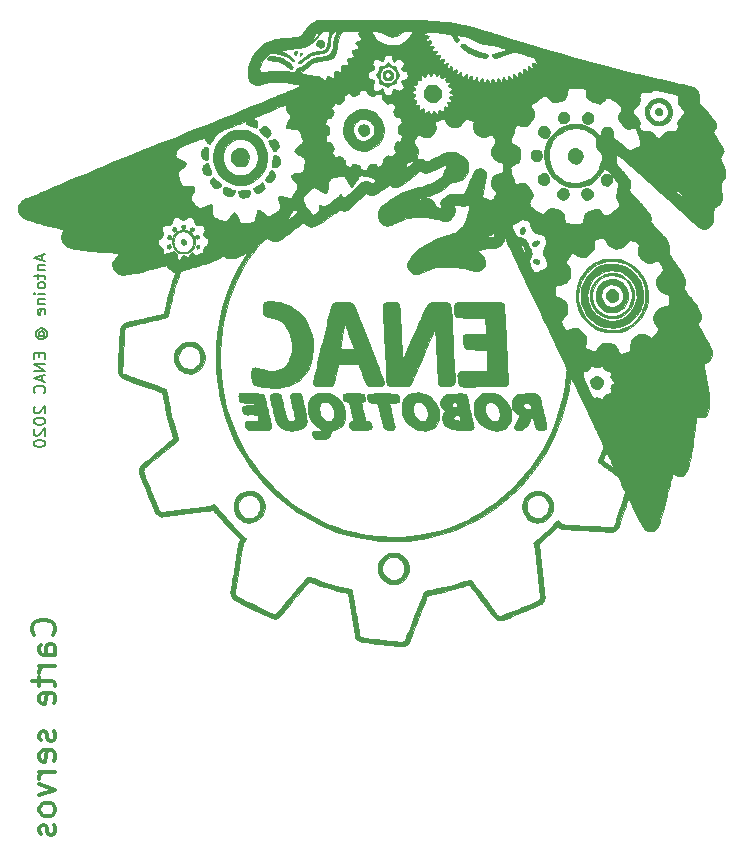
<source format=gbr>
G04 #@! TF.GenerationSoftware,KiCad,Pcbnew,5.1.5*
G04 #@! TF.CreationDate,2020-03-10T21:27:45+01:00*
G04 #@! TF.ProjectId,carte_PCA9685,63617274-655f-4504-9341-393638352e6b,rev?*
G04 #@! TF.SameCoordinates,Original*
G04 #@! TF.FileFunction,Legend,Bot*
G04 #@! TF.FilePolarity,Positive*
%FSLAX46Y46*%
G04 Gerber Fmt 4.6, Leading zero omitted, Abs format (unit mm)*
G04 Created by KiCad (PCBNEW 5.1.5) date 2020-03-10 21:27:45*
%MOMM*%
%LPD*%
G04 APERTURE LIST*
%ADD10C,0.150000*%
%ADD11C,0.300000*%
%ADD12C,0.010000*%
G04 APERTURE END LIST*
D10*
X125007666Y-55357142D02*
X125007666Y-55833333D01*
X125293380Y-55261904D02*
X124293380Y-55595238D01*
X125293380Y-55928571D01*
X124626714Y-56261904D02*
X125293380Y-56261904D01*
X124721952Y-56261904D02*
X124674333Y-56309523D01*
X124626714Y-56404761D01*
X124626714Y-56547619D01*
X124674333Y-56642857D01*
X124769571Y-56690476D01*
X125293380Y-56690476D01*
X124626714Y-57023809D02*
X124626714Y-57404761D01*
X124293380Y-57166666D02*
X125150523Y-57166666D01*
X125245761Y-57214285D01*
X125293380Y-57309523D01*
X125293380Y-57404761D01*
X125293380Y-57880952D02*
X125245761Y-57785714D01*
X125198142Y-57738095D01*
X125102904Y-57690476D01*
X124817190Y-57690476D01*
X124721952Y-57738095D01*
X124674333Y-57785714D01*
X124626714Y-57880952D01*
X124626714Y-58023809D01*
X124674333Y-58119047D01*
X124721952Y-58166666D01*
X124817190Y-58214285D01*
X125102904Y-58214285D01*
X125198142Y-58166666D01*
X125245761Y-58119047D01*
X125293380Y-58023809D01*
X125293380Y-57880952D01*
X125293380Y-58642857D02*
X124626714Y-58642857D01*
X124293380Y-58642857D02*
X124341000Y-58595238D01*
X124388619Y-58642857D01*
X124341000Y-58690476D01*
X124293380Y-58642857D01*
X124388619Y-58642857D01*
X124626714Y-59119047D02*
X125293380Y-59119047D01*
X124721952Y-59119047D02*
X124674333Y-59166666D01*
X124626714Y-59261904D01*
X124626714Y-59404761D01*
X124674333Y-59500000D01*
X124769571Y-59547619D01*
X125293380Y-59547619D01*
X125245761Y-60404761D02*
X125293380Y-60309523D01*
X125293380Y-60119047D01*
X125245761Y-60023809D01*
X125150523Y-59976190D01*
X124769571Y-59976190D01*
X124674333Y-60023809D01*
X124626714Y-60119047D01*
X124626714Y-60309523D01*
X124674333Y-60404761D01*
X124769571Y-60452380D01*
X124864809Y-60452380D01*
X124960047Y-59976190D01*
X124817190Y-62261904D02*
X124769571Y-62214285D01*
X124721952Y-62119047D01*
X124721952Y-62023809D01*
X124769571Y-61928571D01*
X124817190Y-61880952D01*
X124912428Y-61833333D01*
X125007666Y-61833333D01*
X125102904Y-61880952D01*
X125150523Y-61928571D01*
X125198142Y-62023809D01*
X125198142Y-62119047D01*
X125150523Y-62214285D01*
X125102904Y-62261904D01*
X124721952Y-62261904D02*
X125102904Y-62261904D01*
X125150523Y-62309523D01*
X125150523Y-62357142D01*
X125102904Y-62452380D01*
X125007666Y-62499999D01*
X124769571Y-62499999D01*
X124626714Y-62404761D01*
X124531476Y-62261904D01*
X124483857Y-62071428D01*
X124531476Y-61880952D01*
X124626714Y-61738095D01*
X124769571Y-61642857D01*
X124960047Y-61595238D01*
X125150523Y-61642857D01*
X125293380Y-61738095D01*
X125388619Y-61880952D01*
X125436238Y-62071428D01*
X125388619Y-62261904D01*
X125293380Y-62404761D01*
X124769571Y-63690476D02*
X124769571Y-64023809D01*
X125293380Y-64166666D02*
X125293380Y-63690476D01*
X124293380Y-63690476D01*
X124293380Y-64166666D01*
X125293380Y-64595238D02*
X124293380Y-64595238D01*
X125293380Y-65166666D01*
X124293380Y-65166666D01*
X125007666Y-65595238D02*
X125007666Y-66071428D01*
X125293380Y-65499999D02*
X124293380Y-65833333D01*
X125293380Y-66166666D01*
X125198142Y-67071428D02*
X125245761Y-67023809D01*
X125293380Y-66880952D01*
X125293380Y-66785714D01*
X125245761Y-66642857D01*
X125150523Y-66547619D01*
X125055285Y-66499999D01*
X124864809Y-66452380D01*
X124721952Y-66452380D01*
X124531476Y-66499999D01*
X124436238Y-66547619D01*
X124341000Y-66642857D01*
X124293380Y-66785714D01*
X124293380Y-66880952D01*
X124341000Y-67023809D01*
X124388619Y-67071428D01*
X124388619Y-68214285D02*
X124341000Y-68261904D01*
X124293380Y-68357142D01*
X124293380Y-68595238D01*
X124341000Y-68690476D01*
X124388619Y-68738095D01*
X124483857Y-68785714D01*
X124579095Y-68785714D01*
X124721952Y-68738095D01*
X125293380Y-68166666D01*
X125293380Y-68785714D01*
X124293380Y-69404761D02*
X124293380Y-69499999D01*
X124341000Y-69595238D01*
X124388619Y-69642857D01*
X124483857Y-69690476D01*
X124674333Y-69738095D01*
X124912428Y-69738095D01*
X125102904Y-69690476D01*
X125198142Y-69642857D01*
X125245761Y-69595238D01*
X125293380Y-69499999D01*
X125293380Y-69404761D01*
X125245761Y-69309523D01*
X125198142Y-69261904D01*
X125102904Y-69214285D01*
X124912428Y-69166666D01*
X124674333Y-69166666D01*
X124483857Y-69214285D01*
X124388619Y-69261904D01*
X124341000Y-69309523D01*
X124293380Y-69404761D01*
X124388619Y-70119047D02*
X124341000Y-70166666D01*
X124293380Y-70261904D01*
X124293380Y-70499999D01*
X124341000Y-70595238D01*
X124388619Y-70642857D01*
X124483857Y-70690476D01*
X124579095Y-70690476D01*
X124721952Y-70642857D01*
X125293380Y-70071428D01*
X125293380Y-70690476D01*
X124293380Y-71309523D02*
X124293380Y-71404761D01*
X124341000Y-71499999D01*
X124388619Y-71547619D01*
X124483857Y-71595238D01*
X124674333Y-71642857D01*
X124912428Y-71642857D01*
X125102904Y-71595238D01*
X125198142Y-71547619D01*
X125245761Y-71499999D01*
X125293380Y-71404761D01*
X125293380Y-71309523D01*
X125245761Y-71214285D01*
X125198142Y-71166666D01*
X125102904Y-71119047D01*
X124912428Y-71071428D01*
X124674333Y-71071428D01*
X124483857Y-71119047D01*
X124388619Y-71166666D01*
X124341000Y-71214285D01*
X124293380Y-71309523D01*
D11*
X125936285Y-87519857D02*
X126031523Y-87424619D01*
X126126761Y-87138904D01*
X126126761Y-86948428D01*
X126031523Y-86662714D01*
X125841047Y-86472238D01*
X125650571Y-86377000D01*
X125269619Y-86281761D01*
X124983904Y-86281761D01*
X124602952Y-86377000D01*
X124412476Y-86472238D01*
X124222000Y-86662714D01*
X124126761Y-86948428D01*
X124126761Y-87138904D01*
X124222000Y-87424619D01*
X124317238Y-87519857D01*
X126126761Y-89234142D02*
X125079142Y-89234142D01*
X124888666Y-89138904D01*
X124793428Y-88948428D01*
X124793428Y-88567476D01*
X124888666Y-88377000D01*
X126031523Y-89234142D02*
X126126761Y-89043666D01*
X126126761Y-88567476D01*
X126031523Y-88377000D01*
X125841047Y-88281761D01*
X125650571Y-88281761D01*
X125460095Y-88377000D01*
X125364857Y-88567476D01*
X125364857Y-89043666D01*
X125269619Y-89234142D01*
X126126761Y-90186523D02*
X124793428Y-90186523D01*
X125174380Y-90186523D02*
X124983904Y-90281761D01*
X124888666Y-90377000D01*
X124793428Y-90567476D01*
X124793428Y-90757952D01*
X124793428Y-91138904D02*
X124793428Y-91900809D01*
X124126761Y-91424619D02*
X125841047Y-91424619D01*
X126031523Y-91519857D01*
X126126761Y-91710333D01*
X126126761Y-91900809D01*
X126031523Y-93329380D02*
X126126761Y-93138904D01*
X126126761Y-92757952D01*
X126031523Y-92567476D01*
X125841047Y-92472238D01*
X125079142Y-92472238D01*
X124888666Y-92567476D01*
X124793428Y-92757952D01*
X124793428Y-93138904D01*
X124888666Y-93329380D01*
X125079142Y-93424619D01*
X125269619Y-93424619D01*
X125460095Y-92472238D01*
X126031523Y-95710333D02*
X126126761Y-95900809D01*
X126126761Y-96281761D01*
X126031523Y-96472238D01*
X125841047Y-96567476D01*
X125745809Y-96567476D01*
X125555333Y-96472238D01*
X125460095Y-96281761D01*
X125460095Y-95996047D01*
X125364857Y-95805571D01*
X125174380Y-95710333D01*
X125079142Y-95710333D01*
X124888666Y-95805571D01*
X124793428Y-95996047D01*
X124793428Y-96281761D01*
X124888666Y-96472238D01*
X126031523Y-98186523D02*
X126126761Y-97996047D01*
X126126761Y-97615095D01*
X126031523Y-97424619D01*
X125841047Y-97329380D01*
X125079142Y-97329380D01*
X124888666Y-97424619D01*
X124793428Y-97615095D01*
X124793428Y-97996047D01*
X124888666Y-98186523D01*
X125079142Y-98281761D01*
X125269619Y-98281761D01*
X125460095Y-97329380D01*
X126126761Y-99138904D02*
X124793428Y-99138904D01*
X125174380Y-99138904D02*
X124983904Y-99234142D01*
X124888666Y-99329380D01*
X124793428Y-99519857D01*
X124793428Y-99710333D01*
X124793428Y-100186523D02*
X126126761Y-100662714D01*
X124793428Y-101138904D01*
X126126761Y-102186523D02*
X126031523Y-101996047D01*
X125936285Y-101900809D01*
X125745809Y-101805571D01*
X125174380Y-101805571D01*
X124983904Y-101900809D01*
X124888666Y-101996047D01*
X124793428Y-102186523D01*
X124793428Y-102472238D01*
X124888666Y-102662714D01*
X124983904Y-102757952D01*
X125174380Y-102853190D01*
X125745809Y-102853190D01*
X125936285Y-102757952D01*
X126031523Y-102662714D01*
X126126761Y-102472238D01*
X126126761Y-102186523D01*
X126031523Y-103615095D02*
X126126761Y-103805571D01*
X126126761Y-104186523D01*
X126031523Y-104377000D01*
X125841047Y-104472238D01*
X125745809Y-104472238D01*
X125555333Y-104377000D01*
X125460095Y-104186523D01*
X125460095Y-103900809D01*
X125364857Y-103710333D01*
X125174380Y-103615095D01*
X125079142Y-103615095D01*
X124888666Y-103710333D01*
X124793428Y-103900809D01*
X124793428Y-104186523D01*
X124888666Y-104377000D01*
D12*
G36*
X152125473Y-35478337D02*
G01*
X151674695Y-35479159D01*
X151235083Y-35480424D01*
X150810763Y-35482130D01*
X150405862Y-35484277D01*
X150024505Y-35486864D01*
X149670818Y-35489889D01*
X149348928Y-35493352D01*
X149062962Y-35497251D01*
X148817045Y-35501586D01*
X148615303Y-35506356D01*
X148461863Y-35511558D01*
X148360850Y-35517193D01*
X148319806Y-35522192D01*
X148019974Y-35623609D01*
X147755360Y-35771830D01*
X147523621Y-35968737D01*
X147322412Y-36216214D01*
X147196113Y-36424933D01*
X147084563Y-36612891D01*
X146972159Y-36753463D01*
X146847951Y-36852829D01*
X146700993Y-36917165D01*
X146520336Y-36952649D01*
X146295032Y-36965458D01*
X146237497Y-36965846D01*
X146026026Y-36972095D01*
X145782094Y-36989609D01*
X145518782Y-37016542D01*
X145249171Y-37051047D01*
X144986342Y-37091278D01*
X144743378Y-37135388D01*
X144533358Y-37181530D01*
X144369365Y-37227857D01*
X144360691Y-37230803D01*
X144056736Y-37364013D01*
X143758085Y-37549202D01*
X143472846Y-37778437D01*
X143209126Y-38043785D01*
X142975035Y-38337315D01*
X142778680Y-38651094D01*
X142662027Y-38892640D01*
X142548707Y-39204886D01*
X142471254Y-39514759D01*
X142430235Y-39813861D01*
X142426219Y-40093798D01*
X142459773Y-40346173D01*
X142531464Y-40562591D01*
X142546970Y-40594207D01*
X142651910Y-40739098D01*
X142796487Y-40859262D01*
X142960992Y-40938646D01*
X142975146Y-40942965D01*
X143067997Y-40965204D01*
X143159654Y-40974413D01*
X143262626Y-40969462D01*
X143389420Y-40949221D01*
X143552543Y-40912561D01*
X143686631Y-40878705D01*
X143841955Y-40840815D01*
X144009072Y-40803718D01*
X144156441Y-40774350D01*
X144181436Y-40769899D01*
X144326126Y-40752356D01*
X144516119Y-40740291D01*
X144736989Y-40733703D01*
X144974314Y-40732593D01*
X145213669Y-40736961D01*
X145440631Y-40746806D01*
X145640776Y-40762130D01*
X145710834Y-40769884D01*
X145834558Y-40786695D01*
X145986484Y-40809667D01*
X146156377Y-40836992D01*
X146334004Y-40866863D01*
X146509132Y-40897473D01*
X146671528Y-40927013D01*
X146810959Y-40953678D01*
X146917192Y-40975659D01*
X146979994Y-40991148D01*
X146992289Y-40996220D01*
X146980480Y-41018313D01*
X146946724Y-41040829D01*
X146905822Y-41059722D01*
X146815443Y-41099511D01*
X146681347Y-41157733D01*
X146509296Y-41231922D01*
X146305052Y-41319613D01*
X146074375Y-41418340D01*
X145823028Y-41525640D01*
X145556772Y-41639047D01*
X145281368Y-41756095D01*
X145002578Y-41874320D01*
X144726163Y-41991257D01*
X144661247Y-42018675D01*
X144215889Y-42205607D01*
X143717298Y-42412841D01*
X143168260Y-42639251D01*
X142571560Y-42883714D01*
X141929985Y-43145104D01*
X141246320Y-43422298D01*
X140523351Y-43714171D01*
X139763864Y-44019599D01*
X138970644Y-44337458D01*
X138146478Y-44666622D01*
X137294151Y-45005967D01*
X136416450Y-45354370D01*
X135516159Y-45710706D01*
X135409889Y-45752700D01*
X134763016Y-46008884D01*
X134129208Y-46261156D01*
X133502995Y-46511760D01*
X132878905Y-46762937D01*
X132251465Y-47016932D01*
X131615204Y-47275987D01*
X130964651Y-47542345D01*
X130294333Y-47818250D01*
X129598779Y-48105943D01*
X128872517Y-48407669D01*
X128110075Y-48725669D01*
X127305982Y-49062188D01*
X126454765Y-49419468D01*
X126068567Y-49581859D01*
X125759383Y-49711762D01*
X125453729Y-49839863D01*
X125158434Y-49963321D01*
X124880324Y-50079295D01*
X124626227Y-50184944D01*
X124402970Y-50277428D01*
X124217381Y-50353907D01*
X124076288Y-50411539D01*
X124017868Y-50435076D01*
X123806622Y-50520231D01*
X123642651Y-50588849D01*
X123517136Y-50645623D01*
X123421258Y-50695246D01*
X123346198Y-50742409D01*
X123283138Y-50791806D01*
X123223259Y-50848128D01*
X123203130Y-50868585D01*
X123068058Y-51047133D01*
X122984993Y-51244441D01*
X122952902Y-51451276D01*
X122970749Y-51658404D01*
X123037499Y-51856591D01*
X123152118Y-52036604D01*
X123313570Y-52189208D01*
X123354299Y-52217548D01*
X123467292Y-52277879D01*
X123625702Y-52342572D01*
X123815780Y-52406156D01*
X123864435Y-52420600D01*
X124003215Y-52460845D01*
X124184830Y-52513553D01*
X124394525Y-52574440D01*
X124617545Y-52639220D01*
X124839134Y-52703610D01*
X124899027Y-52721019D01*
X125494253Y-52887547D01*
X126063647Y-53033881D01*
X126594420Y-53156759D01*
X126674109Y-53173856D01*
X126904798Y-53222773D01*
X126787224Y-53378115D01*
X126678169Y-53567924D01*
X126625303Y-53769377D01*
X126627968Y-53975007D01*
X126685501Y-54177346D01*
X126797245Y-54368927D01*
X126883658Y-54469143D01*
X127018218Y-54578293D01*
X127198193Y-54675849D01*
X127426543Y-54762802D01*
X127706227Y-54840144D01*
X128040207Y-54908865D01*
X128342923Y-54957498D01*
X128475363Y-54974136D01*
X128660405Y-54993648D01*
X128890778Y-55015455D01*
X129159207Y-55038975D01*
X129458417Y-55063628D01*
X129781137Y-55088833D01*
X130120092Y-55114011D01*
X130468008Y-55138580D01*
X130817612Y-55161961D01*
X131161631Y-55183572D01*
X131219039Y-55187028D01*
X131366673Y-55198502D01*
X131477325Y-55212527D01*
X131542462Y-55227803D01*
X131556406Y-55238444D01*
X131536180Y-55271305D01*
X131481594Y-55335202D01*
X131401786Y-55419883D01*
X131335585Y-55486250D01*
X131157270Y-55682158D01*
X131035349Y-55867410D01*
X130968395Y-56047291D01*
X130954983Y-56227086D01*
X130993687Y-56412080D01*
X131049900Y-56545252D01*
X131179125Y-56743315D01*
X131343929Y-56893601D01*
X131542153Y-56994950D01*
X131771640Y-57046203D01*
X131988343Y-57049603D01*
X132192525Y-57028491D01*
X132446873Y-56989766D01*
X132744700Y-56934915D01*
X133079318Y-56865425D01*
X133444038Y-56782784D01*
X133832175Y-56688476D01*
X134237039Y-56583991D01*
X134651943Y-56470814D01*
X134869337Y-56409051D01*
X135061326Y-56355577D01*
X135229803Y-56312214D01*
X135366139Y-56280955D01*
X135461703Y-56263791D01*
X135505924Y-56262093D01*
X135559550Y-56296845D01*
X135626665Y-56370095D01*
X135677231Y-56441212D01*
X135815725Y-56604767D01*
X135993460Y-56723269D01*
X136165442Y-56786303D01*
X136291244Y-56819454D01*
X136250009Y-56946192D01*
X136226976Y-57016430D01*
X136189097Y-57131316D01*
X136140425Y-57278581D01*
X136085017Y-57445952D01*
X136040202Y-57581140D01*
X135889515Y-58060855D01*
X135743253Y-58574819D01*
X135608311Y-59097358D01*
X135491586Y-59602795D01*
X135470184Y-59703642D01*
X135432453Y-59876712D01*
X135395382Y-60032922D01*
X135361827Y-60161237D01*
X135334643Y-60250617D01*
X135319326Y-60286788D01*
X135300864Y-60314059D01*
X135280514Y-60335421D01*
X135249486Y-60353823D01*
X135198991Y-60372212D01*
X135120239Y-60393536D01*
X135004441Y-60420744D01*
X134842808Y-60456782D01*
X134753968Y-60476403D01*
X134609379Y-60508830D01*
X134419595Y-60552129D01*
X134197760Y-60603260D01*
X133957022Y-60659184D01*
X133710523Y-60716860D01*
X133509458Y-60764241D01*
X133279915Y-60817994D01*
X133055689Y-60869514D01*
X132847425Y-60916427D01*
X132665766Y-60956363D01*
X132521358Y-60986951D01*
X132426338Y-61005553D01*
X132197028Y-61055716D01*
X132018221Y-61118218D01*
X131880816Y-61198741D01*
X131775709Y-61302970D01*
X131693798Y-61436587D01*
X131676550Y-61473727D01*
X131660161Y-61511051D01*
X131645976Y-61546479D01*
X131633574Y-61584807D01*
X131622536Y-61630830D01*
X131612443Y-61689345D01*
X131602876Y-61765148D01*
X131593414Y-61863034D01*
X131583639Y-61987799D01*
X131573130Y-62144240D01*
X131561469Y-62337151D01*
X131548236Y-62571329D01*
X131533011Y-62851570D01*
X131515375Y-63182669D01*
X131497456Y-63521286D01*
X131476192Y-63933964D01*
X131459156Y-64288635D01*
X131446288Y-64587116D01*
X131437528Y-64831222D01*
X131432815Y-65022771D01*
X131432091Y-65163578D01*
X131435294Y-65255459D01*
X131439095Y-65287962D01*
X131483203Y-65448828D01*
X131554253Y-65583361D01*
X131658972Y-65697442D01*
X131804084Y-65796950D01*
X131996317Y-65887765D01*
X132216146Y-65967244D01*
X132303967Y-65996808D01*
X132441018Y-66043967D01*
X132620037Y-66106180D01*
X132833761Y-66180902D01*
X133074928Y-66265590D01*
X133336275Y-66357699D01*
X133610540Y-66454688D01*
X133815692Y-66527447D01*
X134143058Y-66644226D01*
X134417428Y-66743332D01*
X134642634Y-66826270D01*
X134822510Y-66894540D01*
X134960888Y-66949647D01*
X135061600Y-66993094D01*
X135128479Y-67026383D01*
X135165358Y-67051017D01*
X135173270Y-67059806D01*
X135192491Y-67110361D01*
X135218528Y-67208840D01*
X135248800Y-67343933D01*
X135280728Y-67504329D01*
X135303778Y-67631942D01*
X135418000Y-68245996D01*
X135544171Y-68829778D01*
X135687969Y-69406971D01*
X135855071Y-70001258D01*
X135936393Y-70270847D01*
X136118376Y-70863148D01*
X136061327Y-70940294D01*
X136029407Y-70971308D01*
X135956201Y-71035720D01*
X135847014Y-71129162D01*
X135707151Y-71247264D01*
X135541917Y-71385656D01*
X135356617Y-71539970D01*
X135156556Y-71705836D01*
X134947040Y-71878885D01*
X134733373Y-72054748D01*
X134520861Y-72229054D01*
X134314809Y-72397436D01*
X134120521Y-72555524D01*
X133943304Y-72698947D01*
X133788461Y-72823338D01*
X133661299Y-72924327D01*
X133567122Y-72997544D01*
X133527416Y-73027226D01*
X133374389Y-73173067D01*
X133269553Y-73349150D01*
X133215670Y-73546558D01*
X133215504Y-73756373D01*
X133252073Y-73915845D01*
X133281951Y-73999515D01*
X133330698Y-74127991D01*
X133395777Y-74295069D01*
X133474649Y-74494548D01*
X133564777Y-74720226D01*
X133663623Y-74965899D01*
X133768649Y-75225365D01*
X133877319Y-75492422D01*
X133987094Y-75760867D01*
X134095437Y-76024498D01*
X134199810Y-76277113D01*
X134297676Y-76512508D01*
X134386496Y-76724483D01*
X134463734Y-76906833D01*
X134526851Y-77053356D01*
X134573310Y-77157851D01*
X134600574Y-77214115D01*
X134603545Y-77219102D01*
X134702829Y-77331587D01*
X134836208Y-77431086D01*
X134980251Y-77502015D01*
X135062679Y-77524482D01*
X135148459Y-77527868D01*
X135271812Y-77518840D01*
X135412011Y-77499069D01*
X135439774Y-77494061D01*
X135516916Y-77481442D01*
X135647511Y-77462262D01*
X135825492Y-77437330D01*
X136044793Y-77407457D01*
X136299344Y-77373453D01*
X136583079Y-77336130D01*
X136889929Y-77296297D01*
X137213828Y-77254765D01*
X137548708Y-77212344D01*
X137551129Y-77212040D01*
X137944864Y-77162731D01*
X138283128Y-77120971D01*
X138569892Y-77086350D01*
X138809132Y-77058455D01*
X139004820Y-77036875D01*
X139160930Y-77021198D01*
X139281436Y-77011013D01*
X139370311Y-77005907D01*
X139431528Y-77005470D01*
X139469062Y-77009289D01*
X139479298Y-77012292D01*
X139527397Y-77046787D01*
X139603369Y-77118764D01*
X139697880Y-77218665D01*
X139801595Y-77336930D01*
X139833421Y-77374937D01*
X140006029Y-77577911D01*
X140206575Y-77804624D01*
X140425215Y-78044629D01*
X140652105Y-78287482D01*
X140877400Y-78522735D01*
X141091258Y-78739944D01*
X141283833Y-78928662D01*
X141401864Y-79039282D01*
X141521599Y-79149844D01*
X141625298Y-79247847D01*
X141704922Y-79325514D01*
X141752428Y-79375070D01*
X141761940Y-79387495D01*
X141758273Y-79431206D01*
X141732393Y-79507823D01*
X141705827Y-79567425D01*
X141660286Y-79691885D01*
X141616855Y-79873056D01*
X141576307Y-80107686D01*
X141574649Y-80118857D01*
X141543104Y-80329391D01*
X141505905Y-80571911D01*
X141464105Y-80839991D01*
X141418757Y-81127203D01*
X141370914Y-81427120D01*
X141321628Y-81733316D01*
X141271952Y-82039363D01*
X141222940Y-82338834D01*
X141175642Y-82625301D01*
X141131114Y-82892339D01*
X141090406Y-83133520D01*
X141054573Y-83342416D01*
X141024666Y-83512601D01*
X141001738Y-83637647D01*
X140986843Y-83711128D01*
X140984956Y-83718935D01*
X140952081Y-83947514D01*
X140974141Y-84157291D01*
X141050176Y-84344694D01*
X141179225Y-84506153D01*
X141202414Y-84527316D01*
X141256380Y-84563873D01*
X141358575Y-84622720D01*
X141502843Y-84700855D01*
X141683031Y-84795276D01*
X141892986Y-84902978D01*
X142126553Y-85020959D01*
X142377578Y-85146216D01*
X142639909Y-85275746D01*
X142907390Y-85406546D01*
X143173868Y-85535612D01*
X143433189Y-85659941D01*
X143679199Y-85776531D01*
X143905744Y-85882378D01*
X144106672Y-85974480D01*
X144275826Y-86049833D01*
X144407055Y-86105435D01*
X144494203Y-86138281D01*
X144516736Y-86144693D01*
X144698508Y-86161047D01*
X144871506Y-86123485D01*
X144961129Y-86083198D01*
X145026274Y-86047084D01*
X145084160Y-86007798D01*
X145142453Y-85957551D01*
X145208819Y-85888550D01*
X145290925Y-85793006D01*
X145396436Y-85663129D01*
X145488966Y-85546806D01*
X145595323Y-85414295D01*
X145730717Y-85248315D01*
X145885167Y-85060943D01*
X146048693Y-84864259D01*
X146211313Y-84670344D01*
X146294258Y-84572189D01*
X146459481Y-84377152D01*
X146637943Y-84166290D01*
X146817879Y-83953516D01*
X146987524Y-83752747D01*
X147135112Y-83577897D01*
X147188127Y-83515020D01*
X147341022Y-83336662D01*
X147460590Y-83204223D01*
X147549117Y-83115367D01*
X147608892Y-83067755D01*
X147635679Y-83057700D01*
X147684458Y-83067798D01*
X147777904Y-83095638D01*
X147904662Y-83137536D01*
X148053378Y-83189808D01*
X148136260Y-83220103D01*
X148584021Y-83377521D01*
X149059008Y-83529206D01*
X149541598Y-83669473D01*
X150012171Y-83792639D01*
X150451103Y-83893018D01*
X150478956Y-83898801D01*
X150650934Y-83936817D01*
X150772810Y-83971588D01*
X150853908Y-84007985D01*
X150903551Y-84050881D01*
X150931061Y-84105146D01*
X150939735Y-84139575D01*
X150950764Y-84200465D01*
X150970064Y-84313281D01*
X150996450Y-84470724D01*
X151028736Y-84665494D01*
X151065738Y-84890292D01*
X151106271Y-85137817D01*
X151149149Y-85400771D01*
X151193187Y-85671853D01*
X151237200Y-85943763D01*
X151280004Y-86209202D01*
X151320413Y-86460871D01*
X151357242Y-86691469D01*
X151389305Y-86893697D01*
X151415419Y-87060255D01*
X151434397Y-87183843D01*
X151439289Y-87216648D01*
X151465154Y-87376399D01*
X151493555Y-87525831D01*
X151521194Y-87649021D01*
X151544774Y-87730048D01*
X151546544Y-87734629D01*
X151627261Y-87866584D01*
X151751294Y-87985582D01*
X151901997Y-88077510D01*
X151991574Y-88111829D01*
X152048299Y-88123264D01*
X152157794Y-88140192D01*
X152313180Y-88161819D01*
X152507581Y-88187349D01*
X152734119Y-88215990D01*
X152985918Y-88246945D01*
X153256101Y-88279420D01*
X153537790Y-88312621D01*
X153824108Y-88345754D01*
X154108179Y-88378023D01*
X154383125Y-88408635D01*
X154642069Y-88436794D01*
X154878135Y-88461707D01*
X155084444Y-88482578D01*
X155254120Y-88498613D01*
X155380287Y-88509017D01*
X155456066Y-88512996D01*
X155463602Y-88512973D01*
X155567807Y-88505090D01*
X155662162Y-88488889D01*
X155677456Y-88484764D01*
X155820713Y-88417878D01*
X155956308Y-88312990D01*
X156041352Y-88215357D01*
X156075310Y-88153416D01*
X156124335Y-88046191D01*
X156183655Y-87904998D01*
X156248498Y-87741153D01*
X156306930Y-87585605D01*
X156357789Y-87448877D01*
X156428197Y-87262893D01*
X156515629Y-87034159D01*
X156617560Y-86769184D01*
X156731463Y-86474478D01*
X156854811Y-86156547D01*
X156985080Y-85821901D01*
X157119743Y-85477047D01*
X157256274Y-85128495D01*
X157392147Y-84782752D01*
X157524837Y-84446328D01*
X157551281Y-84379442D01*
X157599076Y-84286872D01*
X157656774Y-84211997D01*
X157677429Y-84194019D01*
X157737280Y-84167580D01*
X157846184Y-84135675D01*
X157993771Y-84100969D01*
X158169671Y-84066133D01*
X158185922Y-84063192D01*
X158632405Y-83978145D01*
X159055076Y-83886803D01*
X159471398Y-83784766D01*
X159898837Y-83667635D01*
X160354857Y-83531011D01*
X160579252Y-83460337D01*
X160775242Y-83399953D01*
X160938441Y-83354058D01*
X161062114Y-83324354D01*
X161139527Y-83312543D01*
X161158865Y-83313905D01*
X161186115Y-83340337D01*
X161244880Y-83409592D01*
X161331048Y-83516245D01*
X161440508Y-83654870D01*
X161569149Y-83820041D01*
X161712858Y-84006335D01*
X161867525Y-84208325D01*
X162029036Y-84420585D01*
X162193282Y-84637692D01*
X162356149Y-84854218D01*
X162513527Y-85064740D01*
X162661303Y-85263831D01*
X162795366Y-85446067D01*
X162911605Y-85606021D01*
X163005908Y-85738269D01*
X163074162Y-85837386D01*
X163092338Y-85865116D01*
X163239582Y-86054965D01*
X163405396Y-86197824D01*
X163583490Y-86289539D01*
X163767579Y-86325956D01*
X163790446Y-86326413D01*
X163826786Y-86324944D01*
X163867843Y-86319244D01*
X163918854Y-86307369D01*
X163985057Y-86287377D01*
X164071692Y-86257325D01*
X164183997Y-86215271D01*
X164327209Y-86159271D01*
X164506569Y-86087383D01*
X164727313Y-85997665D01*
X164994681Y-85888174D01*
X165203159Y-85802519D01*
X165594310Y-85641706D01*
X165933910Y-85501968D01*
X166225834Y-85381468D01*
X166473959Y-85278369D01*
X166682162Y-85190831D01*
X166854317Y-85117019D01*
X166994301Y-85055093D01*
X167105989Y-85003216D01*
X167193259Y-84959550D01*
X167259984Y-84922258D01*
X167310043Y-84889501D01*
X167347309Y-84859442D01*
X167375661Y-84830244D01*
X167398972Y-84800068D01*
X167421120Y-84767076D01*
X167436511Y-84743579D01*
X167502671Y-84616906D01*
X167540231Y-84473741D01*
X167550598Y-84302481D01*
X167535180Y-84091526D01*
X167525071Y-84014024D01*
X167514390Y-83929923D01*
X167498252Y-83791036D01*
X167477170Y-83602259D01*
X167451659Y-83368482D01*
X167422234Y-83094600D01*
X167389409Y-82785506D01*
X167353698Y-82446093D01*
X167315617Y-82081254D01*
X167275679Y-81695882D01*
X167234398Y-81294871D01*
X167192291Y-80883114D01*
X167149870Y-80465504D01*
X167107651Y-80046934D01*
X167101209Y-79982793D01*
X167086047Y-79831736D01*
X167411469Y-79547965D01*
X167541271Y-79432365D01*
X167699466Y-79287730D01*
X167871862Y-79127252D01*
X168044266Y-78964129D01*
X168179140Y-78834292D01*
X168313072Y-78705607D01*
X168432953Y-78593282D01*
X168532069Y-78503376D01*
X168603707Y-78441945D01*
X168641154Y-78415046D01*
X168644464Y-78414457D01*
X168681848Y-78432298D01*
X168755552Y-78468430D01*
X168832102Y-78506336D01*
X168996666Y-78588147D01*
X170541058Y-78663065D01*
X170858450Y-78678773D01*
X171172836Y-78694916D01*
X171476155Y-78711041D01*
X171760344Y-78726696D01*
X172017342Y-78741426D01*
X172239087Y-78754779D01*
X172417517Y-78766301D01*
X172544569Y-78775540D01*
X172550267Y-78776002D01*
X172794465Y-78794692D01*
X172987311Y-78806047D01*
X173137000Y-78809889D01*
X173251729Y-78806038D01*
X173339693Y-78794316D01*
X173409088Y-78774545D01*
X173449913Y-78756381D01*
X173579123Y-78672020D01*
X173699784Y-78561772D01*
X173789981Y-78446270D01*
X173802347Y-78424524D01*
X173821897Y-78376846D01*
X173857667Y-78278756D01*
X173907385Y-78136899D01*
X173968780Y-77957917D01*
X174039577Y-77748452D01*
X174117506Y-77515148D01*
X174200293Y-77264649D01*
X174228072Y-77180014D01*
X174325235Y-76886278D01*
X174411961Y-76629776D01*
X174487011Y-76413951D01*
X174549143Y-76242246D01*
X174597117Y-76118104D01*
X174629691Y-76044968D01*
X174644162Y-76025468D01*
X174667686Y-76051396D01*
X174711906Y-76123858D01*
X174772512Y-76234873D01*
X174845197Y-76376457D01*
X174925653Y-76540630D01*
X174951679Y-76595244D01*
X175128122Y-76964898D01*
X175292881Y-77303916D01*
X175444211Y-77608930D01*
X175580365Y-77876571D01*
X175699600Y-78103470D01*
X175800170Y-78286259D01*
X175880329Y-78421568D01*
X175938333Y-78506029D01*
X175946768Y-78516122D01*
X176101389Y-78655079D01*
X176274650Y-78738361D01*
X176473323Y-78769083D01*
X176497294Y-78769388D01*
X176708731Y-78741486D01*
X176896584Y-78659407D01*
X177057054Y-78525593D01*
X177186345Y-78342486D01*
X177199177Y-78318114D01*
X177215953Y-78271016D01*
X177246185Y-78170637D01*
X177288565Y-78021827D01*
X177341784Y-77829437D01*
X177404535Y-77598317D01*
X177475510Y-77333318D01*
X177553401Y-77039289D01*
X177636900Y-76721080D01*
X177724699Y-76383543D01*
X177809095Y-76056419D01*
X177898768Y-75708225D01*
X177960322Y-75470270D01*
X174357564Y-75470270D01*
X174348409Y-75516548D01*
X174322505Y-75612699D01*
X174282101Y-75751706D01*
X174229447Y-75926555D01*
X174166792Y-76130230D01*
X174096386Y-76355715D01*
X174020478Y-76595996D01*
X173941318Y-76844055D01*
X173861155Y-77092879D01*
X173782238Y-77335451D01*
X173706818Y-77564756D01*
X173637142Y-77773778D01*
X173575462Y-77955502D01*
X173524025Y-78102913D01*
X173485083Y-78208995D01*
X173460962Y-78266578D01*
X173412290Y-78340677D01*
X173348896Y-78390952D01*
X173261103Y-78419784D01*
X173139229Y-78429554D01*
X172973595Y-78422645D01*
X172865428Y-78413101D01*
X172762059Y-78404438D01*
X172606473Y-78393441D01*
X172406360Y-78380564D01*
X172169416Y-78366258D01*
X171903333Y-78350978D01*
X171615804Y-78335176D01*
X171314522Y-78319306D01*
X171020869Y-78304494D01*
X170625593Y-78285120D01*
X170285619Y-78268399D01*
X169996363Y-78253646D01*
X169753243Y-78240177D01*
X169551678Y-78227306D01*
X169387084Y-78214348D01*
X169254879Y-78200619D01*
X169150481Y-78185434D01*
X169069308Y-78168107D01*
X169006778Y-78147955D01*
X168958307Y-78124292D01*
X168919313Y-78096434D01*
X168885215Y-78063695D01*
X168851429Y-78025391D01*
X168813374Y-77980837D01*
X168807071Y-77973637D01*
X168736733Y-77897874D01*
X168689436Y-77861715D01*
X168651507Y-77857338D01*
X168623708Y-77868728D01*
X168561382Y-77918508D01*
X168511404Y-77978812D01*
X168471880Y-78025741D01*
X168393841Y-78107028D01*
X168283371Y-78216930D01*
X168146553Y-78349705D01*
X167989471Y-78499608D01*
X167818209Y-78660897D01*
X167638851Y-78827829D01*
X167457479Y-78994660D01*
X167280179Y-79155648D01*
X167113033Y-79305050D01*
X167017867Y-79388733D01*
X166871716Y-79519296D01*
X166753227Y-79631277D01*
X166667694Y-79719341D01*
X166620414Y-79778158D01*
X166612605Y-79796880D01*
X166625790Y-79857013D01*
X166658683Y-79940388D01*
X166671363Y-79966529D01*
X166685225Y-80003178D01*
X166700155Y-80062479D01*
X166716523Y-80147557D01*
X166734699Y-80261541D01*
X166755050Y-80407555D01*
X166777948Y-80588727D01*
X166803761Y-80808183D01*
X166832859Y-81069050D01*
X166865611Y-81374455D01*
X166902386Y-81727523D01*
X166943555Y-82131381D01*
X166989485Y-82589156D01*
X167033012Y-83027712D01*
X167054877Y-83240307D01*
X167079139Y-83461957D01*
X167103706Y-83674450D01*
X167126485Y-83859575D01*
X167141607Y-83972840D01*
X167165185Y-84160436D01*
X167174370Y-84300562D01*
X167167755Y-84404302D01*
X167143930Y-84482740D01*
X167101487Y-84546961D01*
X167063706Y-84585904D01*
X167016041Y-84615775D01*
X166918961Y-84664689D01*
X166778742Y-84730071D01*
X166601661Y-84809344D01*
X166393995Y-84899931D01*
X166162020Y-84999256D01*
X165912014Y-85104744D01*
X165650253Y-85213818D01*
X165383013Y-85323902D01*
X165116572Y-85432419D01*
X164857206Y-85536794D01*
X164611192Y-85634449D01*
X164384806Y-85722809D01*
X164184326Y-85799299D01*
X164016028Y-85861340D01*
X163886188Y-85906357D01*
X163801084Y-85931775D01*
X163772951Y-85936566D01*
X163687841Y-85928720D01*
X163614414Y-85899811D01*
X163542590Y-85841788D01*
X163462288Y-85746599D01*
X163368147Y-85613195D01*
X163286429Y-85495098D01*
X163179860Y-85345738D01*
X163052391Y-85170308D01*
X162907972Y-84974001D01*
X162750555Y-84762009D01*
X162584091Y-84539525D01*
X162412531Y-84311740D01*
X162239825Y-84083848D01*
X162069925Y-83861041D01*
X161906781Y-83648512D01*
X161754345Y-83451452D01*
X161616567Y-83275056D01*
X161497399Y-83124514D01*
X161400792Y-83005020D01*
X161330695Y-82921765D01*
X161291061Y-82879943D01*
X161285570Y-82876200D01*
X161244454Y-82870350D01*
X161179380Y-82878173D01*
X161082677Y-82901576D01*
X160946676Y-82942468D01*
X160763705Y-83002757D01*
X160727476Y-83015039D01*
X159864736Y-83286477D01*
X159010838Y-83509957D01*
X158146428Y-83690455D01*
X157993977Y-83717758D01*
X157817550Y-83749387D01*
X157657659Y-83779512D01*
X157525336Y-83805938D01*
X157431615Y-83826472D01*
X157390259Y-83837764D01*
X157306857Y-83899451D01*
X157261970Y-84000136D01*
X157256288Y-84059315D01*
X157243734Y-84139736D01*
X157213357Y-84230029D01*
X157211710Y-84233719D01*
X157185046Y-84296622D01*
X157139392Y-84408866D01*
X157077338Y-84563830D01*
X157001472Y-84754895D01*
X156914381Y-84975440D01*
X156818653Y-85218847D01*
X156716877Y-85478493D01*
X156611641Y-85747760D01*
X156505533Y-86020028D01*
X156401140Y-86288676D01*
X156301052Y-86547084D01*
X156207856Y-86788633D01*
X156124140Y-87006702D01*
X156052492Y-87194671D01*
X156006691Y-87316023D01*
X155933156Y-87508319D01*
X155863274Y-87684085D01*
X155800679Y-87834720D01*
X155749006Y-87951621D01*
X155711889Y-88026187D01*
X155697590Y-88047580D01*
X155614785Y-88097584D01*
X155493428Y-88129139D01*
X155353278Y-88137821D01*
X155307056Y-88134988D01*
X155251602Y-88129256D01*
X155144806Y-88117749D01*
X154994924Y-88101374D01*
X154810216Y-88081040D01*
X154598942Y-88057652D01*
X154369359Y-88032119D01*
X154272463Y-88021309D01*
X154005947Y-87991595D01*
X153725829Y-87960448D01*
X153446697Y-87929483D01*
X153183136Y-87900317D01*
X152949733Y-87874566D01*
X152761074Y-87853846D01*
X152758059Y-87853516D01*
X152501823Y-87823620D01*
X152298819Y-87793587D01*
X152142434Y-87759328D01*
X152026054Y-87716753D01*
X151943065Y-87661775D01*
X151886855Y-87590303D01*
X151850809Y-87498250D01*
X151828314Y-87381526D01*
X151815950Y-87271041D01*
X151803279Y-87160130D01*
X151782334Y-87004930D01*
X151754207Y-86811871D01*
X151719986Y-86587382D01*
X151680763Y-86337893D01*
X151637628Y-86069832D01*
X151591671Y-85789628D01*
X151543983Y-85503712D01*
X151495654Y-85218511D01*
X151447774Y-84940456D01*
X151401434Y-84675975D01*
X151357725Y-84431498D01*
X151317735Y-84213453D01*
X151282557Y-84028271D01*
X151253280Y-83882380D01*
X151230994Y-83782209D01*
X151216790Y-83734188D01*
X151215813Y-83732434D01*
X151179108Y-83699629D01*
X151107922Y-83668130D01*
X150993572Y-83634828D01*
X150850438Y-83601583D01*
X150252443Y-83462645D01*
X149653081Y-83305900D01*
X149067007Y-83135645D01*
X148508872Y-82956177D01*
X147993331Y-82771794D01*
X147903186Y-82737252D01*
X147739322Y-82676283D01*
X147621590Y-82638944D01*
X147541959Y-82623104D01*
X147492397Y-82626634D01*
X147489732Y-82627596D01*
X147460354Y-82654013D01*
X147396612Y-82721707D01*
X147302569Y-82825911D01*
X147182293Y-82961859D01*
X147039850Y-83124782D01*
X146879306Y-83309912D01*
X146704726Y-83512484D01*
X146520178Y-83727728D01*
X146329727Y-83950878D01*
X146137440Y-84177166D01*
X145947382Y-84401825D01*
X145763620Y-84620088D01*
X145590220Y-84827186D01*
X145431247Y-85018353D01*
X145290769Y-85188821D01*
X145172852Y-85333822D01*
X145081560Y-85448590D01*
X145059917Y-85476485D01*
X144941802Y-85619205D01*
X144840943Y-85714003D01*
X144748147Y-85766788D01*
X144654225Y-85783469D01*
X144590657Y-85778151D01*
X144545436Y-85762201D01*
X144451706Y-85722230D01*
X144314764Y-85660712D01*
X144139908Y-85580123D01*
X143932436Y-85482935D01*
X143697646Y-85371622D01*
X143440835Y-85248659D01*
X143167301Y-85116519D01*
X143009275Y-85039670D01*
X142666931Y-84872583D01*
X142374638Y-84729102D01*
X142128443Y-84606737D01*
X141924396Y-84502999D01*
X141758544Y-84415396D01*
X141626937Y-84341440D01*
X141525624Y-84278640D01*
X141450652Y-84224506D01*
X141398071Y-84176548D01*
X141363929Y-84132276D01*
X141344275Y-84089200D01*
X141335157Y-84044829D01*
X141332625Y-83996675D01*
X141332557Y-83983040D01*
X141338219Y-83900306D01*
X141353473Y-83777962D01*
X141375721Y-83635121D01*
X141392716Y-83540274D01*
X141415533Y-83414660D01*
X141446143Y-83238455D01*
X141483143Y-83020332D01*
X141525127Y-82768966D01*
X141570690Y-82493034D01*
X141618428Y-82201208D01*
X141666937Y-81902165D01*
X141714811Y-81604578D01*
X141760646Y-81317123D01*
X141803038Y-81048475D01*
X141840581Y-80807309D01*
X141871872Y-80602299D01*
X141895504Y-80442120D01*
X141903022Y-80388751D01*
X141941305Y-80143164D01*
X141982963Y-79948153D01*
X142031462Y-79794319D01*
X142090270Y-79672262D01*
X142162854Y-79572583D01*
X142228313Y-79506948D01*
X142275362Y-79450525D01*
X142292180Y-79405772D01*
X142271172Y-79368274D01*
X142214431Y-79301721D01*
X142131378Y-79216530D01*
X142059771Y-79148764D01*
X141373604Y-78493709D01*
X140725213Y-77821489D01*
X140123828Y-77141822D01*
X139912815Y-76887629D01*
X139784983Y-76732569D01*
X139686836Y-76620352D01*
X139611209Y-76546500D01*
X139550937Y-76506534D01*
X139498856Y-76495975D01*
X139447803Y-76510346D01*
X139390611Y-76545168D01*
X139378549Y-76553662D01*
X139347737Y-76572978D01*
X139309131Y-76590717D01*
X139257617Y-76607704D01*
X139188082Y-76624762D01*
X139095413Y-76642717D01*
X138974496Y-76662391D01*
X138820218Y-76684610D01*
X138627465Y-76710197D01*
X138391124Y-76739977D01*
X138106082Y-76774774D01*
X137767224Y-76815412D01*
X137718980Y-76821164D01*
X137309643Y-76870460D01*
X136927281Y-76917536D01*
X136576546Y-76961779D01*
X136262089Y-77002576D01*
X135988560Y-77039313D01*
X135760610Y-77071377D01*
X135582890Y-77098153D01*
X135460051Y-77119030D01*
X135458275Y-77119366D01*
X135339900Y-77137458D01*
X135223412Y-77148468D01*
X135177886Y-77150026D01*
X135129555Y-77148643D01*
X135086055Y-77141751D01*
X135045162Y-77125233D01*
X135004649Y-77094971D01*
X134962292Y-77046848D01*
X134915865Y-76976747D01*
X134863143Y-76880551D01*
X134801901Y-76754143D01*
X134729912Y-76593406D01*
X134644952Y-76394223D01*
X134544796Y-76152475D01*
X134427218Y-75864048D01*
X134289992Y-75524822D01*
X134262082Y-75455693D01*
X134145764Y-75167126D01*
X134034954Y-74891415D01*
X133931940Y-74634303D01*
X133839006Y-74401533D01*
X133758438Y-74198846D01*
X133692522Y-74031986D01*
X133643544Y-73906694D01*
X133613790Y-73828713D01*
X133607363Y-73810829D01*
X133577057Y-73656784D01*
X133600660Y-73521843D01*
X133680520Y-73398274D01*
X133753822Y-73328535D01*
X133800517Y-73290030D01*
X133889042Y-73217512D01*
X134014699Y-73114813D01*
X134172790Y-72985766D01*
X134358617Y-72834202D01*
X134567482Y-72663955D01*
X134794687Y-72478856D01*
X135035533Y-72282738D01*
X135192574Y-72154911D01*
X135503698Y-71900947D01*
X135769496Y-71682304D01*
X135991878Y-71497341D01*
X136172752Y-71344417D01*
X136314026Y-71221891D01*
X136417609Y-71128124D01*
X136485409Y-71061474D01*
X136519336Y-71020301D01*
X136523864Y-71010537D01*
X136522875Y-70954946D01*
X136502715Y-70853147D01*
X136462712Y-70702544D01*
X136402192Y-70500544D01*
X136343653Y-70315982D01*
X136140105Y-69650126D01*
X135966475Y-69003039D01*
X135817307Y-68352032D01*
X135687147Y-67674415D01*
X135636410Y-67373801D01*
X135601401Y-67164770D01*
X135571360Y-67006846D01*
X135543062Y-66891721D01*
X135513284Y-66811088D01*
X135478801Y-66756639D01*
X135436388Y-66720068D01*
X135382822Y-66693065D01*
X135370236Y-66687984D01*
X135306529Y-66664103D01*
X135193259Y-66622932D01*
X135037485Y-66566962D01*
X134846263Y-66498683D01*
X134626652Y-66420583D01*
X134385711Y-66335154D01*
X134130497Y-66244884D01*
X133868068Y-66152264D01*
X133605483Y-66059783D01*
X133349799Y-65969932D01*
X133108075Y-65885200D01*
X132887368Y-65808076D01*
X132694737Y-65741051D01*
X132537239Y-65686615D01*
X132421934Y-65647257D01*
X132384900Y-65634867D01*
X132173790Y-65559803D01*
X132017677Y-65492591D01*
X131918458Y-65434068D01*
X131905089Y-65423016D01*
X131811306Y-65338844D01*
X131818440Y-64894435D01*
X131822016Y-64747298D01*
X131828463Y-64561071D01*
X131837397Y-64342519D01*
X131848435Y-64098411D01*
X131861191Y-63835513D01*
X131875282Y-63560591D01*
X131890325Y-63280413D01*
X131905934Y-63001746D01*
X131921727Y-62731357D01*
X131937318Y-62476012D01*
X131952324Y-62242479D01*
X131966360Y-62037524D01*
X131979044Y-61867914D01*
X131989990Y-61740417D01*
X131998815Y-61661800D01*
X132003116Y-61640404D01*
X132048921Y-61556489D01*
X132119313Y-61491922D01*
X132224337Y-61441085D01*
X132374038Y-61398360D01*
X132473456Y-61377370D01*
X132564048Y-61358521D01*
X132705615Y-61327504D01*
X132890776Y-61286003D01*
X133112151Y-61235702D01*
X133362360Y-61178286D01*
X133634024Y-61115439D01*
X133919761Y-61048846D01*
X134163821Y-60991582D01*
X134489977Y-60914576D01*
X134762631Y-60849551D01*
X134986751Y-60795140D01*
X135167309Y-60749974D01*
X135309273Y-60712687D01*
X135417614Y-60681910D01*
X135497301Y-60656276D01*
X135553303Y-60634418D01*
X135590591Y-60614966D01*
X135614133Y-60596554D01*
X135619254Y-60591034D01*
X135646413Y-60545110D01*
X135676101Y-60464865D01*
X135709942Y-60344383D01*
X135749561Y-60177750D01*
X135796585Y-59959052D01*
X135807710Y-59905192D01*
X135857967Y-59670086D01*
X135917365Y-59407475D01*
X135980465Y-59140498D01*
X136041829Y-58892294D01*
X136082684Y-58735210D01*
X136143887Y-58513542D01*
X136212286Y-58277749D01*
X136285326Y-58035591D01*
X136360452Y-57794828D01*
X136435108Y-57563219D01*
X136506742Y-57348526D01*
X136572797Y-57158508D01*
X136630718Y-57000925D01*
X136677952Y-56883537D01*
X136711942Y-56814105D01*
X136718137Y-56805066D01*
X136801180Y-56739693D01*
X136940980Y-56681064D01*
X136978740Y-56669320D01*
X137062450Y-56644635D01*
X137193463Y-56606087D01*
X137361530Y-56556689D01*
X137556401Y-56499451D01*
X137767826Y-56437386D01*
X137950575Y-56383766D01*
X138179500Y-56315556D01*
X138410770Y-56244748D01*
X138631601Y-56175392D01*
X138829205Y-56111543D01*
X138990799Y-56057253D01*
X139075133Y-56027295D01*
X139247666Y-55959474D01*
X139439727Y-55877017D01*
X139637591Y-55786479D01*
X139827534Y-55694417D01*
X139995832Y-55607389D01*
X140128762Y-55531949D01*
X140178012Y-55500395D01*
X140286183Y-55448169D01*
X140387894Y-55450241D01*
X140496699Y-55507290D01*
X140509822Y-55517057D01*
X140692254Y-55620724D01*
X140898828Y-55671133D01*
X141131268Y-55668532D01*
X141318760Y-55633178D01*
X141409117Y-55603940D01*
X141533815Y-55555113D01*
X141680216Y-55492581D01*
X141835679Y-55422228D01*
X141987566Y-55349938D01*
X142123235Y-55281595D01*
X142230047Y-55223084D01*
X142295363Y-55180288D01*
X142299860Y-55176445D01*
X142346205Y-55145879D01*
X142368698Y-55145238D01*
X142371920Y-55155486D01*
X142366108Y-55176984D01*
X142347898Y-55215710D01*
X142313923Y-55277644D01*
X142260817Y-55368764D01*
X142185214Y-55495050D01*
X142083750Y-55662479D01*
X142000977Y-55798432D01*
X141524450Y-56637423D01*
X141102128Y-57500496D01*
X140734441Y-58385170D01*
X140421819Y-59288968D01*
X140164691Y-60209410D01*
X139963487Y-61144018D01*
X139818638Y-62090313D01*
X139730573Y-63045816D01*
X139699722Y-64008049D01*
X139726515Y-64974533D01*
X139811381Y-65942788D01*
X139954752Y-66910337D01*
X140016946Y-67238928D01*
X140234371Y-68177247D01*
X140506888Y-69095063D01*
X140833016Y-69990170D01*
X141211271Y-70860366D01*
X141640170Y-71703445D01*
X142118231Y-72517205D01*
X142643971Y-73299442D01*
X143215907Y-74047952D01*
X143832556Y-74760530D01*
X144492435Y-75434974D01*
X145194062Y-76069079D01*
X145935953Y-76660642D01*
X146716625Y-77207459D01*
X146730432Y-77216492D01*
X147505514Y-77691479D01*
X148295284Y-78112355D01*
X149103433Y-78480440D01*
X149933657Y-78797057D01*
X150789649Y-79063526D01*
X151675101Y-79281168D01*
X152593708Y-79451304D01*
X153222876Y-79538567D01*
X153428326Y-79558120D01*
X153681860Y-79573714D01*
X153972528Y-79585346D01*
X154289382Y-79593017D01*
X154621472Y-79596726D01*
X154957849Y-79596471D01*
X155287563Y-79592252D01*
X155599666Y-79584067D01*
X155883208Y-79571917D01*
X156127239Y-79555799D01*
X156296666Y-79538825D01*
X157269677Y-79390562D01*
X158212040Y-79190813D01*
X159124381Y-78939273D01*
X160007327Y-78635632D01*
X160861503Y-78279584D01*
X161687535Y-77870821D01*
X162486049Y-77409035D01*
X163257671Y-76893920D01*
X164003027Y-76325167D01*
X164722742Y-75702468D01*
X165356799Y-75087784D01*
X165991982Y-74401609D01*
X166573692Y-73694344D01*
X167105679Y-72960451D01*
X167591689Y-72194394D01*
X168035472Y-71390634D01*
X168440774Y-70543636D01*
X168456741Y-70507641D01*
X168712095Y-69898647D01*
X168937235Y-69292117D01*
X169134969Y-68677840D01*
X169308100Y-68045603D01*
X169459434Y-67385193D01*
X169591776Y-66686399D01*
X169704001Y-65966855D01*
X169722144Y-65846161D01*
X169736654Y-65776425D01*
X169750976Y-65749049D01*
X169768557Y-65755436D01*
X169782129Y-65771932D01*
X169791702Y-65784922D01*
X169801098Y-65798547D01*
X169812216Y-65816734D01*
X169826955Y-65843416D01*
X169847215Y-65882521D01*
X169874894Y-65937979D01*
X169911893Y-66013721D01*
X169960111Y-66113677D01*
X170021446Y-66241776D01*
X170097799Y-66401948D01*
X170191068Y-66598123D01*
X170303153Y-66834232D01*
X170435953Y-67114203D01*
X170591368Y-67441968D01*
X170701265Y-67673756D01*
X170857880Y-68003877D01*
X171026690Y-68359349D01*
X171202137Y-68728493D01*
X171378664Y-69099628D01*
X171550714Y-69461073D01*
X171712729Y-69801148D01*
X171859150Y-70108172D01*
X171962678Y-70324971D01*
X172106395Y-70626966D01*
X172225201Y-70879619D01*
X172320974Y-71087253D01*
X172395589Y-71254190D01*
X172450922Y-71384749D01*
X172488851Y-71483253D01*
X172511251Y-71554024D01*
X172520000Y-71601382D01*
X172520279Y-71609096D01*
X172507089Y-71690772D01*
X172467151Y-71820382D01*
X172399914Y-71999504D01*
X172304826Y-72229714D01*
X172295367Y-72251860D01*
X172224816Y-72419298D01*
X172163328Y-72570222D01*
X172114627Y-72695085D01*
X172082431Y-72784339D01*
X172070464Y-72828439D01*
X172070456Y-72828890D01*
X172074740Y-72854849D01*
X172090662Y-72884714D01*
X172122824Y-72922207D01*
X172175828Y-72971054D01*
X172254278Y-73034980D01*
X172362776Y-73117708D01*
X172505924Y-73222964D01*
X172688327Y-73354471D01*
X172914585Y-73515955D01*
X172955421Y-73545006D01*
X173141598Y-73678193D01*
X173314349Y-73803261D01*
X173466866Y-73915163D01*
X173592341Y-74008855D01*
X173683968Y-74079292D01*
X173734938Y-74121428D01*
X173740238Y-74126633D01*
X173781190Y-74184887D01*
X173839081Y-74286479D01*
X173909257Y-74421283D01*
X173987066Y-74579170D01*
X174067855Y-74750015D01*
X174146972Y-74923689D01*
X174219762Y-75090067D01*
X174281575Y-75239021D01*
X174327755Y-75360423D01*
X174353652Y-75444147D01*
X174357564Y-75470270D01*
X177960322Y-75470270D01*
X177984446Y-75377012D01*
X178064920Y-75067361D01*
X178138982Y-74783852D01*
X178205425Y-74531064D01*
X178263040Y-74313576D01*
X178310619Y-74135969D01*
X178346955Y-74002822D01*
X178370839Y-73918714D01*
X178381002Y-73888279D01*
X178417961Y-73887038D01*
X178451882Y-73904388D01*
X178663297Y-74031830D01*
X178857158Y-74102721D01*
X179036082Y-74116991D01*
X179202686Y-74074570D01*
X179359590Y-73975390D01*
X179460097Y-73877701D01*
X179531026Y-73790348D01*
X179592073Y-73693529D01*
X179647261Y-73577474D01*
X179700613Y-73432413D01*
X179732206Y-73327834D01*
X173354440Y-73327834D01*
X173354193Y-73369123D01*
X173348757Y-73371513D01*
X173319644Y-73354897D01*
X173250494Y-73308953D01*
X173149841Y-73239542D01*
X173026219Y-73152522D01*
X172934690Y-73087213D01*
X172798999Y-72988263D01*
X172680056Y-72898459D01*
X172586760Y-72824761D01*
X172528009Y-72774130D01*
X172512690Y-72757124D01*
X172514390Y-72713812D01*
X172537139Y-72632060D01*
X172574952Y-72526136D01*
X172621846Y-72410312D01*
X172671835Y-72298858D01*
X172718935Y-72206045D01*
X172757162Y-72146142D01*
X172775066Y-72131484D01*
X172804990Y-72154451D01*
X172854033Y-72223202D01*
X172917180Y-72328611D01*
X172989419Y-72461554D01*
X173065734Y-72612906D01*
X173141114Y-72773543D01*
X173192784Y-72891702D01*
X173273912Y-73089667D01*
X173327738Y-73234863D01*
X173354440Y-73327834D01*
X179732206Y-73327834D01*
X179756151Y-73248577D01*
X179817898Y-73016193D01*
X179822860Y-72996661D01*
X179879985Y-72755598D01*
X179935800Y-72487233D01*
X179991147Y-72186372D01*
X180046871Y-71847817D01*
X180103815Y-71466372D01*
X180162823Y-71036840D01*
X180224738Y-70554026D01*
X180241594Y-70417676D01*
X180273220Y-70162695D01*
X180303501Y-69923527D01*
X180331471Y-69707426D01*
X180356167Y-69521646D01*
X180376623Y-69373443D01*
X180391875Y-69270069D01*
X180400958Y-69218780D01*
X180401119Y-69218148D01*
X180424426Y-69128184D01*
X180678197Y-69126050D01*
X180845512Y-69117654D01*
X180977542Y-69096805D01*
X181036926Y-69077769D01*
X181195950Y-68975509D01*
X181322913Y-68822928D01*
X181417652Y-68620496D01*
X181480005Y-68368681D01*
X181509807Y-68067954D01*
X181507169Y-67724111D01*
X181497848Y-67573734D01*
X181484347Y-67416738D01*
X181465701Y-67246529D01*
X181440944Y-67056513D01*
X181409110Y-66840096D01*
X181369234Y-66590685D01*
X181320350Y-66301685D01*
X181294919Y-66156859D01*
X173419925Y-66156859D01*
X173401368Y-66201418D01*
X173353138Y-66273025D01*
X173297411Y-66342240D01*
X173205412Y-66456994D01*
X173152829Y-66550684D01*
X173133736Y-66641504D01*
X173142208Y-66747650D01*
X173150744Y-66792543D01*
X173167415Y-66921886D01*
X173149766Y-67009718D01*
X173092112Y-67067225D01*
X172992083Y-67104747D01*
X172898197Y-67129264D01*
X172820422Y-67150012D01*
X172805167Y-67154195D01*
X172704524Y-67210317D01*
X172606181Y-67318258D01*
X172531799Y-67441348D01*
X172468654Y-67537560D01*
X172397842Y-67581673D01*
X172309647Y-67575546D01*
X172194356Y-67521041D01*
X172175414Y-67509604D01*
X172043137Y-67448651D01*
X171923453Y-67441222D01*
X171803866Y-67486330D01*
X171740222Y-67519111D01*
X171701490Y-67519266D01*
X171661421Y-67485473D01*
X171655046Y-67478833D01*
X171625418Y-67433874D01*
X171575433Y-67342577D01*
X171509087Y-67213413D01*
X171430373Y-67054856D01*
X171343287Y-66875377D01*
X171251822Y-66683450D01*
X171159973Y-66487545D01*
X171071736Y-66296136D01*
X170991103Y-66117696D01*
X170922070Y-65960695D01*
X170868631Y-65833607D01*
X170834780Y-65744904D01*
X170828904Y-65726578D01*
X170796918Y-65585556D01*
X170783036Y-65451133D01*
X170788064Y-65340718D01*
X170808131Y-65278238D01*
X170850954Y-65250277D01*
X170931886Y-65223972D01*
X170990904Y-65212050D01*
X171150505Y-65171167D01*
X171264992Y-65102832D01*
X171296644Y-65062555D01*
X169418172Y-65062555D01*
X169417562Y-65142825D01*
X169409891Y-65252821D01*
X169395371Y-65404647D01*
X169386249Y-65493808D01*
X169267358Y-66426302D01*
X169105957Y-67321426D01*
X168900146Y-68185949D01*
X168648021Y-69026641D01*
X168347681Y-69850270D01*
X167997224Y-70663606D01*
X167842643Y-70987452D01*
X167411600Y-71802955D01*
X166937270Y-72579055D01*
X166417311Y-73318859D01*
X165849383Y-74025471D01*
X165231145Y-74702000D01*
X164560256Y-75351549D01*
X164539759Y-75370226D01*
X163930117Y-75902406D01*
X163325712Y-76383634D01*
X162716453Y-76820941D01*
X162092248Y-77221360D01*
X161443005Y-77591924D01*
X161079783Y-77781418D01*
X160260313Y-78163544D01*
X159427530Y-78487869D01*
X158582699Y-78754031D01*
X157727086Y-78961670D01*
X156861955Y-79110424D01*
X156146725Y-79188179D01*
X155983502Y-79201352D01*
X155829378Y-79213844D01*
X155700627Y-79224334D01*
X155613523Y-79231499D01*
X155606937Y-79232047D01*
X155481719Y-79238247D01*
X155307091Y-79240846D01*
X155093495Y-79240162D01*
X154851370Y-79236513D01*
X154591156Y-79230216D01*
X154323292Y-79221588D01*
X154058219Y-79210946D01*
X153806376Y-79198608D01*
X153578203Y-79184891D01*
X153384140Y-79170112D01*
X153297847Y-79161869D01*
X152650228Y-79083620D01*
X152046213Y-78988350D01*
X151471045Y-78872867D01*
X150909964Y-78733975D01*
X150348215Y-78568480D01*
X149957359Y-78438787D01*
X149149213Y-78128049D01*
X148356545Y-77761103D01*
X147582460Y-77340426D01*
X146830063Y-76868496D01*
X146102459Y-76347792D01*
X145402752Y-75780791D01*
X144734047Y-75169970D01*
X144099449Y-74517809D01*
X143502063Y-73826784D01*
X142944994Y-73099373D01*
X142555789Y-72531844D01*
X142060605Y-71719245D01*
X141619104Y-70881618D01*
X141231679Y-70021454D01*
X140898722Y-69141248D01*
X140620628Y-68243491D01*
X140397788Y-67330676D01*
X140230598Y-66405296D01*
X140119449Y-65469845D01*
X140064735Y-64526814D01*
X140066850Y-63578696D01*
X140126186Y-62627985D01*
X140243138Y-61677173D01*
X140418097Y-60728753D01*
X140584144Y-60033738D01*
X140850474Y-59132652D01*
X141170836Y-58254612D01*
X141546043Y-57397934D01*
X141976910Y-56560930D01*
X142464248Y-55741915D01*
X143008873Y-54939203D01*
X143108991Y-54801829D01*
X143269824Y-54597771D01*
X143439349Y-54408253D01*
X143601162Y-54249413D01*
X139082380Y-54249413D01*
X139057692Y-54393522D01*
X138979322Y-54514449D01*
X138869045Y-54601545D01*
X138761861Y-54696417D01*
X138680238Y-54823415D01*
X138637178Y-54960119D01*
X138633620Y-55007481D01*
X138621348Y-55090246D01*
X138596135Y-55147605D01*
X138546261Y-55186144D01*
X138455293Y-55233421D01*
X138340041Y-55282549D01*
X138217316Y-55326640D01*
X138103929Y-55358808D01*
X138058476Y-55367876D01*
X137993191Y-55373004D01*
X137939253Y-55358566D01*
X137883282Y-55316139D01*
X137811901Y-55237299D01*
X137770014Y-55186247D01*
X137716830Y-55156674D01*
X137654716Y-55182453D01*
X137588415Y-55260536D01*
X137550649Y-55327120D01*
X137480143Y-55454076D01*
X137415861Y-55528193D01*
X137345262Y-55553601D01*
X137255806Y-55534426D01*
X137134952Y-55474796D01*
X137122774Y-55467963D01*
X137028648Y-55421843D01*
X136951458Y-55396580D01*
X136914781Y-55395637D01*
X136876427Y-55432907D01*
X136833857Y-55506340D01*
X136816129Y-55547751D01*
X136758577Y-55656985D01*
X136687369Y-55732756D01*
X136612712Y-55768893D01*
X136544813Y-55759224D01*
X136513131Y-55730958D01*
X136494810Y-55684137D01*
X136473540Y-55596163D01*
X136453711Y-55485411D01*
X136452422Y-55476817D01*
X136431774Y-55357823D01*
X136406558Y-55277762D01*
X136367341Y-55215788D01*
X136305189Y-55151530D01*
X136190006Y-55042898D01*
X135949888Y-55120189D01*
X135776645Y-55172898D01*
X135606011Y-55219397D01*
X135451866Y-55256336D01*
X135328088Y-55280366D01*
X135253885Y-55288189D01*
X135215635Y-55285460D01*
X135201874Y-55266739D01*
X135210230Y-55217262D01*
X135231070Y-55146189D01*
X135261035Y-55035320D01*
X135267890Y-54953241D01*
X135246137Y-54883364D01*
X135190278Y-54809099D01*
X135094817Y-54713857D01*
X135084587Y-54704155D01*
X134970292Y-54591923D01*
X134894866Y-54504799D01*
X134850643Y-54430054D01*
X134829955Y-54354957D01*
X134825119Y-54273306D01*
X134854626Y-54140002D01*
X134942353Y-54016607D01*
X135082012Y-53907944D01*
X135190721Y-53812468D01*
X135257935Y-53692951D01*
X135274942Y-53594792D01*
X135261521Y-53524691D01*
X135227106Y-53428683D01*
X135198157Y-53365806D01*
X135146121Y-53232095D01*
X135143376Y-53122545D01*
X135191895Y-53024466D01*
X135262605Y-52951244D01*
X135328509Y-52898128D01*
X135391465Y-52863503D01*
X135468260Y-52842235D01*
X135575679Y-52829192D01*
X135686156Y-52821737D01*
X135820497Y-52805397D01*
X135912070Y-52767303D01*
X135974750Y-52695967D01*
X136022412Y-52579904D01*
X136036740Y-52531503D01*
X136095791Y-52368694D01*
X136169962Y-52256740D01*
X136265612Y-52187161D01*
X136307432Y-52170554D01*
X136402223Y-52155753D01*
X136503618Y-52176591D01*
X136622210Y-52236856D01*
X136756652Y-52331175D01*
X136845050Y-52390295D01*
X136924984Y-52429731D01*
X136966330Y-52439754D01*
X137022218Y-52421977D01*
X137106549Y-52375139D01*
X137202029Y-52308977D01*
X137211436Y-52301741D01*
X137306504Y-52230544D01*
X137374409Y-52190571D01*
X137433922Y-52174482D01*
X137503815Y-52174935D01*
X137529849Y-52177223D01*
X137658513Y-52199776D01*
X137749881Y-52245773D01*
X137816028Y-52326252D01*
X137869027Y-52452252D01*
X137884402Y-52501364D01*
X137933609Y-52648395D01*
X137984120Y-52745198D01*
X138046750Y-52800762D01*
X138132312Y-52824076D01*
X138251619Y-52824129D01*
X138271109Y-52822830D01*
X138414732Y-52817861D01*
X138515951Y-52831870D01*
X138591094Y-52871683D01*
X138656490Y-52944124D01*
X138693659Y-52999463D01*
X138758009Y-53121346D01*
X138779329Y-53229412D01*
X138759016Y-53345676D01*
X138721698Y-53441639D01*
X138677536Y-53564074D01*
X138672505Y-53660209D01*
X138710983Y-53745596D01*
X138797349Y-53835787D01*
X138843537Y-53874476D01*
X138957323Y-53972580D01*
X139028939Y-54053421D01*
X139067350Y-54131073D01*
X139081523Y-54219613D01*
X139082380Y-54249413D01*
X143601162Y-54249413D01*
X143607882Y-54242817D01*
X143765737Y-54111004D01*
X143896612Y-54025816D01*
X144023262Y-53958628D01*
X144169822Y-54046358D01*
X144358080Y-54144539D01*
X144527372Y-54197274D01*
X144694691Y-54207120D01*
X144877031Y-54176632D01*
X144933195Y-54161186D01*
X145040613Y-54125474D01*
X145148555Y-54079852D01*
X145262939Y-54020373D01*
X145389682Y-53943089D01*
X145534702Y-53844051D01*
X145703916Y-53719311D01*
X145903242Y-53564922D01*
X146138596Y-53376936D01*
X146277845Y-53264056D01*
X146465626Y-53111845D01*
X146638973Y-52972453D01*
X146792341Y-52850249D01*
X146920188Y-52749606D01*
X147016972Y-52674893D01*
X147077150Y-52630482D01*
X147095024Y-52619683D01*
X147128357Y-52639342D01*
X147188360Y-52690174D01*
X147242886Y-52742291D01*
X147417038Y-52878400D01*
X147608146Y-52957613D01*
X147811943Y-52979007D01*
X148024161Y-52941658D01*
X148078276Y-52922941D01*
X148222663Y-52858674D01*
X148404565Y-52762943D01*
X148614625Y-52641706D01*
X148843487Y-52500920D01*
X149081793Y-52346542D01*
X149320187Y-52184529D01*
X149549312Y-52020837D01*
X149759812Y-51861424D01*
X149817561Y-51815623D01*
X149951836Y-51711374D01*
X150069349Y-51626904D01*
X150161238Y-51568187D01*
X150218638Y-51541200D01*
X150226237Y-51540108D01*
X150297271Y-51551586D01*
X150386112Y-51579748D01*
X150399360Y-51585091D01*
X150505378Y-51615990D01*
X150615163Y-51629398D01*
X150620437Y-51629414D01*
X150691879Y-51625135D01*
X150761132Y-51610494D01*
X150833528Y-51581494D01*
X150914401Y-51534135D01*
X151009084Y-51464419D01*
X151122912Y-51368347D01*
X151261216Y-51241921D01*
X151429332Y-51081141D01*
X151632592Y-50882010D01*
X151680654Y-50834537D01*
X151848193Y-50670205D01*
X152003533Y-50520362D01*
X152141237Y-50390053D01*
X152255870Y-50284328D01*
X152341996Y-50208234D01*
X152394177Y-50166819D01*
X152406381Y-50160651D01*
X152457844Y-50172222D01*
X152540642Y-50201778D01*
X152594614Y-50224376D01*
X152791785Y-50280180D01*
X153002446Y-50284017D01*
X153210628Y-50236159D01*
X153267858Y-50212830D01*
X153344904Y-50170595D01*
X153458153Y-50098813D01*
X153596599Y-50004932D01*
X153749237Y-49896397D01*
X153893254Y-49789616D01*
X154039208Y-49680990D01*
X154171316Y-49586228D01*
X154281322Y-49510973D01*
X154360964Y-49460863D01*
X154401986Y-49441538D01*
X154403054Y-49441480D01*
X154454970Y-49457848D01*
X154533365Y-49499071D01*
X154583296Y-49530734D01*
X154734764Y-49612291D01*
X154882614Y-49642614D01*
X155047080Y-49625501D01*
X155065564Y-49621244D01*
X155209699Y-49570219D01*
X155389128Y-49479551D01*
X155597989Y-49353228D01*
X155830422Y-49195238D01*
X156010161Y-49061826D01*
X153193418Y-49061826D01*
X153177326Y-49112436D01*
X153109257Y-49221387D01*
X153016038Y-49277762D01*
X152895954Y-49281903D01*
X152747290Y-49234152D01*
X152694479Y-49208526D01*
X152505897Y-49140441D01*
X152318981Y-49131212D01*
X152137816Y-49180918D01*
X152104167Y-49197143D01*
X152049933Y-49234597D01*
X151959373Y-49308032D01*
X151839127Y-49411589D01*
X151695839Y-49539407D01*
X151536152Y-49685625D01*
X151366706Y-49844382D01*
X151316399Y-49892208D01*
X151137660Y-50060959D01*
X150976372Y-50209817D01*
X150837445Y-50334469D01*
X150725789Y-50430602D01*
X150646315Y-50493902D01*
X150603932Y-50520057D01*
X150601124Y-50520510D01*
X150553445Y-50498660D01*
X150485242Y-50441619D01*
X150418980Y-50370569D01*
X150346785Y-50293073D01*
X150282358Y-50238908D01*
X150242979Y-50220628D01*
X150197822Y-50247356D01*
X150147987Y-50318816D01*
X150133316Y-50348078D01*
X150075476Y-50442577D01*
X149993050Y-50512712D01*
X149925649Y-50550498D01*
X149843722Y-50601535D01*
X149734268Y-50683039D01*
X149612349Y-50783249D01*
X149506746Y-50877536D01*
X149305721Y-51050469D01*
X149126933Y-51171670D01*
X148965215Y-51242757D01*
X148815401Y-51265347D01*
X148672326Y-51241057D01*
X148543164Y-51179290D01*
X148478766Y-51141390D01*
X148447478Y-51134944D01*
X148431484Y-51159720D01*
X148425551Y-51177775D01*
X148421030Y-51244178D01*
X148433436Y-51334495D01*
X148439060Y-51357581D01*
X148458161Y-51491146D01*
X148430205Y-51600281D01*
X148350045Y-51703463D01*
X148339953Y-51713224D01*
X148273482Y-51766425D01*
X148181855Y-51827831D01*
X148082648Y-51887062D01*
X147993432Y-51933739D01*
X147931780Y-51957483D01*
X147924605Y-51958547D01*
X147889605Y-51940887D01*
X147857131Y-51912819D01*
X147819258Y-51863334D01*
X147810007Y-51837145D01*
X147790412Y-51805263D01*
X147737218Y-51740353D01*
X147679133Y-51675055D01*
X146764789Y-51675055D01*
X146546923Y-51854984D01*
X146417444Y-51960371D01*
X146283536Y-52066708D01*
X146153989Y-52167316D01*
X146037593Y-52255518D01*
X145943136Y-52324635D01*
X145879408Y-52367989D01*
X145856436Y-52379635D01*
X145849257Y-52354323D01*
X145857211Y-52292209D01*
X145859372Y-52282316D01*
X145890730Y-52187849D01*
X145945111Y-52062763D01*
X146012754Y-51926662D01*
X146083899Y-51799150D01*
X146148786Y-51699833D01*
X146150495Y-51697546D01*
X146200267Y-51639435D01*
X146250868Y-51610964D01*
X146325895Y-51602333D01*
X146379597Y-51602389D01*
X146497441Y-51611000D01*
X146612157Y-51630014D01*
X146650149Y-51639875D01*
X146764789Y-51675055D01*
X147679133Y-51675055D01*
X147658815Y-51652214D01*
X147574366Y-51561896D01*
X147475596Y-51455679D01*
X147389839Y-51358284D01*
X147327416Y-51281741D01*
X147300911Y-51243040D01*
X147270868Y-51174806D01*
X147231293Y-51070242D01*
X147187059Y-50944149D01*
X147143036Y-50811328D01*
X147104097Y-50686580D01*
X147075112Y-50584706D01*
X147060954Y-50520507D01*
X147060302Y-50512022D01*
X147083565Y-50452186D01*
X147147446Y-50366107D01*
X147243082Y-50261436D01*
X147361610Y-50145824D01*
X147494167Y-50026922D01*
X147631890Y-49912381D01*
X147765917Y-49809853D01*
X147887385Y-49726989D01*
X147987430Y-49671439D01*
X148057190Y-49650856D01*
X148057853Y-49650852D01*
X148130876Y-49667901D01*
X148241356Y-49720152D01*
X148392586Y-49809264D01*
X148467245Y-49856912D01*
X148647530Y-49972396D01*
X148785508Y-50056831D01*
X148887811Y-50113843D01*
X148961066Y-50147061D01*
X149011904Y-50160113D01*
X149022270Y-50160651D01*
X149076052Y-50131187D01*
X149121875Y-50043983D01*
X149159123Y-49900828D01*
X149187179Y-49703508D01*
X149190122Y-49673934D01*
X149210323Y-49473562D01*
X149229368Y-49322427D01*
X149250244Y-49209930D01*
X149275938Y-49125475D01*
X149309435Y-49058465D01*
X149353724Y-48998302D01*
X149392894Y-48954428D01*
X149451327Y-48904159D01*
X149530692Y-48860493D01*
X149639705Y-48820472D01*
X149787083Y-48781135D01*
X149981541Y-48739524D01*
X150083940Y-48719793D01*
X150250506Y-48689863D01*
X150375643Y-48675831D01*
X150471220Y-48683414D01*
X150549104Y-48718331D01*
X150621163Y-48786300D01*
X150699266Y-48893037D01*
X150795281Y-49044262D01*
X150811431Y-49070280D01*
X150897203Y-49206133D01*
X150978823Y-49331173D01*
X151047637Y-49432413D01*
X151094990Y-49496863D01*
X151098681Y-49501345D01*
X151151862Y-49556966D01*
X151200840Y-49586159D01*
X151250160Y-49584918D01*
X151304365Y-49549235D01*
X151368001Y-49475102D01*
X151445610Y-49358511D01*
X151541737Y-49195456D01*
X151635602Y-49027820D01*
X151724141Y-48871589D01*
X151792022Y-48761984D01*
X151844596Y-48691590D01*
X151887217Y-48652989D01*
X151915011Y-48640653D01*
X151985950Y-48636606D01*
X152101612Y-48645138D01*
X152248596Y-48664041D01*
X152413500Y-48691109D01*
X152582923Y-48724134D01*
X152743463Y-48760911D01*
X152881718Y-48799232D01*
X152885715Y-48800488D01*
X153040713Y-48857892D01*
X153140523Y-48917225D01*
X153189855Y-48983524D01*
X153193418Y-49061826D01*
X156010161Y-49061826D01*
X156080566Y-49009568D01*
X156342561Y-48800205D01*
X156610545Y-48571136D01*
X156615599Y-48566670D01*
X156755554Y-48446838D01*
X156872570Y-48354521D01*
X156960216Y-48294484D01*
X157012057Y-48271494D01*
X157014138Y-48271395D01*
X157082209Y-48284612D01*
X157169556Y-48317355D01*
X157190009Y-48327095D01*
X157301674Y-48375390D01*
X157411729Y-48404210D01*
X157527344Y-48411965D01*
X157655690Y-48397064D01*
X157803938Y-48357916D01*
X157979258Y-48292932D01*
X158188821Y-48200520D01*
X158439798Y-48079090D01*
X158544113Y-48026730D01*
X158723606Y-47936100D01*
X158884268Y-47855197D01*
X159018707Y-47787725D01*
X159119532Y-47737387D01*
X159179352Y-47707888D01*
X159192858Y-47701619D01*
X159210520Y-47728111D01*
X159215335Y-47796532D01*
X159207637Y-47890303D01*
X159187764Y-47992843D01*
X159186890Y-47996239D01*
X159077418Y-48304194D01*
X158916807Y-48581167D01*
X158704875Y-48827376D01*
X158441437Y-49043037D01*
X158155934Y-49213365D01*
X158006704Y-49286864D01*
X157858816Y-49352151D01*
X157701581Y-49412934D01*
X157524311Y-49472922D01*
X157316317Y-49535821D01*
X157066910Y-49605340D01*
X156889375Y-49652712D01*
X156346193Y-49809026D01*
X155852387Y-49979876D01*
X155398197Y-50169804D01*
X154973860Y-50383351D01*
X154569615Y-50625060D01*
X154175702Y-50899472D01*
X154120364Y-50941106D01*
X153901457Y-51115529D01*
X153731535Y-51271836D01*
X153605467Y-51417771D01*
X153518124Y-51561077D01*
X153464373Y-51709499D01*
X153439086Y-51870781D01*
X153435440Y-51974937D01*
X153456348Y-52202304D01*
X153522426Y-52398818D01*
X153639061Y-52576521D01*
X153761329Y-52703210D01*
X153885922Y-52805293D01*
X154005964Y-52874372D01*
X154129800Y-52910175D01*
X154265773Y-52912431D01*
X154422229Y-52880866D01*
X154607513Y-52815209D01*
X154829968Y-52715187D01*
X154932203Y-52665008D01*
X155267948Y-52505545D01*
X155571733Y-52380913D01*
X155857743Y-52287634D01*
X156140164Y-52222229D01*
X156433183Y-52181221D01*
X156750986Y-52161131D01*
X157001388Y-52157662D01*
X157241333Y-52160527D01*
X157449373Y-52169413D01*
X157640588Y-52186451D01*
X157830061Y-52213773D01*
X158032874Y-52253509D01*
X158264106Y-52307791D01*
X158507961Y-52370575D01*
X158773329Y-52434460D01*
X158992374Y-52472478D01*
X159172768Y-52484871D01*
X159322185Y-52471882D01*
X159448297Y-52433753D01*
X159510306Y-52402271D01*
X159674588Y-52274310D01*
X159816738Y-52099909D01*
X159880670Y-51990170D01*
X159926203Y-51854751D01*
X159948144Y-51685786D01*
X159945464Y-51505298D01*
X159940587Y-51476033D01*
X155121494Y-51476033D01*
X155083169Y-51519858D01*
X155059653Y-51533496D01*
X154990434Y-51562663D01*
X154952883Y-51561871D01*
X154929392Y-51535559D01*
X154933321Y-51494647D01*
X154976291Y-51452565D01*
X155039595Y-51424357D01*
X155072882Y-51420156D01*
X155118740Y-51437016D01*
X155121494Y-51476033D01*
X159940587Y-51476033D01*
X159917133Y-51335314D01*
X159912122Y-51317223D01*
X159888114Y-51222595D01*
X159876879Y-51152682D01*
X159879430Y-51126097D01*
X159914875Y-51122351D01*
X159995910Y-51126626D01*
X160108829Y-51137947D01*
X160188584Y-51148044D01*
X160403847Y-51176149D01*
X160570755Y-51194389D01*
X160700089Y-51202892D01*
X160802632Y-51201784D01*
X160889167Y-51191192D01*
X160970477Y-51171240D01*
X161012828Y-51157698D01*
X161185779Y-51099244D01*
X161171297Y-51192226D01*
X161159490Y-51268240D01*
X161142165Y-51380002D01*
X161122970Y-51503991D01*
X161122022Y-51510120D01*
X161065931Y-51793467D01*
X160985438Y-52091971D01*
X160888025Y-52381078D01*
X160781178Y-52636229D01*
X160774751Y-52649671D01*
X160700154Y-52795530D01*
X160627848Y-52911880D01*
X160542877Y-53019337D01*
X160430286Y-53138514D01*
X160393792Y-53174804D01*
X160260130Y-53299401D01*
X160131707Y-53400692D01*
X159996786Y-53484639D01*
X159843627Y-53557206D01*
X159660491Y-53624358D01*
X159435640Y-53692058D01*
X159306166Y-53727375D01*
X159011222Y-53808698D01*
X158759588Y-53885007D01*
X158535565Y-53962033D01*
X158323458Y-54045506D01*
X158107568Y-54141159D01*
X157901034Y-54240433D01*
X157425651Y-54504935D01*
X156994719Y-54807596D01*
X156603702Y-55151970D01*
X156262186Y-55524484D01*
X156125162Y-55700218D01*
X156029720Y-55850164D01*
X155970784Y-55986225D01*
X155943281Y-56120303D01*
X155942136Y-56264302D01*
X155942809Y-56273698D01*
X155985287Y-56481258D01*
X156075406Y-56667092D01*
X156205896Y-56821777D01*
X156369490Y-56935886D01*
X156490401Y-56983910D01*
X156591619Y-57008260D01*
X156685935Y-57016674D01*
X156784315Y-57006673D01*
X156897724Y-56975776D01*
X157037127Y-56921503D01*
X157213489Y-56841374D01*
X157296939Y-56801479D01*
X157675822Y-56635531D01*
X158042411Y-56511883D01*
X158412452Y-56427055D01*
X158801691Y-56377569D01*
X159225875Y-56359944D01*
X159295485Y-56359839D01*
X159572847Y-56365883D01*
X159840198Y-56383354D01*
X160110734Y-56414072D01*
X160397649Y-56459855D01*
X160714138Y-56522523D01*
X161073394Y-56603896D01*
X161084325Y-56606492D01*
X161261788Y-56647917D01*
X161428727Y-56685491D01*
X161572316Y-56716431D01*
X161679729Y-56737954D01*
X161727580Y-56746073D01*
X161918493Y-56743662D01*
X162096818Y-56682784D01*
X162254568Y-56570088D01*
X162388593Y-56425361D01*
X162471814Y-56279079D01*
X162511671Y-56115369D01*
X162517835Y-56008349D01*
X162506257Y-55853257D01*
X162465235Y-55711051D01*
X162388854Y-55570116D01*
X162271200Y-55418834D01*
X162153521Y-55292818D01*
X162043655Y-55177908D01*
X161974798Y-55095989D01*
X161943282Y-55040035D01*
X161945439Y-55003026D01*
X161977598Y-54977936D01*
X161986926Y-54973885D01*
X162117689Y-54922840D01*
X162230700Y-54885105D01*
X162340308Y-54858077D01*
X162460860Y-54839156D01*
X162606704Y-54825738D01*
X162792189Y-54815221D01*
X162884652Y-54811073D01*
X163073448Y-54802550D01*
X163214033Y-54794284D01*
X163318133Y-54784324D01*
X163397472Y-54770714D01*
X163463775Y-54751501D01*
X163528766Y-54724732D01*
X163595804Y-54692577D01*
X163737300Y-54610966D01*
X163852719Y-54513546D01*
X163953830Y-54387410D01*
X164052404Y-54219649D01*
X164084583Y-54156578D01*
X164135837Y-54055950D01*
X164176834Y-53980025D01*
X164200627Y-53941518D01*
X164203367Y-53939164D01*
X164219866Y-53964406D01*
X164255161Y-54032056D01*
X164303060Y-54129997D01*
X164329813Y-54186566D01*
X164354428Y-54238841D01*
X164403393Y-54342512D01*
X164475379Y-54494773D01*
X164569059Y-54692821D01*
X164683104Y-54933848D01*
X164816186Y-55215050D01*
X164966977Y-55533622D01*
X165134149Y-55886757D01*
X165316375Y-56271651D01*
X165512324Y-56685499D01*
X165720671Y-57125494D01*
X165940086Y-57588832D01*
X166169241Y-58072707D01*
X166406809Y-58574313D01*
X166651460Y-59090847D01*
X166881710Y-59576944D01*
X167130895Y-60103199D01*
X167373659Y-60616274D01*
X167608711Y-61113428D01*
X167834763Y-61591918D01*
X168050523Y-62049001D01*
X168254703Y-62481936D01*
X168446012Y-62887979D01*
X168623161Y-63264389D01*
X168784859Y-63608422D01*
X168929816Y-63917338D01*
X169056744Y-64188392D01*
X169164351Y-64418842D01*
X169251348Y-64605947D01*
X169316445Y-64746964D01*
X169358353Y-64839150D01*
X169375529Y-64879050D01*
X169397366Y-64942772D01*
X169411510Y-64999905D01*
X169418172Y-65062555D01*
X171296644Y-65062555D01*
X171345516Y-65000367D01*
X171346113Y-64999281D01*
X171426511Y-64869591D01*
X171501214Y-64793378D01*
X171580547Y-64766320D01*
X171674833Y-64784096D01*
X171762741Y-64824878D01*
X171860176Y-64864092D01*
X171957513Y-64884168D01*
X171973745Y-64884854D01*
X172065077Y-64870745D01*
X172167448Y-64835753D01*
X172190409Y-64824878D01*
X172306932Y-64774954D01*
X172391599Y-64767446D01*
X172458280Y-64805960D01*
X172520848Y-64894103D01*
X172531708Y-64913611D01*
X172628611Y-65058846D01*
X172735629Y-65151302D01*
X172861362Y-65198155D01*
X172875682Y-65200670D01*
X172996909Y-65221679D01*
X173072744Y-65240822D01*
X173117313Y-65263636D01*
X173144741Y-65295657D01*
X173152399Y-65309114D01*
X173169927Y-65368409D01*
X173166494Y-65453409D01*
X173150031Y-65544595D01*
X173131982Y-65652316D01*
X173135076Y-65736086D01*
X173165323Y-65813111D01*
X173228728Y-65900598D01*
X173304229Y-65986251D01*
X173367670Y-66062996D01*
X173409694Y-66127679D01*
X173419925Y-66156859D01*
X181294919Y-66156859D01*
X181261493Y-65966503D01*
X181198187Y-65614340D01*
X181157176Y-65383789D01*
X181120815Y-65171097D01*
X181090264Y-64983723D01*
X181066683Y-64829127D01*
X181051232Y-64714769D01*
X181045072Y-64648108D01*
X181045875Y-64634894D01*
X181079158Y-64600685D01*
X181152142Y-64549829D01*
X181250622Y-64491976D01*
X181277048Y-64477821D01*
X181463240Y-64359461D01*
X181595414Y-64224460D01*
X181679018Y-64063964D01*
X181719504Y-63869120D01*
X181725338Y-63749632D01*
X181719072Y-63610174D01*
X181696683Y-63466707D01*
X181655668Y-63313708D01*
X181593527Y-63145657D01*
X181507758Y-62957032D01*
X181395858Y-62742314D01*
X181255327Y-62495980D01*
X181083663Y-62212510D01*
X180887681Y-61900988D01*
X180778728Y-61728395D01*
X180681482Y-61571042D01*
X180600403Y-61436420D01*
X180539950Y-61332016D01*
X180504583Y-61265319D01*
X180497138Y-61245241D01*
X180515343Y-61199711D01*
X180562244Y-61128096D01*
X180606445Y-61071694D01*
X180710462Y-60926566D01*
X180775956Y-60780179D01*
X180802205Y-60626071D01*
X180788484Y-60457782D01*
X180734070Y-60268851D01*
X180638240Y-60052815D01*
X180500270Y-59803214D01*
X180456194Y-59730038D01*
X180336785Y-59541186D01*
X180213304Y-59360588D01*
X180077082Y-59176724D01*
X179919453Y-58978070D01*
X179878354Y-58928812D01*
X178119896Y-58928812D01*
X178118256Y-59020272D01*
X178111021Y-59137307D01*
X178092246Y-59346082D01*
X178067743Y-59500047D01*
X178036417Y-59604187D01*
X177997170Y-59663491D01*
X177994958Y-59665387D01*
X177944711Y-59687383D01*
X177854617Y-59710577D01*
X177747770Y-59729385D01*
X177517254Y-59772745D01*
X177330975Y-59834397D01*
X177174653Y-59919499D01*
X177127440Y-59953429D01*
X176998077Y-60085670D01*
X176892033Y-60259304D01*
X176814977Y-60458404D01*
X176772580Y-60667042D01*
X176770512Y-60869290D01*
X176779450Y-60930885D01*
X176818186Y-61083647D01*
X176877216Y-61216598D01*
X176967198Y-61350148D01*
X177051124Y-61451288D01*
X177122773Y-61538813D01*
X177175171Y-61613585D01*
X177198141Y-61660906D01*
X177198437Y-61664063D01*
X177175366Y-61752082D01*
X177109290Y-61869418D01*
X177004911Y-62009042D01*
X176866934Y-62163926D01*
X176857039Y-62174226D01*
X176751693Y-62281823D01*
X176673648Y-62348907D01*
X176607866Y-62377443D01*
X176539310Y-62369400D01*
X176452943Y-62326745D01*
X176333728Y-62251446D01*
X176322476Y-62244171D01*
X176169087Y-62153202D01*
X176038013Y-62097874D01*
X175908504Y-62072086D01*
X175759810Y-62069736D01*
X175733774Y-62071074D01*
X175505444Y-62113239D01*
X175292646Y-62207997D01*
X175106198Y-62348152D01*
X174956920Y-62526507D01*
X174900877Y-62625139D01*
X174862495Y-62712264D01*
X174836170Y-62798883D01*
X174818514Y-62902107D01*
X174806140Y-63039047D01*
X174800515Y-63132069D01*
X174789678Y-63292457D01*
X174776457Y-63403805D01*
X174758876Y-63477048D01*
X174734962Y-63523120D01*
X174728527Y-63530838D01*
X174667208Y-63572658D01*
X174555319Y-63616881D01*
X174389735Y-63664554D01*
X174184623Y-63712944D01*
X174091344Y-63732826D01*
X174036686Y-63740132D01*
X174000635Y-63734900D01*
X173963176Y-63717170D01*
X173956103Y-63713384D01*
X173915895Y-63671924D01*
X173863043Y-63590793D01*
X173807597Y-63485839D01*
X173795910Y-63460820D01*
X173661802Y-63220779D01*
X173502309Y-63034704D01*
X173316190Y-62901660D01*
X173102203Y-62820710D01*
X172910125Y-62792831D01*
X172668525Y-62803092D01*
X172456286Y-62864550D01*
X172271048Y-62978573D01*
X172110451Y-63146530D01*
X171997097Y-63322528D01*
X171917254Y-63453487D01*
X171850647Y-63531757D01*
X171813652Y-63553537D01*
X171761287Y-63548235D01*
X171668728Y-63522089D01*
X171549661Y-63480599D01*
X171417771Y-63429267D01*
X171286746Y-63373594D01*
X171170271Y-63319082D01*
X171082032Y-63271231D01*
X171043761Y-63244076D01*
X171005401Y-63187839D01*
X170993846Y-63105993D01*
X171008871Y-62988105D01*
X171035863Y-62875645D01*
X171062141Y-62747462D01*
X171078198Y-62610889D01*
X171080489Y-62554397D01*
X171052252Y-62338979D01*
X170971466Y-62134407D01*
X170845507Y-61949088D01*
X170681755Y-61791430D01*
X170487586Y-61669838D01*
X170270378Y-61592720D01*
X170229012Y-61584138D01*
X170152868Y-61572121D01*
X170086652Y-61569538D01*
X170015361Y-61578840D01*
X169923990Y-61602480D01*
X169797537Y-61642907D01*
X169729717Y-61665698D01*
X169572817Y-61716428D01*
X169462805Y-61745955D01*
X169391183Y-61756088D01*
X169349455Y-61748635D01*
X169346912Y-61747186D01*
X169313235Y-61709885D01*
X169259272Y-61632330D01*
X169192618Y-61527372D01*
X169120871Y-61407857D01*
X169051626Y-61286634D01*
X168992478Y-61176552D01*
X168951025Y-61090460D01*
X168937525Y-61054710D01*
X168936208Y-61017238D01*
X168956737Y-60969701D01*
X169005069Y-60903399D01*
X169087161Y-60809634D01*
X169156195Y-60735410D01*
X169290037Y-60586901D01*
X169384141Y-60461963D01*
X169444588Y-60345468D01*
X169477461Y-60222288D01*
X169488842Y-60077295D01*
X169485739Y-59915700D01*
X169475337Y-59756255D01*
X169458161Y-59639046D01*
X169430846Y-59546430D01*
X169403992Y-59486980D01*
X169283924Y-59302762D01*
X169128980Y-59157452D01*
X168932430Y-59046102D01*
X168695151Y-58965726D01*
X168581662Y-58932140D01*
X168502260Y-58893283D01*
X168451633Y-58838769D01*
X168424468Y-58758216D01*
X168415453Y-58641238D01*
X168419275Y-58477451D01*
X168421476Y-58430769D01*
X168430973Y-58286341D01*
X168443640Y-58159809D01*
X168457752Y-58065654D01*
X168470318Y-58020463D01*
X168490922Y-57988201D01*
X168519896Y-57963891D01*
X168568172Y-57943774D01*
X168646684Y-57924092D01*
X168766366Y-57901086D01*
X168871488Y-57882556D01*
X169062698Y-57842400D01*
X169210360Y-57792595D01*
X169330879Y-57725173D01*
X169440660Y-57632163D01*
X169487994Y-57583028D01*
X169608490Y-57435111D01*
X169686837Y-57291039D01*
X169730083Y-57131932D01*
X169745276Y-56938911D01*
X169745564Y-56893001D01*
X169742654Y-56752699D01*
X169732247Y-56651432D01*
X169710327Y-56568359D01*
X169672881Y-56482640D01*
X169662592Y-56462200D01*
X169592033Y-56342610D01*
X169504936Y-56219321D01*
X169460978Y-56165593D01*
X169451052Y-56153454D01*
X167773186Y-56153454D01*
X167731825Y-56320229D01*
X167636245Y-56465723D01*
X167486705Y-56587351D01*
X167464417Y-56600640D01*
X167379630Y-56641948D01*
X167260872Y-56690264D01*
X167124343Y-56740084D01*
X166986242Y-56785901D01*
X166862769Y-56822211D01*
X166770125Y-56843508D01*
X166740054Y-56846813D01*
X166667542Y-56827159D01*
X166615934Y-56791372D01*
X166553236Y-56711217D01*
X166480778Y-56592144D01*
X166407877Y-56452099D01*
X166343848Y-56309025D01*
X166298005Y-56180868D01*
X166296714Y-56176419D01*
X166261110Y-55987504D01*
X166269752Y-55807036D01*
X166324556Y-55617936D01*
X166371315Y-55511805D01*
X166425960Y-55388021D01*
X166452842Y-55294643D01*
X166457022Y-55211878D01*
X166454605Y-55186148D01*
X166434142Y-55102325D01*
X166423161Y-55070906D01*
X165916510Y-55070906D01*
X165913294Y-55200127D01*
X165909428Y-55218179D01*
X165897595Y-55258343D01*
X165883901Y-55273956D01*
X165863082Y-55258978D01*
X165829875Y-55207370D01*
X165779015Y-55113095D01*
X165722516Y-55003745D01*
X165659013Y-54872565D01*
X165602056Y-54741154D01*
X165556111Y-54621557D01*
X165525642Y-54525817D01*
X165515115Y-54465976D01*
X165518508Y-54453488D01*
X165548417Y-54461686D01*
X165603213Y-54505488D01*
X165671361Y-54572849D01*
X165741325Y-54651722D01*
X165801567Y-54730064D01*
X165834658Y-54783578D01*
X165888834Y-54923544D01*
X165916510Y-55070906D01*
X166423161Y-55070906D01*
X166391238Y-54979576D01*
X166332055Y-54831692D01*
X166262753Y-54672465D01*
X166189494Y-54515687D01*
X166118440Y-54375147D01*
X166055750Y-54264638D01*
X166018985Y-54211073D01*
X165864404Y-54060867D01*
X165675174Y-53945212D01*
X165471717Y-53876540D01*
X165468403Y-53875880D01*
X165340520Y-53841858D01*
X165238661Y-53790064D01*
X165152318Y-53710685D01*
X165070983Y-53593905D01*
X164996915Y-53454021D01*
X163283915Y-53454021D01*
X163283456Y-53599131D01*
X163276286Y-53715814D01*
X163249325Y-53787579D01*
X163193031Y-53828602D01*
X163114606Y-53849964D01*
X163006947Y-53865637D01*
X162892511Y-53874255D01*
X162785253Y-53875943D01*
X162699126Y-53870826D01*
X162648086Y-53859030D01*
X162641331Y-53845701D01*
X162677039Y-53817998D01*
X162752849Y-53774963D01*
X162853769Y-53724964D01*
X162876024Y-53714693D01*
X162994684Y-53655688D01*
X163104815Y-53592533D01*
X163183657Y-53538338D01*
X163186969Y-53535596D01*
X163283915Y-53454021D01*
X164996915Y-53454021D01*
X164984147Y-53429909D01*
X164978509Y-53418307D01*
X164885634Y-53217342D01*
X164824818Y-53061006D01*
X164795691Y-52943475D01*
X164797885Y-52858923D01*
X164831032Y-52801524D01*
X164894762Y-52765454D01*
X164936453Y-52753930D01*
X164997813Y-52729248D01*
X165093428Y-52677980D01*
X165208714Y-52608351D01*
X165296943Y-52550634D01*
X165417663Y-52469903D01*
X165503843Y-52417371D01*
X165570370Y-52387265D01*
X165632131Y-52373811D01*
X165704013Y-52371235D01*
X165756391Y-52372457D01*
X165938366Y-52390281D01*
X166082811Y-52436126D01*
X166196840Y-52516613D01*
X166287566Y-52638361D01*
X166362103Y-52807988D01*
X166415740Y-52985957D01*
X166484146Y-53184703D01*
X166572545Y-53344734D01*
X166675815Y-53457954D01*
X166740346Y-53498906D01*
X166823327Y-53528591D01*
X166941041Y-53558982D01*
X167068665Y-53583709D01*
X167074333Y-53584600D01*
X167257131Y-53621889D01*
X167393320Y-53673732D01*
X167495923Y-53748249D01*
X167577962Y-53853557D01*
X167616533Y-53922624D01*
X167689208Y-54100709D01*
X167712269Y-54263939D01*
X167685049Y-54426308D01*
X167606880Y-54601813D01*
X167582126Y-54644670D01*
X167478602Y-54835587D01*
X167418426Y-54997665D01*
X167401421Y-55143332D01*
X167427414Y-55285015D01*
X167496229Y-55435144D01*
X167569374Y-55551310D01*
X167692220Y-55766409D01*
X167760071Y-55967986D01*
X167773186Y-56153454D01*
X169451052Y-56153454D01*
X169395194Y-56085147D01*
X169356110Y-56015465D01*
X169345916Y-55946818D01*
X169366802Y-55869475D01*
X169420957Y-55773708D01*
X169510574Y-55649786D01*
X169603927Y-55530562D01*
X169700525Y-55411503D01*
X169785556Y-55311402D01*
X169851478Y-55238792D01*
X169890746Y-55202203D01*
X169896632Y-55199486D01*
X169934154Y-55214846D01*
X170007108Y-55256395D01*
X170101671Y-55316103D01*
X170131237Y-55335720D01*
X170301492Y-55440998D01*
X170448518Y-55508994D01*
X170590275Y-55546022D01*
X170744721Y-55558398D01*
X170764950Y-55558526D01*
X170967005Y-55530176D01*
X171167254Y-55450150D01*
X171354359Y-55325988D01*
X171516979Y-55165227D01*
X171643773Y-54975405D01*
X171644630Y-54973756D01*
X171678242Y-54904315D01*
X171700187Y-54840922D01*
X171712635Y-54768496D01*
X171717755Y-54671958D01*
X171717717Y-54536226D01*
X171716815Y-54472049D01*
X171711276Y-54120282D01*
X171799765Y-54074523D01*
X171877933Y-54043419D01*
X171995138Y-54007297D01*
X172131956Y-53970996D01*
X172268963Y-53939355D01*
X172386735Y-53917213D01*
X172462572Y-53909386D01*
X172546396Y-53933381D01*
X172626378Y-54008257D01*
X172705826Y-54137640D01*
X172743501Y-54217356D01*
X172870273Y-54438663D01*
X173032772Y-54613119D01*
X173228029Y-54738602D01*
X173453075Y-54812989D01*
X173603651Y-54832364D01*
X173811419Y-54830023D01*
X173991441Y-54792534D01*
X174153329Y-54714667D01*
X174306698Y-54591197D01*
X174461162Y-54416896D01*
X174526139Y-54330765D01*
X174601854Y-54233573D01*
X174671606Y-54156049D01*
X174723451Y-54111107D01*
X174734310Y-54105716D01*
X174805903Y-54105429D01*
X174913716Y-54131261D01*
X175043565Y-54176832D01*
X175181261Y-54235760D01*
X175312620Y-54301664D01*
X175423454Y-54368163D01*
X175499578Y-54428876D01*
X175522960Y-54460457D01*
X175535808Y-54513279D01*
X175530944Y-54587970D01*
X175506809Y-54698354D01*
X175488512Y-54765970D01*
X175443547Y-54997786D01*
X175448705Y-55205542D01*
X175506373Y-55397882D01*
X175618935Y-55583448D01*
X175757351Y-55740108D01*
X175947757Y-55901280D01*
X176142427Y-56006199D01*
X176339883Y-56057448D01*
X176420978Y-56063162D01*
X176506203Y-56055184D01*
X176611914Y-56030571D01*
X176754468Y-55986380D01*
X176777613Y-55978691D01*
X176952398Y-55925681D01*
X177078324Y-55899539D01*
X177149693Y-55899767D01*
X177194365Y-55923348D01*
X177246660Y-55977595D01*
X177312555Y-56070033D01*
X177398027Y-56208184D01*
X177407747Y-56224577D01*
X177479143Y-56351015D01*
X177537206Y-56464656D01*
X177575649Y-56552451D01*
X177588283Y-56599219D01*
X177563697Y-56663006D01*
X177490696Y-56759062D01*
X177383737Y-56872647D01*
X177234867Y-57034630D01*
X177131487Y-57183062D01*
X177066264Y-57332806D01*
X177031869Y-57498722D01*
X177023391Y-57603194D01*
X177030804Y-57832935D01*
X177080651Y-58035653D01*
X177178376Y-58231535D01*
X177203285Y-58270369D01*
X177329308Y-58419088D01*
X177492350Y-58535701D01*
X177701138Y-58626021D01*
X177769714Y-58647605D01*
X177916008Y-58699369D01*
X178022532Y-58755444D01*
X178061472Y-58787925D01*
X178093601Y-58827426D01*
X178112377Y-58869459D01*
X178119896Y-58928812D01*
X179878354Y-58928812D01*
X179731747Y-58753105D01*
X179644489Y-58651063D01*
X179511874Y-58493726D01*
X179417340Y-58371575D01*
X179357544Y-58276422D01*
X179329141Y-58200083D01*
X179328789Y-58134369D01*
X179353144Y-58071095D01*
X179386413Y-58019190D01*
X179462576Y-57861660D01*
X179487255Y-57679062D01*
X179460617Y-57476810D01*
X179382832Y-57260319D01*
X179361496Y-57216467D01*
X179316231Y-57135597D01*
X179242742Y-57014133D01*
X179146786Y-56860902D01*
X179034119Y-56684732D01*
X178910500Y-56494448D01*
X178781684Y-56298880D01*
X178653430Y-56106853D01*
X178531493Y-55927194D01*
X178421632Y-55768732D01*
X178368199Y-55693473D01*
X178255392Y-55534084D01*
X178173558Y-55408386D01*
X178117704Y-55302071D01*
X178082836Y-55200832D01*
X178063964Y-55090364D01*
X178056094Y-54956358D01*
X178054260Y-54793827D01*
X178053078Y-54631954D01*
X178049010Y-54515006D01*
X178039577Y-54427932D01*
X178022304Y-54355683D01*
X177994715Y-54283209D01*
X177956577Y-54200198D01*
X177901392Y-54097440D01*
X177829920Y-53992452D01*
X177733729Y-53874430D01*
X177604390Y-53732573D01*
X177535377Y-53660410D01*
X177394842Y-53513742D01*
X177231327Y-53341143D01*
X177062201Y-53161058D01*
X176904835Y-52991931D01*
X176856234Y-52939266D01*
X176728642Y-52800186D01*
X176636504Y-52697304D01*
X176574568Y-52622769D01*
X176537581Y-52568732D01*
X176520293Y-52527341D01*
X176517451Y-52490747D01*
X176523805Y-52451100D01*
X176525214Y-52444460D01*
X176548365Y-52236907D01*
X176524445Y-52056988D01*
X176495059Y-51979732D01*
X176463201Y-51932652D01*
X176395648Y-51846582D01*
X176297008Y-51726946D01*
X176171893Y-51579168D01*
X176024911Y-51408673D01*
X175860673Y-51220884D01*
X175683789Y-51021227D01*
X175615798Y-50945139D01*
X175436327Y-50744355D01*
X175268162Y-50555424D01*
X175115802Y-50383460D01*
X174983749Y-50233578D01*
X174876503Y-50110895D01*
X174798565Y-50020525D01*
X174754437Y-49967583D01*
X174747258Y-49958030D01*
X174724484Y-49915141D01*
X174720432Y-49869371D01*
X174736698Y-49802477D01*
X174768707Y-49712664D01*
X174825360Y-49492779D01*
X174824701Y-49286125D01*
X174766664Y-49088043D01*
X174759579Y-49072510D01*
X174718605Y-49003403D01*
X174645140Y-48898026D01*
X174545999Y-48765408D01*
X174428001Y-48614577D01*
X174297964Y-48454560D01*
X174245234Y-48391348D01*
X174064966Y-48177065D01*
X173919418Y-48003793D01*
X173805039Y-47866364D01*
X173718281Y-47759607D01*
X173655595Y-47678353D01*
X173613432Y-47617432D01*
X173588243Y-47571675D01*
X173576478Y-47535912D01*
X173574589Y-47504973D01*
X173579027Y-47473689D01*
X173586243Y-47436890D01*
X173587008Y-47432548D01*
X173598498Y-47333043D01*
X173606243Y-47201719D01*
X173607948Y-47103827D01*
X172430104Y-47103827D01*
X172412428Y-47305628D01*
X172363110Y-47537213D01*
X172287016Y-47780779D01*
X172189012Y-48018524D01*
X172168360Y-48061478D01*
X172093002Y-48205478D01*
X172018870Y-48322935D01*
X171931674Y-48433315D01*
X171817126Y-48556085D01*
X171771792Y-48601734D01*
X171649088Y-48716828D01*
X171517846Y-48828083D01*
X171395927Y-48920916D01*
X171320751Y-48970025D01*
X171126488Y-49065791D01*
X170896967Y-49152396D01*
X170656901Y-49221464D01*
X170466087Y-49259663D01*
X170329586Y-49271738D01*
X170155523Y-49274870D01*
X169965224Y-49269859D01*
X169780013Y-49257504D01*
X169621214Y-49238604D01*
X169551448Y-49225384D01*
X169388774Y-49173347D01*
X169201913Y-49090649D01*
X169010531Y-48987545D01*
X168834291Y-48874290D01*
X168739225Y-48801795D01*
X168480405Y-48549283D01*
X168266615Y-48261224D01*
X168099937Y-47943940D01*
X167982455Y-47603751D01*
X167916253Y-47246977D01*
X167903414Y-46879941D01*
X167946022Y-46508962D01*
X167960416Y-46439194D01*
X168068076Y-46070734D01*
X168218904Y-45743890D01*
X168412967Y-45458570D01*
X168650337Y-45214681D01*
X168931081Y-45012129D01*
X169081982Y-44929201D01*
X169338153Y-44812922D01*
X169576388Y-44733639D01*
X169818538Y-44686209D01*
X170086454Y-44665491D01*
X170211188Y-44663520D01*
X170381780Y-44664926D01*
X170510912Y-44671369D01*
X170617040Y-44685201D01*
X170718620Y-44708775D01*
X170826578Y-44741961D01*
X171043419Y-44828576D01*
X171262987Y-44943613D01*
X171471543Y-45077825D01*
X171655348Y-45221966D01*
X171800664Y-45366790D01*
X171851060Y-45431462D01*
X171900831Y-45515545D01*
X171921125Y-45596420D01*
X171920231Y-45701356D01*
X171909493Y-45897113D01*
X171908058Y-46045581D01*
X171917196Y-46158909D01*
X171938171Y-46249243D01*
X171972253Y-46328732D01*
X171988788Y-46358422D01*
X172062322Y-46461574D01*
X172152511Y-46559245D01*
X172187652Y-46589873D01*
X172319071Y-46730658D01*
X172401070Y-46902550D01*
X172430089Y-47098005D01*
X172430104Y-47103827D01*
X173607948Y-47103827D01*
X173608596Y-47066694D01*
X173608578Y-47064370D01*
X173610233Y-46954903D01*
X173616296Y-46873172D01*
X173625559Y-46833589D01*
X173628072Y-46831962D01*
X173655990Y-46850443D01*
X173722831Y-46902144D01*
X173821810Y-46981448D01*
X173946146Y-47082742D01*
X174089053Y-47200410D01*
X174243749Y-47328837D01*
X174403449Y-47462408D01*
X174561371Y-47595507D01*
X174710730Y-47722521D01*
X174844744Y-47837833D01*
X174874352Y-47863562D01*
X175240189Y-48184438D01*
X175646420Y-48544891D01*
X176090493Y-48942626D01*
X176569860Y-49375351D01*
X177081971Y-49840772D01*
X177624276Y-50336595D01*
X177663299Y-50372378D01*
X178078719Y-50753344D01*
X178452373Y-51095865D01*
X178786664Y-51402068D01*
X179083993Y-51674082D01*
X179346764Y-51914038D01*
X179577378Y-52124062D01*
X179778238Y-52306285D01*
X179951747Y-52462835D01*
X180100307Y-52595840D01*
X180226321Y-52707430D01*
X180332191Y-52799733D01*
X180420319Y-52874878D01*
X180493107Y-52934994D01*
X180552960Y-52982210D01*
X180602278Y-53018655D01*
X180643464Y-53046456D01*
X180678921Y-53067744D01*
X180711050Y-53084647D01*
X180739188Y-53097905D01*
X180930009Y-53153657D01*
X181124101Y-53154612D01*
X181312316Y-53104648D01*
X181485504Y-53007645D01*
X181634515Y-52867481D01*
X181750200Y-52688036D01*
X181761130Y-52664666D01*
X181786250Y-52603085D01*
X181804826Y-52539001D01*
X181818158Y-52461400D01*
X181827547Y-52359267D01*
X181834295Y-52221588D01*
X181839701Y-52037347D01*
X181840829Y-51989931D01*
X181846048Y-51816353D01*
X181852936Y-51662156D01*
X181860840Y-51537970D01*
X181869104Y-51454426D01*
X181875676Y-51423734D01*
X181911843Y-51390562D01*
X181986782Y-51340625D01*
X182085509Y-51283758D01*
X182104176Y-51273793D01*
X182289078Y-51154258D01*
X182421277Y-51015567D01*
X182506918Y-50850140D01*
X182537645Y-50739111D01*
X182556400Y-50589142D01*
X182558990Y-50497633D01*
X179243933Y-50497633D01*
X179146474Y-50441598D01*
X179076927Y-50393410D01*
X178983631Y-50318130D01*
X178885336Y-50230987D01*
X178873431Y-50219829D01*
X178773316Y-50112887D01*
X178713541Y-50024082D01*
X178692405Y-49959228D01*
X178708207Y-49924140D01*
X178759248Y-49924632D01*
X178843827Y-49966519D01*
X178929140Y-50029329D01*
X179056808Y-50153424D01*
X179158897Y-50290537D01*
X179221381Y-50421697D01*
X179222874Y-50426604D01*
X179243933Y-50497633D01*
X182558990Y-50497633D01*
X182561803Y-50398283D01*
X182554621Y-50183935D01*
X182535620Y-49963501D01*
X182505565Y-49754381D01*
X182491018Y-49679671D01*
X182468258Y-49553320D01*
X182455183Y-49440931D01*
X182453780Y-49361532D01*
X182456189Y-49345922D01*
X182486078Y-49283635D01*
X182544692Y-49198201D01*
X182611133Y-49117591D01*
X182746303Y-48942016D01*
X182828755Y-48770616D01*
X182863611Y-48591704D01*
X182865547Y-48537147D01*
X182850642Y-48373180D01*
X182807586Y-48172895D01*
X182740515Y-47950517D01*
X182653564Y-47720272D01*
X182580443Y-47556503D01*
X182503624Y-47384377D01*
X182459603Y-47250542D01*
X182447803Y-47143454D01*
X182467653Y-47051569D01*
X182518577Y-46963343D01*
X182549033Y-46924675D01*
X182618551Y-46835716D01*
X182669079Y-46752614D01*
X182698982Y-46669272D01*
X182706624Y-46579595D01*
X182690371Y-46477486D01*
X182648587Y-46356850D01*
X182579637Y-46211589D01*
X182481886Y-46035608D01*
X182440934Y-45967625D01*
X175668848Y-45967625D01*
X175651558Y-46060597D01*
X175594586Y-46135662D01*
X175490820Y-46199308D01*
X175359963Y-46249457D01*
X175193767Y-46311001D01*
X175060015Y-46374982D01*
X174970018Y-46435713D01*
X174951141Y-46454918D01*
X174894963Y-46488299D01*
X174815506Y-46502092D01*
X174777864Y-46496151D01*
X174728457Y-46475741D01*
X174661570Y-46436977D01*
X174571486Y-46375978D01*
X174452489Y-46288859D01*
X174298862Y-46171738D01*
X174104888Y-46020731D01*
X174091965Y-46010605D01*
X173920215Y-45875163D01*
X173760651Y-45747777D01*
X173620463Y-45634308D01*
X173506838Y-45540618D01*
X173426965Y-45472568D01*
X173389936Y-45438153D01*
X173352406Y-45392273D01*
X173330731Y-45344130D01*
X173321397Y-45276905D01*
X173320894Y-45173774D01*
X173322488Y-45115140D01*
X173324003Y-44985764D01*
X173316388Y-44895703D01*
X173295939Y-44824541D01*
X173258947Y-44751863D01*
X173255439Y-44745844D01*
X173162676Y-44632715D01*
X173042395Y-44549536D01*
X172911795Y-44505538D01*
X172807532Y-44505455D01*
X172646895Y-44564544D01*
X172512835Y-44671165D01*
X172414038Y-44815604D01*
X172359189Y-44988146D01*
X172355944Y-45010505D01*
X172337534Y-45138997D01*
X172319545Y-45218343D01*
X172298227Y-45259229D01*
X172269828Y-45272340D01*
X172263947Y-45272576D01*
X172225357Y-45253318D01*
X172154512Y-45201300D01*
X172062561Y-45125155D01*
X171988577Y-45059350D01*
X171706911Y-44821687D01*
X171431878Y-44632991D01*
X171150602Y-44485516D01*
X170850206Y-44371513D01*
X170839883Y-44368252D01*
X170652372Y-44326049D01*
X170425887Y-44301127D01*
X170178902Y-44293537D01*
X169929889Y-44303331D01*
X169697323Y-44330558D01*
X169536453Y-44364675D01*
X169162163Y-44492599D01*
X168825414Y-44665136D01*
X168520170Y-44885693D01*
X168369055Y-45023265D01*
X168099144Y-45327312D01*
X167881717Y-45655203D01*
X167716727Y-46001841D01*
X167604127Y-46362126D01*
X167543870Y-46730959D01*
X167535909Y-47103244D01*
X167580198Y-47473880D01*
X167676690Y-47837770D01*
X167825337Y-48189815D01*
X168026094Y-48524916D01*
X168278913Y-48837976D01*
X168405280Y-48966132D01*
X168665048Y-49187399D01*
X168934057Y-49359690D01*
X169229507Y-49493474D01*
X169330548Y-49529229D01*
X169702195Y-49623316D01*
X170082349Y-49662753D01*
X170462052Y-49647942D01*
X170832347Y-49579285D01*
X171184276Y-49457184D01*
X171211982Y-49444842D01*
X171541841Y-49262812D01*
X171846512Y-49028779D01*
X172121545Y-48747015D01*
X172362490Y-48421793D01*
X172476016Y-48231143D01*
X172532799Y-48134609D01*
X172583237Y-48060699D01*
X172617309Y-48023948D01*
X172619645Y-48022791D01*
X172651085Y-48037258D01*
X172714356Y-48084235D01*
X172799797Y-48154922D01*
X172897746Y-48240519D01*
X172998543Y-48332225D01*
X173092525Y-48421241D01*
X173170032Y-48498765D01*
X173221402Y-48555998D01*
X173236973Y-48584139D01*
X173236551Y-48584718D01*
X173203393Y-48583265D01*
X173128746Y-48566776D01*
X173028164Y-48538739D01*
X173018745Y-48535883D01*
X172848893Y-48498505D01*
X172709699Y-48504146D01*
X172587280Y-48555657D01*
X172476218Y-48647325D01*
X172373810Y-48783966D01*
X172328868Y-48934044D01*
X172340208Y-49102398D01*
X172352782Y-49151674D01*
X172422199Y-49311560D01*
X172524424Y-49421626D01*
X172662185Y-49483937D01*
X172813754Y-49500911D01*
X172975928Y-49474818D01*
X173109769Y-49396135D01*
X173216226Y-49264255D01*
X173234659Y-49230775D01*
X173271318Y-49151084D01*
X173289684Y-49078289D01*
X173292998Y-48989713D01*
X173285534Y-48874750D01*
X173266774Y-48653429D01*
X173523279Y-48964416D01*
X173633073Y-49098943D01*
X173709254Y-49202678D01*
X173755513Y-49290804D01*
X173775542Y-49378502D01*
X173773034Y-49480958D01*
X173751681Y-49613352D01*
X173719370Y-49770805D01*
X173689131Y-49934885D01*
X173662220Y-50115454D01*
X173643464Y-50279247D01*
X173640640Y-50313350D01*
X173621534Y-50571007D01*
X173760635Y-50826191D01*
X173839808Y-50981568D01*
X173884170Y-51099452D01*
X173894574Y-51190569D01*
X173871873Y-51265647D01*
X173816921Y-51335412D01*
X173802274Y-51349542D01*
X173672433Y-51461023D01*
X173501013Y-51593045D01*
X173299075Y-51737407D01*
X173085456Y-51880852D01*
X172928142Y-51977465D01*
X172806848Y-52035142D01*
X172712345Y-52054312D01*
X172635402Y-52035403D01*
X172566791Y-51978844D01*
X172512164Y-51907464D01*
X172372362Y-51724039D01*
X172237401Y-51595954D01*
X172100959Y-51519621D01*
X171956714Y-51491452D01*
X171805312Y-51506329D01*
X171685598Y-51537955D01*
X171545317Y-51584141D01*
X171397107Y-51639607D01*
X171253610Y-51699075D01*
X171127465Y-51757265D01*
X171031312Y-51808899D01*
X170977790Y-51848698D01*
X170974120Y-51853473D01*
X170950969Y-51909741D01*
X170922617Y-52009533D01*
X170893184Y-52137121D01*
X170873872Y-52236052D01*
X170840041Y-52410479D01*
X170809031Y-52534898D01*
X170776946Y-52618899D01*
X170739889Y-52672073D01*
X170693963Y-52704010D01*
X170681541Y-52709439D01*
X170618988Y-52721667D01*
X170510039Y-52730268D01*
X170368163Y-52735260D01*
X170206829Y-52736659D01*
X170039508Y-52734483D01*
X169879669Y-52728748D01*
X169740780Y-52719471D01*
X169644907Y-52708122D01*
X169487729Y-52675877D01*
X169374375Y-52631774D01*
X169297976Y-52566473D01*
X169251660Y-52470632D01*
X169228553Y-52334908D01*
X169221786Y-52149961D01*
X169221745Y-52132848D01*
X169219631Y-52011298D01*
X169210397Y-51931420D01*
X169189384Y-51874959D01*
X169151932Y-51823662D01*
X169139110Y-51809123D01*
X169064633Y-51749573D01*
X168942669Y-51679449D01*
X168783651Y-51603750D01*
X168598011Y-51527470D01*
X168411896Y-51460816D01*
X168250288Y-51429959D01*
X168081016Y-51436052D01*
X167926889Y-51476855D01*
X167853108Y-51515752D01*
X167778975Y-51577742D01*
X167692481Y-51667377D01*
X167628895Y-51744183D01*
X167535960Y-51858113D01*
X167460237Y-51923716D01*
X167388495Y-51944341D01*
X167307500Y-51923334D01*
X167204019Y-51864044D01*
X167190384Y-51855123D01*
X167025564Y-51742600D01*
X166856207Y-51620189D01*
X166693501Y-51496585D01*
X166548633Y-51380483D01*
X166432790Y-51280579D01*
X166362653Y-51211766D01*
X166282851Y-51103300D01*
X166252870Y-51011848D01*
X166252746Y-51006473D01*
X166267355Y-50945394D01*
X166306671Y-50848762D01*
X166363932Y-50732080D01*
X166405398Y-50656606D01*
X166489854Y-50505874D01*
X166543651Y-50391081D01*
X166566621Y-50296555D01*
X166558592Y-50206623D01*
X166519395Y-50105614D01*
X166448860Y-49977854D01*
X166397088Y-49891240D01*
X166257472Y-49672145D01*
X166131501Y-49505252D01*
X166012898Y-49386191D01*
X165895387Y-49310592D01*
X165772692Y-49274086D01*
X165638536Y-49272302D01*
X165533030Y-49289687D01*
X165408359Y-49314363D01*
X165280303Y-49335323D01*
X165228653Y-49342102D01*
X165139933Y-49348249D01*
X165087849Y-49335850D01*
X165050172Y-49297850D01*
X165039428Y-49282046D01*
X164986237Y-49180680D01*
X164926620Y-49034341D01*
X164864688Y-48857099D01*
X164804547Y-48663026D01*
X164750305Y-48466191D01*
X164706072Y-48280667D01*
X164675953Y-48120524D01*
X164664059Y-47999832D01*
X164664021Y-47996181D01*
X164670802Y-47939998D01*
X164077331Y-47939998D01*
X164070021Y-48084015D01*
X164047177Y-48216516D01*
X164009024Y-48320202D01*
X163994358Y-48343468D01*
X163945463Y-48375575D01*
X163857856Y-48405248D01*
X163788988Y-48419717D01*
X163558506Y-48483102D01*
X163364253Y-48589775D01*
X163210539Y-48734965D01*
X163101674Y-48913900D01*
X163041966Y-49121811D01*
X163031530Y-49258314D01*
X163049762Y-49449798D01*
X163109740Y-49627277D01*
X163217113Y-49804448D01*
X163299324Y-49907787D01*
X163367833Y-49997556D01*
X163416258Y-50079324D01*
X163433856Y-50133702D01*
X163416491Y-50201880D01*
X163370745Y-50300786D01*
X163306142Y-50414665D01*
X163232204Y-50527764D01*
X163158455Y-50624329D01*
X163102174Y-50682368D01*
X163024615Y-50739920D01*
X162964245Y-50755339D01*
X162897261Y-50730274D01*
X162849086Y-50699902D01*
X162773273Y-50660016D01*
X162664237Y-50615270D01*
X162556527Y-50578825D01*
X162459789Y-50549117D01*
X162385612Y-50520380D01*
X162332678Y-50485293D01*
X162299673Y-50436539D01*
X162285280Y-50366796D01*
X162288184Y-50268745D01*
X162307070Y-50135067D01*
X162340621Y-49958441D01*
X162387523Y-49731549D01*
X162396503Y-49688533D01*
X162456528Y-49397954D01*
X162504150Y-49159450D01*
X162540246Y-48966609D01*
X162565693Y-48813018D01*
X162581366Y-48692265D01*
X162588143Y-48597936D01*
X162586898Y-48523620D01*
X162578510Y-48462903D01*
X162569061Y-48425739D01*
X162491726Y-48262999D01*
X162371062Y-48140150D01*
X162248746Y-48074658D01*
X162087666Y-48039061D01*
X161933539Y-48060655D01*
X161778621Y-48140527D01*
X161778477Y-48140626D01*
X161735442Y-48172312D01*
X161696344Y-48207390D01*
X161658106Y-48251581D01*
X161617649Y-48310609D01*
X161571895Y-48390198D01*
X161517768Y-48496070D01*
X161452188Y-48633949D01*
X161372077Y-48809557D01*
X161274358Y-49028618D01*
X161155952Y-49296855D01*
X161152851Y-49303898D01*
X161058539Y-49515742D01*
X160969308Y-49711719D01*
X160888644Y-49884515D01*
X160820033Y-50026813D01*
X160766961Y-50131299D01*
X160732915Y-50190657D01*
X160726006Y-50199552D01*
X160676020Y-50235543D01*
X160610959Y-50246242D01*
X160528993Y-50239293D01*
X160438759Y-50229568D01*
X160309241Y-50218344D01*
X160161046Y-50207324D01*
X160072090Y-50201540D01*
X159916147Y-50194039D01*
X159799470Y-50194954D01*
X159701726Y-50205998D01*
X159602580Y-50228881D01*
X159543697Y-50246035D01*
X159358373Y-50317695D01*
X159180063Y-50414580D01*
X159018892Y-50528537D01*
X158884990Y-50651413D01*
X158788483Y-50775057D01*
X158739498Y-50891316D01*
X158739019Y-50893795D01*
X158738337Y-51024044D01*
X158767313Y-51148622D01*
X158795576Y-51247498D01*
X158812994Y-51332445D01*
X158815674Y-51362150D01*
X158810222Y-51402343D01*
X158783150Y-51417082D01*
X158718385Y-51412088D01*
X158688377Y-51407465D01*
X158582862Y-51381272D01*
X158485702Y-51342752D01*
X158470963Y-51334784D01*
X158406952Y-51280181D01*
X158334949Y-51193297D01*
X158286210Y-51118898D01*
X158184419Y-50951459D01*
X158096004Y-50828057D01*
X158011044Y-50737461D01*
X157919616Y-50668443D01*
X157855901Y-50631861D01*
X157663273Y-50563061D01*
X157459877Y-50553121D01*
X157246324Y-50602016D01*
X157105428Y-50663748D01*
X156985988Y-50722475D01*
X156907594Y-50752030D01*
X156859995Y-50754317D01*
X156832937Y-50731237D01*
X156825700Y-50715669D01*
X156826820Y-50682755D01*
X156859649Y-50649414D01*
X156929803Y-50613183D01*
X157042895Y-50571599D01*
X157204539Y-50522200D01*
X157374650Y-50474837D01*
X157765932Y-50361590D01*
X158106059Y-50246424D01*
X158403804Y-50124998D01*
X158667939Y-49992968D01*
X158907238Y-49845993D01*
X159130472Y-49679729D01*
X159326221Y-49508779D01*
X159465326Y-49383987D01*
X159579800Y-49296346D01*
X159684913Y-49238232D01*
X159795935Y-49202016D01*
X159928137Y-49180073D01*
X159998962Y-49172791D01*
X160252441Y-49128663D01*
X160470073Y-49042876D01*
X160663789Y-48910028D01*
X160744713Y-48835082D01*
X160912530Y-48628246D01*
X161032313Y-48396180D01*
X161100779Y-48148588D01*
X161114646Y-47895180D01*
X161101807Y-47779461D01*
X161044221Y-47550870D01*
X160990187Y-47437925D01*
X156420223Y-47437925D01*
X156419798Y-47462792D01*
X156382374Y-47517283D01*
X156316682Y-47592217D01*
X156231455Y-47678415D01*
X156135426Y-47766697D01*
X156037327Y-47847884D01*
X156011778Y-47867278D01*
X155924460Y-47931461D01*
X155858288Y-47978876D01*
X155825658Y-48000667D01*
X155824352Y-48001186D01*
X155820210Y-47974267D01*
X155817487Y-47904623D01*
X155816855Y-47839889D01*
X155824868Y-47722203D01*
X155855303Y-47637655D01*
X155917752Y-47576358D01*
X156021805Y-47528424D01*
X156157267Y-47488966D01*
X156270284Y-47461949D01*
X156361254Y-47443685D01*
X156414396Y-47437239D01*
X156420223Y-47437925D01*
X160990187Y-47437925D01*
X160949426Y-47352725D01*
X160812108Y-47178680D01*
X160626957Y-47022390D01*
X160388659Y-46877512D01*
X160315084Y-46839808D01*
X160118492Y-46747236D01*
X159956442Y-46683763D01*
X159813775Y-46644920D01*
X159675332Y-46626236D01*
X159579177Y-46622778D01*
X159482296Y-46626438D01*
X159383923Y-46640237D01*
X159276626Y-46666972D01*
X159152972Y-46709435D01*
X159005531Y-46770424D01*
X158826872Y-46852731D01*
X158609562Y-46959152D01*
X158390704Y-47069742D01*
X158198100Y-47166649D01*
X158020053Y-47253756D01*
X157864386Y-47327431D01*
X157738922Y-47384044D01*
X157651485Y-47419962D01*
X157611011Y-47431613D01*
X157548575Y-47418469D01*
X157454913Y-47384303D01*
X157361247Y-47341761D01*
X157232611Y-47285843D01*
X157116291Y-47258538D01*
X156986394Y-47251450D01*
X156857988Y-47248915D01*
X156779301Y-47235120D01*
X156742592Y-47199411D01*
X156740120Y-47131135D01*
X156764144Y-47019638D01*
X156778272Y-46965012D01*
X156817852Y-46775176D01*
X156826910Y-46619280D01*
X156823331Y-46570692D01*
X156805542Y-46452762D01*
X156775997Y-46351652D01*
X156726910Y-46249172D01*
X156650497Y-46127132D01*
X156605311Y-46061256D01*
X156519858Y-45931308D01*
X156472006Y-45831466D01*
X156460441Y-45746202D01*
X156483847Y-45659986D01*
X156540910Y-45557289D01*
X156560113Y-45527475D01*
X156662388Y-45380754D01*
X156752281Y-45270795D01*
X155454617Y-45270795D01*
X155450255Y-45372922D01*
X155427845Y-45518321D01*
X155399014Y-45649740D01*
X155363110Y-45730613D01*
X155310808Y-45770327D01*
X155232780Y-45778271D01*
X155175364Y-45772477D01*
X155081535Y-45766578D01*
X155023758Y-45784050D01*
X154999052Y-45805943D01*
X154968977Y-45853589D01*
X154925725Y-45937927D01*
X154876732Y-46042335D01*
X154829429Y-46150193D01*
X154791249Y-46244878D01*
X154769625Y-46309770D01*
X154767268Y-46324259D01*
X154785520Y-46360582D01*
X154831590Y-46422248D01*
X154857233Y-46452528D01*
X154920772Y-46541981D01*
X154941242Y-46626241D01*
X154917633Y-46718684D01*
X154848934Y-46832687D01*
X154826154Y-46864031D01*
X154737242Y-46975359D01*
X154667225Y-47038968D01*
X154606134Y-47059713D01*
X154543998Y-47042449D01*
X154507065Y-47019429D01*
X154410340Y-46959283D01*
X154333913Y-46939262D01*
X154258344Y-46960414D01*
X154164195Y-47023786D01*
X154144797Y-47038950D01*
X154002987Y-47165114D01*
X153910624Y-47283919D01*
X153860166Y-47406704D01*
X153846874Y-47486944D01*
X153833070Y-47616622D01*
X153814492Y-47701648D01*
X153782338Y-47757211D01*
X153727808Y-47798500D01*
X153642101Y-47840703D01*
X153641824Y-47840830D01*
X153520833Y-47887448D01*
X153435272Y-47895037D01*
X153373099Y-47861216D01*
X153322268Y-47783606D01*
X153319111Y-47777073D01*
X153266471Y-47700363D01*
X153205484Y-47657913D01*
X153201246Y-47656745D01*
X153132365Y-47654469D01*
X153028675Y-47666384D01*
X152910567Y-47688314D01*
X152798433Y-47716085D01*
X152712665Y-47745521D01*
X152681112Y-47763237D01*
X152648554Y-47811266D01*
X152612083Y-47895431D01*
X152591244Y-47958547D01*
X152552627Y-48061373D01*
X152511144Y-48121371D01*
X152494085Y-48131074D01*
X152408722Y-48143341D01*
X152293742Y-48147518D01*
X152173344Y-48144064D01*
X152071728Y-48133438D01*
X152025301Y-48122196D01*
X151969705Y-48087192D01*
X151949584Y-48026034D01*
X151948378Y-47992981D01*
X151937238Y-47901585D01*
X151897316Y-47834565D01*
X151818862Y-47782916D01*
X151692126Y-47737634D01*
X151662857Y-47729304D01*
X151497134Y-47689369D01*
X151376362Y-47676972D01*
X151291239Y-47694084D01*
X151232461Y-47742679D01*
X151190724Y-47824728D01*
X151188902Y-47829790D01*
X151139085Y-47892545D01*
X151056788Y-47917876D01*
X150955636Y-47906714D01*
X150849258Y-47859991D01*
X150773409Y-47801376D01*
X150683958Y-47676209D01*
X150647126Y-47528452D01*
X150650961Y-47442139D01*
X150652221Y-47416154D01*
X147262258Y-47416154D01*
X147252206Y-47517695D01*
X147242401Y-47590393D01*
X147208451Y-47822183D01*
X147177876Y-48001452D01*
X147148532Y-48135402D01*
X147118274Y-48231235D01*
X147084956Y-48296152D01*
X147046435Y-48337355D01*
X147014284Y-48356375D01*
X146953025Y-48376080D01*
X146850538Y-48400844D01*
X146724853Y-48426479D01*
X146668448Y-48436679D01*
X146453058Y-48480040D01*
X146293839Y-48526699D01*
X146186995Y-48578904D01*
X146128729Y-48638904D01*
X146115245Y-48708949D01*
X146127293Y-48757322D01*
X146156196Y-48808667D01*
X146214020Y-48893896D01*
X146291860Y-49000344D01*
X146365072Y-49095465D01*
X146491219Y-49265993D01*
X146575079Y-49406461D01*
X146620084Y-49525627D01*
X146629665Y-49632254D01*
X146611157Y-49723769D01*
X146577080Y-49799401D01*
X146516384Y-49909194D01*
X146438056Y-50039046D01*
X146351083Y-50174854D01*
X146264453Y-50302515D01*
X146187151Y-50407926D01*
X146136877Y-50468030D01*
X146080707Y-50515354D01*
X146013886Y-50541727D01*
X145926076Y-50547276D01*
X145806941Y-50532124D01*
X145646143Y-50496397D01*
X145562476Y-50474965D01*
X145354143Y-50426484D01*
X145197014Y-50404259D01*
X145088461Y-50408100D01*
X145027103Y-50436543D01*
X145001039Y-50480927D01*
X144994072Y-50549122D01*
X145007129Y-50649604D01*
X145041134Y-50790850D01*
X145080740Y-50927965D01*
X145132688Y-51110489D01*
X145162328Y-51248466D01*
X145169015Y-51353273D01*
X145152104Y-51436291D01*
X145110951Y-51508896D01*
X145044911Y-51582470D01*
X145043596Y-51583769D01*
X144965568Y-51650274D01*
X144850157Y-51735964D01*
X144712399Y-51830880D01*
X144567333Y-51925064D01*
X144429993Y-52008557D01*
X144315418Y-52071401D01*
X144285877Y-52085588D01*
X144225354Y-52103634D01*
X144161437Y-52098756D01*
X144085709Y-52066673D01*
X143989754Y-52003104D01*
X143865155Y-51903768D01*
X143771947Y-51824179D01*
X143626271Y-51701231D01*
X143515067Y-51616429D01*
X143430584Y-51565323D01*
X143365071Y-51543461D01*
X143310778Y-51546392D01*
X143296401Y-51551100D01*
X143265881Y-51571732D01*
X143238123Y-51613860D01*
X143210325Y-51685633D01*
X143179688Y-51795198D01*
X143143411Y-51950703D01*
X143117033Y-52072935D01*
X143074042Y-52259699D01*
X143033465Y-52395859D01*
X142991232Y-52490435D01*
X142943276Y-52552450D01*
X142885526Y-52590922D01*
X142882860Y-52592142D01*
X142821918Y-52608813D01*
X142715687Y-52627598D01*
X142578739Y-52646880D01*
X142425644Y-52665045D01*
X142270976Y-52680476D01*
X142129305Y-52691558D01*
X142015202Y-52696676D01*
X141952485Y-52695294D01*
X141861823Y-52675537D01*
X141789947Y-52640927D01*
X141783023Y-52635259D01*
X141749886Y-52588939D01*
X141700828Y-52500155D01*
X141642634Y-52381953D01*
X141585834Y-52256070D01*
X141502486Y-52070471D01*
X141434125Y-51935958D01*
X141376953Y-51846660D01*
X141327170Y-51796703D01*
X141280976Y-51780216D01*
X141277901Y-51780163D01*
X141219760Y-51797830D01*
X141145337Y-51853262D01*
X141050301Y-51950556D01*
X140930324Y-52093814D01*
X140882187Y-52154866D01*
X140763428Y-52300635D01*
X140660391Y-52405103D01*
X140562131Y-52470597D01*
X140457702Y-52499442D01*
X140336160Y-52493964D01*
X140186557Y-52456488D01*
X139997950Y-52389340D01*
X139920527Y-52359192D01*
X139743291Y-52287761D01*
X139614578Y-52227400D01*
X139526898Y-52167733D01*
X139472761Y-52098387D01*
X139444679Y-52008985D01*
X139435162Y-51889154D01*
X139436720Y-51728518D01*
X139437708Y-51690358D01*
X139438704Y-51535254D01*
X139434070Y-51390886D01*
X139424670Y-51274742D01*
X139414142Y-51213317D01*
X139388021Y-51138619D01*
X139352131Y-51092067D01*
X139298508Y-51073801D01*
X139219188Y-51083959D01*
X139106208Y-51122682D01*
X138951602Y-51190107D01*
X138881706Y-51222614D01*
X138732456Y-51289213D01*
X138598478Y-51342483D01*
X138492544Y-51377705D01*
X138428167Y-51390167D01*
X138307315Y-51369636D01*
X138181192Y-51305335D01*
X138043509Y-51193206D01*
X137913403Y-51058061D01*
X137787604Y-50914935D01*
X137697724Y-50806655D01*
X137638131Y-50724819D01*
X137603194Y-50661022D01*
X137587280Y-50606861D01*
X137584443Y-50567163D01*
X137596991Y-50505768D01*
X137630963Y-50404083D01*
X137681350Y-50275655D01*
X137743141Y-50134030D01*
X137750812Y-50117379D01*
X137835484Y-49925399D01*
X137886514Y-49779313D01*
X137900842Y-49673421D01*
X137875408Y-49602024D01*
X137807151Y-49559422D01*
X137693012Y-49539916D01*
X137529930Y-49537805D01*
X137441328Y-49540943D01*
X137229850Y-49545604D01*
X137067507Y-49533887D01*
X136944194Y-49498784D01*
X136849803Y-49433288D01*
X136774231Y-49330390D01*
X136707372Y-49183083D01*
X136639237Y-48984727D01*
X136593916Y-48834958D01*
X136554485Y-48690544D01*
X136525700Y-48569752D01*
X136513406Y-48501395D01*
X136505814Y-48425449D01*
X136511619Y-48372129D01*
X136539284Y-48324309D01*
X136597270Y-48264862D01*
X136657434Y-48209876D01*
X136764539Y-48115073D01*
X136891457Y-48005936D01*
X137011214Y-47905654D01*
X137014257Y-47903153D01*
X137125283Y-47804179D01*
X137193736Y-47719931D01*
X137217270Y-47645413D01*
X137193542Y-47575625D01*
X137120208Y-47505570D01*
X136994923Y-47430250D01*
X136815343Y-47344665D01*
X136736043Y-47309989D01*
X136572177Y-47233891D01*
X136456860Y-47164309D01*
X136380689Y-47092299D01*
X136334265Y-47008918D01*
X136308185Y-46905221D01*
X136307748Y-46902516D01*
X136309274Y-46737933D01*
X136359024Y-46573194D01*
X136448527Y-46425122D01*
X136569317Y-46310544D01*
X136621365Y-46279435D01*
X136666693Y-46259648D01*
X136761099Y-46220921D01*
X136897735Y-46165978D01*
X137069752Y-46097545D01*
X137270304Y-46018346D01*
X137492540Y-45931106D01*
X137718980Y-45842691D01*
X137953362Y-45751407D01*
X138170792Y-45666718D01*
X138364771Y-45591154D01*
X138528798Y-45527250D01*
X138656370Y-45477538D01*
X138740989Y-45444551D01*
X138776064Y-45430855D01*
X138806390Y-45442224D01*
X138813549Y-45480248D01*
X138834696Y-45588813D01*
X138890826Y-45713468D01*
X138970977Y-45831753D01*
X139002495Y-45867304D01*
X139065436Y-45932225D01*
X139114928Y-45974363D01*
X139157768Y-45989525D01*
X139200751Y-45973519D01*
X139250674Y-45922152D01*
X139314334Y-45831232D01*
X139398527Y-45696566D01*
X139470539Y-45578580D01*
X139564174Y-45427888D01*
X139652167Y-45291274D01*
X139727830Y-45178747D01*
X139784476Y-45100316D01*
X139810293Y-45070043D01*
X139889371Y-45013882D01*
X140022959Y-44941821D01*
X140208124Y-44855197D01*
X140441931Y-44755345D01*
X140721444Y-44643602D01*
X140882734Y-44581674D01*
X141088564Y-44503350D01*
X141317164Y-44415913D01*
X141545152Y-44328334D01*
X141749147Y-44249583D01*
X141814538Y-44224216D01*
X142251537Y-44054389D01*
X142247197Y-44291015D01*
X142502097Y-44372295D01*
X142648838Y-44421357D01*
X142802631Y-44476396D01*
X142933564Y-44526654D01*
X142950038Y-44533386D01*
X143060203Y-44576365D01*
X143129025Y-44588862D01*
X143170221Y-44564175D01*
X143197511Y-44495600D01*
X143219142Y-44401879D01*
X143231789Y-44273162D01*
X143220697Y-44141685D01*
X143188690Y-44034442D01*
X143178752Y-44016180D01*
X143140600Y-43982389D01*
X143069937Y-43938156D01*
X143039850Y-43922069D01*
X142964434Y-43878342D01*
X142925226Y-43838593D01*
X142925806Y-43798666D01*
X142969754Y-43754403D01*
X143060650Y-43701647D01*
X143202074Y-43636242D01*
X143334269Y-43580200D01*
X143770029Y-43399235D01*
X144153118Y-43240447D01*
X144486155Y-43102770D01*
X144771760Y-42985141D01*
X145012551Y-42886495D01*
X145211150Y-42805768D01*
X145370174Y-42741896D01*
X145492244Y-42693815D01*
X145579979Y-42660460D01*
X145635998Y-42640767D01*
X145662921Y-42633672D01*
X145664116Y-42633615D01*
X145693085Y-42644806D01*
X145688008Y-42688368D01*
X145680103Y-42710537D01*
X145648042Y-42876390D01*
X145671309Y-43049515D01*
X145747584Y-43220648D01*
X145838539Y-43342523D01*
X145939084Y-43466853D01*
X145994750Y-43567049D01*
X146010716Y-43646805D01*
X145997962Y-43695014D01*
X145963217Y-43784040D01*
X145911754Y-43901279D01*
X145848848Y-44034128D01*
X145847446Y-44036987D01*
X145781858Y-44175803D01*
X145725350Y-44305017D01*
X145684114Y-44409836D01*
X145664661Y-44473690D01*
X145659714Y-44542427D01*
X145679105Y-44593367D01*
X145729920Y-44629546D01*
X145819246Y-44653998D01*
X145954166Y-44669757D01*
X146141769Y-44679857D01*
X146146507Y-44680037D01*
X146354270Y-44692963D01*
X146512266Y-44715957D01*
X146630294Y-44752098D01*
X146718155Y-44804467D01*
X146785648Y-44876143D01*
X146790085Y-44882275D01*
X146821210Y-44941378D01*
X146864416Y-45044120D01*
X146914312Y-45176768D01*
X146965508Y-45325585D01*
X146972619Y-45347380D01*
X147029650Y-45527582D01*
X147064630Y-45663274D01*
X147074183Y-45766943D01*
X147054931Y-45851073D01*
X147003497Y-45928152D01*
X146916504Y-46010664D01*
X146790575Y-46111096D01*
X146759560Y-46135096D01*
X146587307Y-46271510D01*
X146464573Y-46381352D01*
X146392008Y-46471995D01*
X146370262Y-46550810D01*
X146399984Y-46625171D01*
X146481824Y-46702449D01*
X146616430Y-46790018D01*
X146804452Y-46895248D01*
X146827619Y-46907784D01*
X146967171Y-46984787D01*
X147063891Y-47043706D01*
X147128657Y-47093150D01*
X147172347Y-47141728D01*
X147205837Y-47198051D01*
X147213239Y-47213002D01*
X147244259Y-47283020D01*
X147260104Y-47344334D01*
X147262258Y-47416154D01*
X150652221Y-47416154D01*
X150653256Y-47394833D01*
X150639120Y-47351830D01*
X150600443Y-47301914D01*
X150529116Y-47233871D01*
X150451037Y-47165679D01*
X150325151Y-47064038D01*
X150229061Y-47005267D01*
X150153277Y-46986918D01*
X150088306Y-47006543D01*
X150029133Y-47056873D01*
X149972425Y-47107837D01*
X149928568Y-47131615D01*
X149925780Y-47131844D01*
X149868288Y-47108809D01*
X149791908Y-47048647D01*
X149710050Y-46964766D01*
X149636120Y-46870577D01*
X149592601Y-46798611D01*
X149517991Y-46651376D01*
X149623621Y-46545746D01*
X149685214Y-46475705D01*
X149723281Y-46416146D01*
X149729252Y-46395385D01*
X149715230Y-46343316D01*
X149678805Y-46256513D01*
X149628433Y-46151668D01*
X149572574Y-46045473D01*
X149519684Y-45954622D01*
X149478222Y-45895805D01*
X149473623Y-45890889D01*
X149399555Y-45854731D01*
X149278057Y-45842351D01*
X149186519Y-45838389D01*
X149133651Y-45820101D01*
X149098332Y-45777885D01*
X149085841Y-45754970D01*
X149056400Y-45674511D01*
X149030906Y-45565101D01*
X149020906Y-45499563D01*
X149012707Y-45394496D01*
X149020894Y-45327839D01*
X149048471Y-45279536D01*
X149054977Y-45272068D01*
X149111571Y-45227043D01*
X149154265Y-45212599D01*
X149210873Y-45193655D01*
X149254576Y-45162969D01*
X149281547Y-45128618D01*
X149298105Y-45076290D01*
X149306495Y-44992681D01*
X149308960Y-44864488D01*
X149308958Y-44840596D01*
X149305803Y-44714393D01*
X149297758Y-44608265D01*
X149286287Y-44538554D01*
X149280523Y-44523614D01*
X149237815Y-44484636D01*
X149162301Y-44437378D01*
X149123544Y-44417428D01*
X149045637Y-44376455D01*
X149008741Y-44338159D01*
X148998980Y-44281038D01*
X149000470Y-44226723D01*
X149013252Y-44121271D01*
X149039121Y-44008257D01*
X149072628Y-43904710D01*
X149108322Y-43827658D01*
X149138761Y-43794683D01*
X149192599Y-43793078D01*
X149253578Y-43804713D01*
X149347251Y-43810187D01*
X149432086Y-43767339D01*
X149513973Y-43671938D01*
X149569437Y-43577802D01*
X149638046Y-43442936D01*
X149676656Y-43345983D01*
X149686077Y-43273395D01*
X149667119Y-43211627D01*
X149620595Y-43147133D01*
X149596832Y-43120172D01*
X149536014Y-43044808D01*
X149497051Y-42981069D01*
X149489346Y-42955652D01*
X149507347Y-42907317D01*
X149553848Y-42829365D01*
X149617598Y-42737088D01*
X149687345Y-42645780D01*
X149751837Y-42570734D01*
X149799822Y-42527242D01*
X149807487Y-42523254D01*
X149859891Y-42525493D01*
X149941027Y-42551217D01*
X149988066Y-42572382D01*
X150090549Y-42612616D01*
X150172362Y-42624300D01*
X150188100Y-42621852D01*
X150240798Y-42593637D01*
X150320537Y-42534801D01*
X150411808Y-42456988D01*
X150430049Y-42440203D01*
X150518093Y-42356653D01*
X150569250Y-42295303D01*
X150589220Y-42236834D01*
X150583703Y-42161928D01*
X150558401Y-42051265D01*
X150552215Y-42026182D01*
X150550874Y-41937162D01*
X150571095Y-41896285D01*
X150620522Y-41856263D01*
X150704729Y-41804747D01*
X150804888Y-41751440D01*
X150902171Y-41706044D01*
X150977751Y-41678260D01*
X151002469Y-41673993D01*
X151044669Y-41697264D01*
X151100041Y-41756295D01*
X151127262Y-41793945D01*
X151182079Y-41867979D01*
X151232629Y-41903158D01*
X151302902Y-41913526D01*
X151332162Y-41913898D01*
X151454689Y-41903086D01*
X151584584Y-41874648D01*
X151701877Y-41834577D01*
X151786598Y-41788869D01*
X151805669Y-41771753D01*
X151840382Y-41710152D01*
X151871088Y-41618872D01*
X151879008Y-41584036D01*
X151905289Y-41449097D01*
X152084272Y-41425465D01*
X152244405Y-41415579D01*
X152369695Y-41430873D01*
X152453114Y-41469374D01*
X152487635Y-41529110D01*
X152488165Y-41538838D01*
X152508218Y-41655881D01*
X152571629Y-41747838D01*
X152683273Y-41818949D01*
X152848029Y-41873451D01*
X152882535Y-41881563D01*
X153047099Y-41894803D01*
X153193003Y-41853217D01*
X153301179Y-41780749D01*
X153418619Y-41716621D01*
X153546387Y-41710815D01*
X153680033Y-41763529D01*
X153680808Y-41764000D01*
X153782865Y-41849955D01*
X153826332Y-41947375D01*
X153810970Y-42055708D01*
X153809121Y-42060277D01*
X153787336Y-42137305D01*
X153796035Y-42206115D01*
X153841012Y-42277492D01*
X153928059Y-42362220D01*
X154005642Y-42426143D01*
X154130571Y-42517551D01*
X154227581Y-42566301D01*
X154308206Y-42574904D01*
X154383981Y-42545876D01*
X154424450Y-42517411D01*
X154490737Y-42473790D01*
X154542462Y-42453818D01*
X154545192Y-42453686D01*
X154592353Y-42476641D01*
X154660424Y-42536402D01*
X154737899Y-42619316D01*
X154813273Y-42711726D01*
X154875040Y-42799977D01*
X154911694Y-42870415D01*
X154917011Y-42894968D01*
X154898657Y-42938066D01*
X154852159Y-43004058D01*
X154827244Y-43033874D01*
X154772002Y-43110424D01*
X154740266Y-43180804D01*
X154737280Y-43200601D01*
X154752321Y-43272312D01*
X154791516Y-43370884D01*
X154845970Y-43480042D01*
X154906789Y-43583513D01*
X154965079Y-43665021D01*
X155011948Y-43708294D01*
X155015599Y-43709868D01*
X155090801Y-43722908D01*
X155184170Y-43721677D01*
X155191961Y-43720794D01*
X155270110Y-43722483D01*
X155328392Y-43755164D01*
X155372814Y-43826919D01*
X155409382Y-43945826D01*
X155429510Y-44040360D01*
X155448266Y-44145057D01*
X155452629Y-44207915D01*
X155440875Y-44245718D01*
X155411279Y-44275252D01*
X155404859Y-44280265D01*
X155341922Y-44328912D01*
X155260268Y-44392159D01*
X155235078Y-44411694D01*
X155127126Y-44495440D01*
X155127126Y-44743329D01*
X155131974Y-44895095D01*
X155150480Y-44999145D01*
X155188585Y-45067239D01*
X155252232Y-45111139D01*
X155325951Y-45136860D01*
X155395404Y-45163767D01*
X155437313Y-45204744D01*
X155454617Y-45270795D01*
X156752281Y-45270795D01*
X156752501Y-45270527D01*
X156825178Y-45202653D01*
X156870558Y-45182611D01*
X156913613Y-45195677D01*
X156993421Y-45230195D01*
X157093947Y-45279146D01*
X157110344Y-45287570D01*
X157326886Y-45371834D01*
X157535883Y-45396598D01*
X157737338Y-45361862D01*
X157931254Y-45267626D01*
X158075777Y-45154202D01*
X158215664Y-44992871D01*
X158299081Y-44815707D01*
X158328820Y-44615468D01*
X158324796Y-44508444D01*
X158312773Y-44392425D01*
X158299418Y-44292666D01*
X158287938Y-44232178D01*
X158296130Y-44154460D01*
X158363742Y-44078760D01*
X158490238Y-44005504D01*
X158652602Y-43942474D01*
X158771274Y-43905458D01*
X158874720Y-43877659D01*
X158944743Y-43863845D01*
X158955555Y-43863131D01*
X159028490Y-43892522D01*
X159112774Y-43980549D01*
X159208214Y-44126992D01*
X159241507Y-44186950D01*
X159364246Y-44356841D01*
X159521616Y-44480664D01*
X159707098Y-44555987D01*
X159914174Y-44580377D01*
X160136326Y-44551401D01*
X160183501Y-44538541D01*
X160357585Y-44458432D01*
X160516041Y-44324948D01*
X160661915Y-44135392D01*
X160689936Y-44090370D01*
X160778129Y-43960243D01*
X160851431Y-43887570D01*
X160883368Y-43872425D01*
X160952911Y-43872988D01*
X161059083Y-43894389D01*
X161184550Y-43931288D01*
X161311978Y-43978346D01*
X161424034Y-44030222D01*
X161457845Y-44049396D01*
X161552050Y-44106686D01*
X161531106Y-44374420D01*
X161525938Y-44599638D01*
X161551752Y-44784385D01*
X161611922Y-44941435D01*
X161709823Y-45083560D01*
X161722201Y-45097879D01*
X161890749Y-45247711D01*
X162081846Y-45343865D01*
X162289289Y-45385302D01*
X162506877Y-45370980D01*
X162728408Y-45299858D01*
X162779351Y-45275313D01*
X162886219Y-45224339D01*
X162967173Y-45201544D01*
X163034249Y-45211566D01*
X163099484Y-45259046D01*
X163174916Y-45348623D01*
X163253863Y-45458229D01*
X163340887Y-45590719D01*
X163388886Y-45695704D01*
X163397864Y-45789569D01*
X163367823Y-45888698D01*
X163298768Y-46009477D01*
X163253998Y-46076676D01*
X163123776Y-46297130D01*
X163047685Y-46500280D01*
X163024815Y-46692642D01*
X163054254Y-46880734D01*
X163119124Y-47040948D01*
X163241282Y-47222867D01*
X163402424Y-47363553D01*
X163606832Y-47466191D01*
X163751060Y-47510592D01*
X163861128Y-47543534D01*
X163952496Y-47580338D01*
X164003822Y-47611845D01*
X164044455Y-47686613D01*
X164068883Y-47801764D01*
X164077331Y-47939998D01*
X164670802Y-47939998D01*
X164672866Y-47922899D01*
X164705832Y-47861417D01*
X164771129Y-47804781D01*
X164876967Y-47746037D01*
X165031554Y-47678234D01*
X165046755Y-47672014D01*
X165166316Y-47617028D01*
X165272978Y-47557012D01*
X165346885Y-47503367D01*
X165355893Y-47494508D01*
X165387061Y-47457954D01*
X165409261Y-47418610D01*
X165424668Y-47365205D01*
X165435460Y-47286471D01*
X165443814Y-47171138D01*
X165451905Y-47007936D01*
X165452529Y-46994191D01*
X165459536Y-46764691D01*
X165456593Y-46585448D01*
X165442720Y-46447422D01*
X165416939Y-46341569D01*
X165378270Y-46258846D01*
X165371824Y-46248676D01*
X165319447Y-46198830D01*
X165222808Y-46134717D01*
X165093560Y-46063766D01*
X165042047Y-46038344D01*
X164894325Y-45966048D01*
X164793632Y-45909661D01*
X164732591Y-45859843D01*
X164703830Y-45807254D01*
X164699974Y-45742552D01*
X164713648Y-45656397D01*
X164719160Y-45629357D01*
X164752691Y-45492692D01*
X164802934Y-45319291D01*
X164864051Y-45126654D01*
X164930201Y-44932279D01*
X164995548Y-44753665D01*
X165054251Y-44608312D01*
X165075468Y-44561500D01*
X165129101Y-44462409D01*
X165184193Y-44402576D01*
X165253542Y-44378241D01*
X165349941Y-44385644D01*
X165486187Y-44421027D01*
X165519253Y-44431102D01*
X165649011Y-44463915D01*
X165782599Y-44486319D01*
X165872266Y-44492883D01*
X165947198Y-44490817D01*
X166003785Y-44479010D01*
X166056930Y-44449043D01*
X166121540Y-44392498D01*
X166212518Y-44300958D01*
X166213017Y-44300447D01*
X166354539Y-44142570D01*
X166481277Y-43976904D01*
X166584259Y-43816733D01*
X166654513Y-43675342D01*
X166674021Y-43617877D01*
X166691940Y-43502860D01*
X166679213Y-43387000D01*
X166632348Y-43256707D01*
X166547852Y-43098388D01*
X166534947Y-43076745D01*
X166456878Y-42936965D01*
X166415849Y-42831960D01*
X166410978Y-42750038D01*
X166441388Y-42679504D01*
X166500149Y-42614264D01*
X166607814Y-42520611D01*
X166740773Y-42415621D01*
X166889736Y-42305502D01*
X167045416Y-42196460D01*
X167198523Y-42094704D01*
X167339770Y-42006439D01*
X167459868Y-41937873D01*
X167549529Y-41895214D01*
X167593062Y-41883910D01*
X167673244Y-41912820D01*
X167762212Y-41996366D01*
X167831330Y-42074807D01*
X167923470Y-42174890D01*
X168019373Y-42275717D01*
X168024749Y-42281254D01*
X168114642Y-42369911D01*
X168180459Y-42422097D01*
X168237058Y-42446963D01*
X168299296Y-42453661D01*
X168304714Y-42453686D01*
X168418960Y-42442963D01*
X168583250Y-42411620D01*
X168791779Y-42360895D01*
X168971179Y-42311602D01*
X169160919Y-42230782D01*
X169306790Y-42109261D01*
X169408996Y-41946766D01*
X169454198Y-41789996D01*
X159805285Y-41789996D01*
X159777865Y-41836955D01*
X159705006Y-41880930D01*
X159655344Y-41898781D01*
X159551127Y-41947401D01*
X159492090Y-42012323D01*
X159481994Y-42083731D01*
X159524600Y-42151809D01*
X159550737Y-42171786D01*
X159612816Y-42232456D01*
X159646236Y-42304228D01*
X159644935Y-42367969D01*
X159621917Y-42396469D01*
X159567158Y-42413095D01*
X159481164Y-42422495D01*
X159451982Y-42423238D01*
X159356815Y-42433291D01*
X159311435Y-42467307D01*
X159312454Y-42532375D01*
X159353369Y-42629513D01*
X159401104Y-42740900D01*
X159406822Y-42811055D01*
X159367859Y-42842995D01*
X159281553Y-42839738D01*
X159187807Y-42817064D01*
X159091275Y-42801291D01*
X159031906Y-42824380D01*
X159005192Y-42891606D01*
X159006629Y-43008246D01*
X159008602Y-43026901D01*
X159018193Y-43125169D01*
X159016186Y-43178006D01*
X158999064Y-43199413D01*
X158964237Y-43203390D01*
X158893870Y-43186609D01*
X158820304Y-43148294D01*
X158713036Y-43085372D01*
X158637774Y-43071443D01*
X158588827Y-43108850D01*
X158560504Y-43199936D01*
X158553038Y-43258359D01*
X158532219Y-43368924D01*
X158496486Y-43421457D01*
X158445676Y-43416059D01*
X158387580Y-43362537D01*
X158296975Y-43258106D01*
X158233508Y-43197701D01*
X158188080Y-43177558D01*
X158151592Y-43193912D01*
X158114944Y-43242998D01*
X158111643Y-43248373D01*
X158058989Y-43334801D01*
X158020296Y-43398314D01*
X157978611Y-43452254D01*
X157945904Y-43473284D01*
X157917897Y-43448463D01*
X157877063Y-43384798D01*
X157849133Y-43330840D01*
X157800826Y-43248032D01*
X157751633Y-43191896D01*
X157727425Y-43178474D01*
X157675576Y-43192056D01*
X157601108Y-43238332D01*
X157551286Y-43279206D01*
X157471670Y-43342686D01*
X157419859Y-43358665D01*
X157390476Y-43323768D01*
X157378146Y-43234618D01*
X157376700Y-43169577D01*
X157366435Y-43054290D01*
X157332296Y-42991872D01*
X157267844Y-42978352D01*
X157166642Y-43009760D01*
X157138305Y-43022539D01*
X157032266Y-43065156D01*
X156968194Y-43068586D01*
X156938918Y-43028039D01*
X156937272Y-42938725D01*
X156942329Y-42891559D01*
X156949165Y-42782645D01*
X156928987Y-42716019D01*
X156871168Y-42678511D01*
X156765075Y-42656952D01*
X156751509Y-42655180D01*
X156668723Y-42641771D01*
X156614496Y-42627632D01*
X156605889Y-42622964D01*
X156606495Y-42588337D01*
X156625618Y-42517786D01*
X156641996Y-42471632D01*
X156669582Y-42383638D01*
X156680525Y-42315010D01*
X156678282Y-42295563D01*
X156642125Y-42263114D01*
X156569110Y-42228586D01*
X156532196Y-42216148D01*
X156448562Y-42185444D01*
X156391080Y-42153839D01*
X156380235Y-42143005D01*
X156387869Y-42103820D01*
X156432371Y-42038554D01*
X156481758Y-41983608D01*
X156558205Y-41895241D01*
X156583727Y-41829344D01*
X156556960Y-41774604D01*
X156476535Y-41719707D01*
X156448068Y-41704726D01*
X156359388Y-41645666D01*
X156330414Y-41587727D01*
X156361120Y-41528350D01*
X156445712Y-41468181D01*
X156521805Y-41421333D01*
X156573815Y-41381818D01*
X156583499Y-41370964D01*
X156579410Y-41330130D01*
X156547684Y-41261159D01*
X156524417Y-41223082D01*
X156463397Y-41117900D01*
X156446940Y-41047349D01*
X156476845Y-41004008D01*
X156554909Y-40980454D01*
X156584162Y-40976560D01*
X156691793Y-40958594D01*
X156750643Y-40926580D01*
X156769134Y-40867749D01*
X156755687Y-40769334D01*
X156746682Y-40730171D01*
X156728370Y-40636415D01*
X156722607Y-40567389D01*
X156727629Y-40543305D01*
X156766583Y-40537968D01*
X156841071Y-40548475D01*
X156881131Y-40558013D01*
X156989916Y-40581218D01*
X157056994Y-40574200D01*
X157092136Y-40528642D01*
X157105114Y-40436225D01*
X157106347Y-40366298D01*
X157110421Y-40251794D01*
X157127508Y-40191166D01*
X157164903Y-40178584D01*
X157229904Y-40208222D01*
X157271282Y-40234559D01*
X157377390Y-40283054D01*
X157466253Y-40282758D01*
X157528745Y-40236908D01*
X157555742Y-40148741D01*
X157556170Y-40133524D01*
X157559377Y-40114758D01*
X155963205Y-40114758D01*
X155960982Y-40185688D01*
X155945165Y-40322910D01*
X155908587Y-40415325D01*
X155839994Y-40475732D01*
X155728137Y-40516931D01*
X155654927Y-40533817D01*
X155529708Y-40562703D01*
X155453918Y-40593852D01*
X155423192Y-40638290D01*
X155433167Y-40707038D01*
X155479477Y-40811120D01*
X155516617Y-40883147D01*
X155575719Y-40997736D01*
X155610176Y-41074264D01*
X155623400Y-41127684D01*
X155618800Y-41172943D01*
X155599788Y-41224994D01*
X155596441Y-41233025D01*
X155517677Y-41351469D01*
X155404336Y-41428759D01*
X155267553Y-41462564D01*
X155118469Y-41450554D01*
X154968219Y-41390396D01*
X154936979Y-41371043D01*
X154852702Y-41322463D01*
X154783850Y-41295519D01*
X154754927Y-41293973D01*
X154725752Y-41318602D01*
X154696265Y-41375125D01*
X154662996Y-41472227D01*
X154622477Y-41618595D01*
X154617271Y-41638688D01*
X154583258Y-41731762D01*
X154531641Y-41786995D01*
X154488134Y-41809946D01*
X154333724Y-41848162D01*
X154168283Y-41841646D01*
X154064258Y-41811588D01*
X154005513Y-41781342D01*
X153969601Y-41740346D01*
X153945322Y-41670584D01*
X153929094Y-41594173D01*
X153908250Y-41487332D01*
X153890169Y-41396342D01*
X153881695Y-41354927D01*
X153850058Y-41287478D01*
X153791925Y-41267357D01*
X153704808Y-41294981D01*
X153586217Y-41370768D01*
X153530281Y-41413964D01*
X153413762Y-41486963D01*
X153309546Y-41503914D01*
X153208375Y-41464067D01*
X153113434Y-41380270D01*
X153044772Y-41299647D01*
X153010243Y-41232115D01*
X152998670Y-41151468D01*
X152997965Y-41109600D01*
X153015282Y-40969894D01*
X153072117Y-40824467D01*
X153085438Y-40798798D01*
X153128348Y-40708224D01*
X153152230Y-40637034D01*
X153152911Y-40604517D01*
X153116523Y-40581377D01*
X153038125Y-40547421D01*
X152933126Y-40509171D01*
X152908000Y-40500832D01*
X152769784Y-40448492D01*
X152680585Y-40391339D01*
X152629969Y-40316616D01*
X152607506Y-40211567D01*
X152603190Y-40128104D01*
X152615837Y-40002275D01*
X152664731Y-39905808D01*
X152757652Y-39829412D01*
X152902383Y-39763793D01*
X152910850Y-39760725D01*
X153042121Y-39711079D01*
X153121889Y-39668628D01*
X153155652Y-39621921D01*
X153148910Y-39559506D01*
X153107164Y-39469930D01*
X153076895Y-39414974D01*
X153023271Y-39310504D01*
X152984383Y-39218377D01*
X152968071Y-39157350D01*
X152967976Y-39154427D01*
X152989389Y-39084737D01*
X153044862Y-38995014D01*
X153121253Y-38902221D01*
X153205417Y-38823322D01*
X153247536Y-38793632D01*
X153314679Y-38763191D01*
X153381895Y-38761304D01*
X153462982Y-38791300D01*
X153571744Y-38856510D01*
X153607495Y-38880485D01*
X153694854Y-38934240D01*
X153773056Y-38973107D01*
X153799775Y-38982418D01*
X153844229Y-38985325D01*
X153872435Y-38956766D01*
X153896656Y-38883415D01*
X153898924Y-38874688D01*
X153949366Y-38698453D01*
X154000460Y-38573503D01*
X154059835Y-38491556D01*
X154135119Y-38444329D01*
X154233942Y-38423538D01*
X154317445Y-38420274D01*
X154459872Y-38434518D01*
X154560790Y-38482565D01*
X154629460Y-38572380D01*
X154675142Y-38711931D01*
X154679368Y-38731665D01*
X154716783Y-38882530D01*
X154754694Y-38973591D01*
X154793175Y-39005020D01*
X154794264Y-39005043D01*
X154829764Y-38989281D01*
X154899695Y-38947820D01*
X154989384Y-38889394D01*
X154995629Y-38885162D01*
X155093835Y-38824879D01*
X155182059Y-38781805D01*
X155241297Y-38765210D01*
X155241538Y-38765209D01*
X155306677Y-38789139D01*
X155398903Y-38857885D01*
X155473946Y-38928117D01*
X155573612Y-39038312D01*
X155625312Y-39130289D01*
X155631016Y-39219051D01*
X155592694Y-39319604D01*
X155537244Y-39410284D01*
X155479895Y-39500117D01*
X155435613Y-39576362D01*
X155418255Y-39612245D01*
X155425481Y-39668532D01*
X155491070Y-39719502D01*
X155615617Y-39765532D01*
X155689622Y-39784404D01*
X155820224Y-39826807D01*
X155904596Y-39888962D01*
X155949876Y-39981426D01*
X155963205Y-40114758D01*
X157559377Y-40114758D01*
X157566437Y-40073455D01*
X157587915Y-40005026D01*
X157619661Y-39921530D01*
X157749599Y-40063051D01*
X157821442Y-40136370D01*
X157880200Y-40187514D01*
X157910600Y-40204571D01*
X157951315Y-40181206D01*
X158004135Y-40124026D01*
X158053448Y-40052403D01*
X158081748Y-39992181D01*
X158117478Y-39939015D01*
X158168422Y-39937894D01*
X158226656Y-39985531D01*
X158282805Y-40075612D01*
X158327702Y-40157652D01*
X158368201Y-40213535D01*
X158385523Y-40227112D01*
X158426716Y-40215073D01*
X158491955Y-40172530D01*
X158528048Y-40142977D01*
X158617868Y-40079133D01*
X158680845Y-40068702D01*
X158716713Y-40111627D01*
X158725710Y-40185314D01*
X158742606Y-40278936D01*
X158782640Y-40358197D01*
X158822005Y-40401713D01*
X158857565Y-40412505D01*
X158913104Y-40393197D01*
X158948592Y-40376513D01*
X159035242Y-40342551D01*
X159109854Y-40325131D01*
X159120751Y-40324524D01*
X159157166Y-40329650D01*
X159172952Y-40354931D01*
X159172450Y-40415220D01*
X159165681Y-40478241D01*
X159157447Y-40604251D01*
X159174042Y-40681817D01*
X159222971Y-40719915D01*
X159311742Y-40727521D01*
X159370357Y-40723013D01*
X159465214Y-40715456D01*
X159514858Y-40720166D01*
X159533370Y-40740387D01*
X159535391Y-40761042D01*
X159518974Y-40818851D01*
X159477844Y-40897519D01*
X159459573Y-40925511D01*
X159408575Y-41020452D01*
X159410136Y-41089433D01*
X159466783Y-41139571D01*
X159545991Y-41168824D01*
X159660394Y-41206981D01*
X159718456Y-41246138D01*
X159723296Y-41295163D01*
X159678031Y-41362926D01*
X159631689Y-41412639D01*
X159564647Y-41483835D01*
X159518853Y-41537985D01*
X159505403Y-41560100D01*
X159528863Y-41584592D01*
X159589662Y-41628819D01*
X159655344Y-41671143D01*
X159735800Y-41724829D01*
X159790222Y-41769146D01*
X159805285Y-41789996D01*
X169454198Y-41789996D01*
X169467742Y-41743024D01*
X169480335Y-41633844D01*
X169490559Y-41487883D01*
X169503951Y-41386357D01*
X169530290Y-41319939D01*
X169579349Y-41279300D01*
X169660906Y-41255110D01*
X169784735Y-41238042D01*
X169909286Y-41224516D01*
X170073027Y-41214765D01*
X170268008Y-41215745D01*
X170474095Y-41226210D01*
X170671154Y-41244915D01*
X170839051Y-41270614D01*
X170908112Y-41286318D01*
X170963809Y-41303800D01*
X171001843Y-41328359D01*
X171026543Y-41371045D01*
X171042237Y-41442907D01*
X171053254Y-41554994D01*
X171061393Y-41677570D01*
X171090562Y-41886177D01*
X171151717Y-42050644D01*
X171249002Y-42179955D01*
X171321107Y-42240579D01*
X171401049Y-42286704D01*
X171518323Y-42339717D01*
X171659860Y-42395273D01*
X171812593Y-42449023D01*
X171963453Y-42496622D01*
X172099371Y-42533724D01*
X172207278Y-42555981D01*
X172274106Y-42559047D01*
X172276836Y-42558449D01*
X172328184Y-42530413D01*
X172409340Y-42469023D01*
X172508299Y-42383923D01*
X172593473Y-42304030D01*
X172698529Y-42206592D01*
X172796094Y-42124954D01*
X172873970Y-42068828D01*
X172914152Y-42048758D01*
X173017922Y-42052651D01*
X173110883Y-42089154D01*
X173217138Y-42151792D01*
X173353665Y-42244504D01*
X173506525Y-42356838D01*
X173661780Y-42478341D01*
X173805490Y-42598558D01*
X173883242Y-42668387D01*
X173980847Y-42766340D01*
X174040150Y-42850858D01*
X174061842Y-42934604D01*
X174046613Y-43030244D01*
X173995153Y-43150443D01*
X173917253Y-43292133D01*
X173837468Y-43435545D01*
X173784268Y-43552306D01*
X173759031Y-43653926D01*
X173763134Y-43751915D01*
X173797955Y-43857783D01*
X173864870Y-43983040D01*
X173965257Y-44139197D01*
X174030047Y-44234825D01*
X174167585Y-44420835D01*
X174294626Y-44554664D01*
X174420222Y-44640829D01*
X174553427Y-44683850D01*
X174703293Y-44688245D01*
X174878874Y-44658532D01*
X174878904Y-44658526D01*
X174989364Y-44632644D01*
X175081342Y-44611511D01*
X175134809Y-44599726D01*
X175200941Y-44606086D01*
X175262873Y-44656614D01*
X175324445Y-44756187D01*
X175389501Y-44909684D01*
X175398768Y-44934826D01*
X175457183Y-45105521D01*
X175514462Y-45290742D01*
X175567269Y-45477743D01*
X175612274Y-45653777D01*
X175646141Y-45806100D01*
X175665540Y-45921966D01*
X175668848Y-45967625D01*
X182440934Y-45967625D01*
X182353699Y-45822811D01*
X182193440Y-45567100D01*
X182178614Y-45543707D01*
X182078563Y-45383617D01*
X181990595Y-45238433D01*
X181919547Y-45116505D01*
X181870256Y-45026185D01*
X181847560Y-44975821D01*
X181846607Y-44970557D01*
X181864348Y-44918494D01*
X181909172Y-44844389D01*
X181934828Y-44809952D01*
X182041928Y-44644224D01*
X182095245Y-44486238D01*
X182093196Y-44340958D01*
X182089242Y-44324932D01*
X182051834Y-44219919D01*
X182003592Y-44120895D01*
X181999054Y-44113325D01*
X181958360Y-44056198D01*
X181884583Y-43961554D01*
X181784113Y-43837032D01*
X181663336Y-43690273D01*
X181528641Y-43528917D01*
X181386415Y-43360606D01*
X181266841Y-43220799D01*
X179344631Y-43220799D01*
X179328449Y-43336887D01*
X179261646Y-43462495D01*
X179144190Y-43607108D01*
X179087047Y-43668207D01*
X178996331Y-43765636D01*
X178919873Y-43853063D01*
X178868723Y-43917598D01*
X178855660Y-43938101D01*
X178815774Y-44066978D01*
X178803657Y-44225000D01*
X178813652Y-44342942D01*
X178822166Y-44507846D01*
X178797918Y-44659806D01*
X178744557Y-44781671D01*
X178711618Y-44822523D01*
X178676070Y-44854717D01*
X178637838Y-44876166D01*
X178584482Y-44889091D01*
X178503563Y-44895713D01*
X178382640Y-44898254D01*
X178284738Y-44898746D01*
X178101679Y-44902306D01*
X177964995Y-44915446D01*
X177861222Y-44943690D01*
X177776896Y-44992563D01*
X177698555Y-45067588D01*
X177612733Y-45174291D01*
X177612517Y-45174577D01*
X177482264Y-45318801D01*
X177349750Y-45412389D01*
X177220749Y-45451466D01*
X177198437Y-45452412D01*
X177121267Y-45438780D01*
X177031205Y-45405418D01*
X177020077Y-45399979D01*
X176949801Y-45349659D01*
X176863755Y-45267474D01*
X176780214Y-45170936D01*
X176777927Y-45167987D01*
X176695186Y-45070422D01*
X176610294Y-44985518D01*
X176541286Y-44931273D01*
X176539844Y-44930420D01*
X176481880Y-44900716D01*
X176426509Y-44887513D01*
X176354137Y-44889402D01*
X176245173Y-44904974D01*
X176227213Y-44907944D01*
X176018719Y-44924002D01*
X175849715Y-44895671D01*
X175718839Y-44822478D01*
X175624730Y-44703948D01*
X175620806Y-44696515D01*
X175594045Y-44626691D01*
X175582868Y-44540841D01*
X175585412Y-44420334D01*
X175588589Y-44374424D01*
X175596010Y-44197252D01*
X175583119Y-44058253D01*
X175543363Y-43940656D01*
X175470187Y-43827691D01*
X175357038Y-43702587D01*
X175306451Y-43652510D01*
X175165930Y-43502367D01*
X175078796Y-43371667D01*
X175045237Y-43252159D01*
X175065440Y-43135593D01*
X175139592Y-43013719D01*
X175267881Y-42878286D01*
X175325209Y-42826504D01*
X175457104Y-42698692D01*
X175542286Y-42580706D01*
X175587746Y-42455675D01*
X175600478Y-42306724D01*
X175593627Y-42178808D01*
X175587259Y-41993383D01*
X175607393Y-41851511D01*
X175656845Y-41741644D01*
X175717402Y-41670905D01*
X175756684Y-41638583D01*
X175800884Y-41617399D01*
X175863438Y-41604767D01*
X175957783Y-41598100D01*
X176097357Y-41594810D01*
X176113875Y-41594574D01*
X176253451Y-41592441D01*
X176376459Y-41590212D01*
X176466844Y-41588198D01*
X176502211Y-41587077D01*
X176563232Y-41564778D01*
X176639746Y-41511734D01*
X176675643Y-41479069D01*
X176774871Y-41400385D01*
X176865483Y-41374140D01*
X176868602Y-41374111D01*
X176918296Y-41380911D01*
X177017012Y-41399897D01*
X177155526Y-41428943D01*
X177324616Y-41465924D01*
X177515058Y-41508716D01*
X177717631Y-41555195D01*
X177923110Y-41603235D01*
X178122273Y-41650713D01*
X178305897Y-41695502D01*
X178464760Y-41735480D01*
X178589637Y-41768521D01*
X178629655Y-41779795D01*
X178723009Y-41814677D01*
X178792571Y-41854925D01*
X178814687Y-41878094D01*
X178826089Y-41931939D01*
X178830819Y-42027011D01*
X178828138Y-42144856D01*
X178826451Y-42172431D01*
X178820948Y-42339250D01*
X178835211Y-42469190D01*
X178876119Y-42579556D01*
X178950553Y-42687656D01*
X179065392Y-42810794D01*
X179089756Y-42834789D01*
X179225253Y-42979235D01*
X179310222Y-43104743D01*
X179344631Y-43220799D01*
X181266841Y-43220799D01*
X181243047Y-43192979D01*
X181104924Y-43033676D01*
X180978435Y-42890339D01*
X180949947Y-42858526D01*
X180823026Y-42714941D01*
X180731425Y-42600998D01*
X180669299Y-42502719D01*
X180630806Y-42406126D01*
X180610102Y-42297238D01*
X180601344Y-42162078D01*
X180598952Y-42018857D01*
X180595180Y-41838709D01*
X180585149Y-41705007D01*
X180565332Y-41604280D01*
X180532203Y-41523060D01*
X180482237Y-41447877D01*
X180434513Y-41390669D01*
X180382002Y-41336053D01*
X180322561Y-41286791D01*
X180250860Y-41241121D01*
X180161574Y-41197280D01*
X180049372Y-41153503D01*
X179908928Y-41108027D01*
X179734913Y-41059088D01*
X179522000Y-41004923D01*
X179264860Y-40943768D01*
X178958166Y-40873861D01*
X178697847Y-40815826D01*
X177750071Y-40603091D01*
X176813124Y-40387042D01*
X175882253Y-40166392D01*
X174952704Y-39939855D01*
X174019726Y-39706143D01*
X173078565Y-39463970D01*
X172124468Y-39212047D01*
X172055838Y-39193476D01*
X166903687Y-39193476D01*
X166894976Y-39224746D01*
X166860457Y-39226402D01*
X166790968Y-39198991D01*
X166681024Y-39144920D01*
X166580738Y-39105202D01*
X166520118Y-39109410D01*
X166496784Y-39159649D01*
X166508358Y-39258024D01*
X166516467Y-39290537D01*
X166545438Y-39425918D01*
X166544718Y-39510020D01*
X166512545Y-39544643D01*
X166447151Y-39531589D01*
X166346773Y-39472657D01*
X166341488Y-39469013D01*
X166243482Y-39420527D01*
X166168103Y-39419430D01*
X166123703Y-39460777D01*
X166118635Y-39539626D01*
X166133635Y-39592026D01*
X166159397Y-39695121D01*
X166156242Y-39779969D01*
X166125258Y-39830155D01*
X166117581Y-39833952D01*
X166067761Y-39824687D01*
X165992458Y-39776519D01*
X165950568Y-39741248D01*
X165854658Y-39666114D01*
X165787077Y-39641003D01*
X165746775Y-39667062D01*
X165732699Y-39745436D01*
X165743798Y-39877271D01*
X165756431Y-39952760D01*
X165763283Y-40048405D01*
X165738822Y-40093536D01*
X165682631Y-40088233D01*
X165594291Y-40032572D01*
X165545133Y-39992152D01*
X165466667Y-39930423D01*
X165402911Y-39891309D01*
X165372190Y-39883232D01*
X165352949Y-39917900D01*
X165337763Y-40000068D01*
X165329296Y-40109508D01*
X165320006Y-40235302D01*
X165300521Y-40303683D01*
X165264327Y-40317102D01*
X165204908Y-40278010D01*
X165116422Y-40189577D01*
X165046201Y-40118615D01*
X164990737Y-40069735D01*
X164965275Y-40054630D01*
X164913637Y-40081502D01*
X164884138Y-40155722D01*
X164880075Y-40267702D01*
X164882723Y-40294787D01*
X164889994Y-40387555D01*
X164880939Y-40439818D01*
X164851566Y-40469765D01*
X164843300Y-40474465D01*
X164785094Y-40488130D01*
X164755234Y-40467249D01*
X164717229Y-40420392D01*
X164661466Y-40351103D01*
X164646164Y-40332021D01*
X164571438Y-40255245D01*
X164513067Y-40233815D01*
X164469493Y-40268715D01*
X164439153Y-40360928D01*
X164423782Y-40472104D01*
X164409112Y-40564358D01*
X164387673Y-40628624D01*
X164371998Y-40646698D01*
X164338667Y-40629474D01*
X164286504Y-40572752D01*
X164227481Y-40489821D01*
X164151474Y-40384058D01*
X164092454Y-40334900D01*
X164046814Y-40342624D01*
X164010947Y-40407504D01*
X163985348Y-40508317D01*
X163958364Y-40629403D01*
X163932859Y-40701810D01*
X163903517Y-40736451D01*
X163870332Y-40744359D01*
X163835390Y-40719667D01*
X163792854Y-40659895D01*
X163755148Y-40586501D01*
X163734698Y-40520942D01*
X163733738Y-40508473D01*
X163710218Y-40470903D01*
X163671845Y-40443451D01*
X163602727Y-40431662D01*
X163545658Y-40460974D01*
X163523653Y-40515622D01*
X163515989Y-40564819D01*
X163497262Y-40643434D01*
X163492256Y-40661891D01*
X163457036Y-40744960D01*
X163410605Y-40774165D01*
X163405875Y-40774347D01*
X163353118Y-40745843D01*
X163302651Y-40665793D01*
X163300902Y-40661891D01*
X163252823Y-40557119D01*
X163218392Y-40496260D01*
X163188709Y-40467652D01*
X163154872Y-40459631D01*
X163146422Y-40459471D01*
X163093096Y-40487847D01*
X163061582Y-40549435D01*
X163010548Y-40696850D01*
X162968002Y-40787268D01*
X162929980Y-40822361D01*
X162892517Y-40803801D01*
X162851648Y-40733262D01*
X162818222Y-40652097D01*
X162765926Y-40541840D01*
X162714353Y-40491269D01*
X162660997Y-40500184D01*
X162603357Y-40568380D01*
X162568514Y-40631903D01*
X162506753Y-40732625D01*
X162451350Y-40774608D01*
X162403580Y-40757762D01*
X162364722Y-40681997D01*
X162354776Y-40646897D01*
X162314693Y-40516931D01*
X162272278Y-40445561D01*
X162224701Y-40431406D01*
X162169134Y-40473087D01*
X162124167Y-40534441D01*
X162049608Y-40649109D01*
X161999803Y-40720187D01*
X161967442Y-40754773D01*
X161945215Y-40759963D01*
X161925814Y-40742855D01*
X161918926Y-40733717D01*
X161894570Y-40676175D01*
X161872814Y-40584691D01*
X161864447Y-40529218D01*
X161843312Y-40408482D01*
X161814006Y-40345394D01*
X161774293Y-40337923D01*
X161721941Y-40384034D01*
X161714761Y-40392997D01*
X161608449Y-40524780D01*
X161531151Y-40607746D01*
X161478496Y-40642901D01*
X161446113Y-40631252D01*
X161429630Y-40573807D01*
X161424677Y-40471574D01*
X161424647Y-40459843D01*
X161413153Y-40340597D01*
X161381871Y-40257616D01*
X161335602Y-40219176D01*
X161289532Y-40226875D01*
X161249481Y-40263106D01*
X161191889Y-40330600D01*
X161156726Y-40377003D01*
X161096745Y-40449317D01*
X161043831Y-40495500D01*
X161021639Y-40504453D01*
X160976856Y-40478050D01*
X160954415Y-40407016D01*
X160957676Y-40303614D01*
X160961074Y-40283460D01*
X160968711Y-40179863D01*
X160952841Y-40099534D01*
X160917321Y-40057523D01*
X160902445Y-40054630D01*
X160863149Y-40075411D01*
X160800158Y-40129344D01*
X160741283Y-40189577D01*
X160651512Y-40280821D01*
X160590015Y-40320707D01*
X160551173Y-40307161D01*
X160529369Y-40238108D01*
X160518985Y-40111474D01*
X160518818Y-40107427D01*
X160506513Y-39973447D01*
X160480781Y-39896667D01*
X160438523Y-39875206D01*
X160376640Y-39907186D01*
X160304235Y-39977225D01*
X160213097Y-40057341D01*
X160141783Y-40083248D01*
X160096040Y-40057973D01*
X160081615Y-39984541D01*
X160102695Y-39871125D01*
X160122312Y-39766501D01*
X160115784Y-39684802D01*
X160085264Y-39639764D01*
X160065660Y-39635086D01*
X160024120Y-39652757D01*
X159954470Y-39697988D01*
X159897555Y-39740814D01*
X159819695Y-39796686D01*
X159757851Y-39830317D01*
X159732620Y-39835226D01*
X159713076Y-39801008D01*
X159703708Y-39729978D01*
X159704985Y-39644511D01*
X159717378Y-39566982D01*
X159726450Y-39541200D01*
X159723881Y-39486419D01*
X159687745Y-39429077D01*
X159636663Y-39396170D01*
X159625514Y-39394890D01*
X159587988Y-39412622D01*
X159527074Y-39456568D01*
X159510872Y-39469860D01*
X159424417Y-39525246D01*
X159348400Y-39543360D01*
X159296501Y-39522039D01*
X159286729Y-39505290D01*
X159289150Y-39456589D01*
X159312196Y-39376408D01*
X159332000Y-39326113D01*
X159369840Y-39207044D01*
X159365245Y-39129324D01*
X159321448Y-39095426D01*
X159241682Y-39107819D01*
X159129180Y-39168974D01*
X159127697Y-39169978D01*
X159046879Y-39221887D01*
X158997720Y-39240843D01*
X158963727Y-39229644D01*
X158937524Y-39202252D01*
X158920884Y-39161556D01*
X158934370Y-39101979D01*
X158963840Y-39038511D01*
X159015013Y-38914362D01*
X159023735Y-38829084D01*
X158991462Y-38784853D01*
X158919647Y-38783843D01*
X158819776Y-38823021D01*
X158700905Y-38873572D01*
X158624581Y-38881922D01*
X158590455Y-38847790D01*
X158598176Y-38770891D01*
X158636138Y-38674334D01*
X158681036Y-38556264D01*
X158684554Y-38480673D01*
X158646288Y-38446245D01*
X158567810Y-38451184D01*
X158464960Y-38468897D01*
X158365851Y-38477331D01*
X158295687Y-38473972D01*
X158270098Y-38452825D01*
X158270928Y-38422442D01*
X158295117Y-38361966D01*
X158342453Y-38284721D01*
X158355869Y-38266428D01*
X158413444Y-38176116D01*
X158424573Y-38114112D01*
X158387063Y-38078895D01*
X158298719Y-38068943D01*
X158157347Y-38082735D01*
X158103455Y-38091414D01*
X158023100Y-38101831D01*
X157985695Y-38093974D01*
X157976035Y-38064236D01*
X157976005Y-38061182D01*
X157993761Y-38008113D01*
X158038840Y-37932463D01*
X158068231Y-37892625D01*
X158134990Y-37796216D01*
X158153507Y-37731356D01*
X158121158Y-37693676D01*
X158035318Y-37678805D01*
X157940311Y-37679704D01*
X157821642Y-37680014D01*
X157744653Y-37669187D01*
X157721189Y-37655710D01*
X157729773Y-37618789D01*
X157771978Y-37553897D01*
X157838360Y-37475428D01*
X157919244Y-37385720D01*
X157961630Y-37326241D01*
X157970054Y-37285447D01*
X157949057Y-37251794D01*
X157932214Y-37236729D01*
X157882463Y-37216386D01*
X157801202Y-37220340D01*
X157747772Y-37230384D01*
X157622452Y-37247709D01*
X157548966Y-37235047D01*
X157527243Y-37192229D01*
X157557209Y-37119084D01*
X157638789Y-37015444D01*
X157649538Y-37003663D01*
X157716594Y-36927440D01*
X157746651Y-36879776D01*
X157745619Y-36847325D01*
X157728448Y-36825390D01*
X157675355Y-36798698D01*
X157583654Y-36775773D01*
X157499281Y-36764194D01*
X157400214Y-36752001D01*
X157327853Y-36737087D01*
X157300535Y-36724750D01*
X157312886Y-36693938D01*
X157367006Y-36649866D01*
X157448547Y-36600442D01*
X157543162Y-36553579D01*
X157636504Y-36517184D01*
X157708550Y-36499794D01*
X157790050Y-36496632D01*
X157917562Y-36500189D01*
X158081080Y-36509468D01*
X158270597Y-36523473D01*
X158476108Y-36541205D01*
X158687606Y-36561667D01*
X158895084Y-36583862D01*
X159088536Y-36606793D01*
X159257956Y-36629462D01*
X159393337Y-36650871D01*
X159484672Y-36670024D01*
X159513517Y-36679704D01*
X159600935Y-36742247D01*
X159701007Y-36854476D01*
X159777945Y-36960789D01*
X159885781Y-37115891D01*
X159968689Y-37224621D01*
X160033372Y-37291566D01*
X160086528Y-37321314D01*
X160134858Y-37318452D01*
X160185063Y-37287569D01*
X160215689Y-37260501D01*
X160274803Y-37172857D01*
X160274557Y-37077412D01*
X160225119Y-36987651D01*
X160179078Y-36908257D01*
X160166390Y-36838957D01*
X160187607Y-36794585D01*
X160217622Y-36786094D01*
X160320102Y-36793679D01*
X160462676Y-36813653D01*
X160627574Y-36842620D01*
X160797031Y-36877180D01*
X160953278Y-36913938D01*
X161078546Y-36949495D01*
X161087326Y-36952397D01*
X161223127Y-37004995D01*
X161381527Y-37076864D01*
X161534538Y-37155048D01*
X161578936Y-37179944D01*
X161719411Y-37255800D01*
X161869667Y-37328643D01*
X162004097Y-37386297D01*
X162044386Y-37401234D01*
X162177634Y-37441546D01*
X162339360Y-37481555D01*
X162510908Y-37517541D01*
X162673623Y-37545789D01*
X162808849Y-37562581D01*
X162869273Y-37565610D01*
X162954506Y-37573893D01*
X163080658Y-37596768D01*
X163237002Y-37631272D01*
X163412813Y-37674443D01*
X163597363Y-37723317D01*
X163779926Y-37774932D01*
X163949776Y-37826326D01*
X164096186Y-37874536D01*
X164208431Y-37916599D01*
X164275784Y-37949553D01*
X164285026Y-37956640D01*
X164288281Y-37991075D01*
X164238659Y-38033233D01*
X164142391Y-38080670D01*
X164005710Y-38130941D01*
X163834845Y-38181603D01*
X163636028Y-38230209D01*
X163531250Y-38252344D01*
X163366556Y-38288611D01*
X163251987Y-38322954D01*
X163178043Y-38359926D01*
X163135223Y-38404081D01*
X163116028Y-38451346D01*
X163117492Y-38549854D01*
X163167774Y-38626747D01*
X163256466Y-38669843D01*
X163307098Y-38674963D01*
X163462197Y-38661160D01*
X163657140Y-38622757D01*
X163878926Y-38563526D01*
X164114556Y-38487236D01*
X164351031Y-38397660D01*
X164528425Y-38320661D01*
X164673023Y-38256212D01*
X164780782Y-38215439D01*
X164867740Y-38193719D01*
X164949940Y-38186431D01*
X164993242Y-38186725D01*
X165078261Y-38197784D01*
X165208243Y-38225468D01*
X165372577Y-38266565D01*
X165560655Y-38317867D01*
X165761865Y-38376161D01*
X165965599Y-38438236D01*
X166161246Y-38500883D01*
X166338196Y-38560890D01*
X166485840Y-38615046D01*
X166593567Y-38660140D01*
X166640501Y-38685223D01*
X166749877Y-38789680D01*
X166836645Y-38936791D01*
X166891804Y-39110800D01*
X166895751Y-39132041D01*
X166903687Y-39193476D01*
X172055838Y-39193476D01*
X171152682Y-38949089D01*
X170158454Y-38673807D01*
X169137032Y-38384915D01*
X168083662Y-38081126D01*
X166993592Y-37761153D01*
X165862069Y-37423707D01*
X164684339Y-37067504D01*
X163455650Y-36691254D01*
X163373578Y-36665972D01*
X162947241Y-36534798D01*
X162816700Y-36494812D01*
X156337900Y-36494812D01*
X156309212Y-36573736D01*
X156254514Y-36678359D01*
X156180065Y-36798544D01*
X156092119Y-36924156D01*
X155996934Y-37045058D01*
X155905738Y-37146079D01*
X155673204Y-37341034D01*
X155407206Y-37490546D01*
X155115990Y-37592269D01*
X154807803Y-37643856D01*
X154490892Y-37642963D01*
X154272463Y-37610732D01*
X154045462Y-37544575D01*
X153809716Y-37443183D01*
X153584854Y-37316912D01*
X153390501Y-37176115D01*
X153310776Y-37103381D01*
X153296950Y-37087789D01*
X152041523Y-37087789D01*
X152019759Y-37149140D01*
X151945016Y-37200421D01*
X151814395Y-37246985D01*
X151747307Y-37265118D01*
X151641302Y-37303830D01*
X151563802Y-37354490D01*
X151529157Y-37407295D01*
X151528543Y-37414537D01*
X151544871Y-37450275D01*
X151587214Y-37517870D01*
X151633690Y-37584827D01*
X151729210Y-37725176D01*
X151782570Y-37827824D01*
X151792824Y-37898638D01*
X151759030Y-37943487D01*
X151680243Y-37968240D01*
X151570421Y-37978170D01*
X151405111Y-37990325D01*
X151294877Y-38013950D01*
X151235054Y-38055246D01*
X151220973Y-38120412D01*
X151247969Y-38215647D01*
X151303687Y-38332498D01*
X151354416Y-38434803D01*
X151391659Y-38519399D01*
X151408308Y-38569964D01*
X151408590Y-38573422D01*
X151380147Y-38624746D01*
X151296154Y-38658538D01*
X151158618Y-38674133D01*
X151101683Y-38675173D01*
X150992069Y-38680683D01*
X150909157Y-38695249D01*
X150874801Y-38711159D01*
X150843607Y-38781490D01*
X150847720Y-38896202D01*
X150884369Y-39048116D01*
X150906987Y-39145104D01*
X150914327Y-39226401D01*
X150910717Y-39254614D01*
X150895938Y-39284036D01*
X150866139Y-39299737D01*
X150807860Y-39303979D01*
X150707644Y-39299023D01*
X150665051Y-39295904D01*
X150517641Y-39287405D01*
X150420553Y-39294417D01*
X150364501Y-39325849D01*
X150340194Y-39390609D01*
X150338344Y-39497604D01*
X150345440Y-39602420D01*
X150353693Y-39746518D01*
X150346127Y-39837647D01*
X150314796Y-39882295D01*
X150251752Y-39886949D01*
X150149050Y-39858099D01*
X150068367Y-39828641D01*
X149938271Y-39784579D01*
X149846311Y-39770278D01*
X149785979Y-39791682D01*
X149750768Y-39854736D01*
X149734172Y-39965382D01*
X149729682Y-40129566D01*
X149729661Y-40138039D01*
X149724947Y-40268903D01*
X149705321Y-40346040D01*
X149661659Y-40375422D01*
X149584835Y-40363018D01*
X149465726Y-40314799D01*
X149462040Y-40313147D01*
X149360135Y-40271642D01*
X149272195Y-40243161D01*
X149224900Y-40234559D01*
X149162480Y-40259348D01*
X149104102Y-40318090D01*
X149071231Y-40387348D01*
X149069511Y-40404215D01*
X149059312Y-40460954D01*
X149035501Y-40527854D01*
X149008261Y-40579993D01*
X148991804Y-40594418D01*
X148958966Y-40578101D01*
X148894080Y-40535933D01*
X148833623Y-40493225D01*
X148667399Y-40382305D01*
X148516280Y-40307991D01*
X148356629Y-40261103D01*
X148164811Y-40232463D01*
X148161126Y-40232079D01*
X147975112Y-40207829D01*
X147751962Y-40170978D01*
X147512171Y-40125525D01*
X147276237Y-40075471D01*
X147064654Y-40024814D01*
X146974457Y-40000526D01*
X146783653Y-39946533D01*
X146977818Y-39832981D01*
X147075893Y-39769682D01*
X147203551Y-39678800D01*
X147344998Y-39571974D01*
X147484443Y-39460841D01*
X147498492Y-39449258D01*
X147702525Y-39287284D01*
X147879626Y-39164327D01*
X148042512Y-39074403D01*
X148203898Y-39011530D01*
X148376501Y-38969722D01*
X148573038Y-38942996D01*
X148574708Y-38942830D01*
X148870631Y-38908393D01*
X149113625Y-38867910D01*
X149310617Y-38819106D01*
X149468538Y-38759705D01*
X149594314Y-38687431D01*
X149694874Y-38600008D01*
X149725982Y-38564700D01*
X149790040Y-38472050D01*
X149842985Y-38359365D01*
X149886759Y-38218821D01*
X149923305Y-38042593D01*
X149954566Y-37822857D01*
X149982486Y-37551787D01*
X149985251Y-37520628D01*
X150034986Y-37204944D01*
X150126105Y-36930099D01*
X150260163Y-36692088D01*
X150352257Y-36576000D01*
X150399159Y-36523142D01*
X149929482Y-36523142D01*
X149914594Y-36575281D01*
X149875590Y-36664492D01*
X149871498Y-36673439D01*
X149806604Y-36828320D01*
X149755759Y-36983601D01*
X149715335Y-37154433D01*
X149681703Y-37355970D01*
X149653292Y-37584680D01*
X149615713Y-37850055D01*
X149563747Y-38063600D01*
X149490980Y-38231429D01*
X149391000Y-38359658D01*
X149257394Y-38454403D01*
X149083751Y-38521778D01*
X148863656Y-38567899D01*
X148590699Y-38598882D01*
X148589700Y-38598966D01*
X148293746Y-38638710D01*
X148038781Y-38707824D01*
X147810556Y-38812313D01*
X147594821Y-38958185D01*
X147455690Y-39076982D01*
X147301149Y-39213816D01*
X147173402Y-39313655D01*
X147059673Y-39384574D01*
X146947188Y-39434652D01*
X146836216Y-39468639D01*
X146731471Y-39496269D01*
X146644436Y-39520101D01*
X146603189Y-39532151D01*
X146559965Y-39567231D01*
X146507319Y-39638730D01*
X146475263Y-39695304D01*
X146408531Y-39808502D01*
X146342630Y-39872073D01*
X146264749Y-39894794D01*
X146190645Y-39890289D01*
X146119345Y-39880116D01*
X146004933Y-39864255D01*
X145863741Y-39844955D01*
X145725828Y-39826307D01*
X145520926Y-39806561D01*
X145273156Y-39795006D01*
X144999028Y-39791364D01*
X144715049Y-39795362D01*
X144437728Y-39806723D01*
X144183574Y-39825171D01*
X143969095Y-39850432D01*
X143932633Y-39856240D01*
X143759063Y-39879033D01*
X143631770Y-39878675D01*
X143540829Y-39852953D01*
X143476314Y-39799653D01*
X143442704Y-39746973D01*
X143412028Y-39644263D01*
X143419108Y-39520814D01*
X143465326Y-39368846D01*
X143538604Y-39207067D01*
X143655950Y-38991350D01*
X143778197Y-38809227D01*
X143922992Y-38636265D01*
X144035090Y-38519647D01*
X144148805Y-38412224D01*
X144245986Y-38341530D01*
X144343711Y-38301757D01*
X144459054Y-38287098D01*
X144609094Y-38291744D01*
X144686609Y-38298059D01*
X145029892Y-38342507D01*
X145324110Y-38411523D01*
X145576002Y-38507682D01*
X145792303Y-38633564D01*
X145979751Y-38791747D01*
X145981652Y-38793651D01*
X146083641Y-38890331D01*
X146159739Y-38947364D01*
X146221081Y-38972284D01*
X146249770Y-38975055D01*
X146322656Y-38967275D01*
X146347744Y-38940247D01*
X146325015Y-38888441D01*
X146254446Y-38806328D01*
X146249112Y-38800755D01*
X145977751Y-38545983D01*
X145707369Y-38348427D01*
X145434160Y-38205521D01*
X145284617Y-38150331D01*
X145175261Y-38112547D01*
X145121549Y-38085720D01*
X145120484Y-38068210D01*
X145128557Y-38064952D01*
X145224807Y-38041766D01*
X145367391Y-38015698D01*
X145542859Y-37988707D01*
X145737766Y-37962749D01*
X145938664Y-37939782D01*
X146085686Y-37925652D01*
X146398997Y-37895954D01*
X146661457Y-37864835D01*
X146882181Y-37829990D01*
X147070289Y-37789114D01*
X147234898Y-37739901D01*
X147385126Y-37680046D01*
X147530090Y-37607242D01*
X147669249Y-37525224D01*
X147813114Y-37427835D01*
X147956291Y-37317343D01*
X148089426Y-37202443D01*
X148203164Y-37091830D01*
X148288152Y-36994198D01*
X148335037Y-36918242D01*
X148340158Y-36901572D01*
X148364773Y-36840320D01*
X148398149Y-36815905D01*
X148437927Y-36792532D01*
X148489955Y-36733695D01*
X148510765Y-36703449D01*
X148598563Y-36579298D01*
X148600637Y-36577334D01*
X148410945Y-36577334D01*
X148391202Y-36643519D01*
X148372243Y-36688455D01*
X148332972Y-36754617D01*
X148268755Y-36838834D01*
X148189455Y-36930813D01*
X148104937Y-37020260D01*
X148025066Y-37096881D01*
X147959705Y-37150383D01*
X147918721Y-37170473D01*
X147912452Y-37168251D01*
X147913396Y-37134642D01*
X147931395Y-37065895D01*
X147941687Y-37035081D01*
X148009989Y-36863103D01*
X148078442Y-36740454D01*
X148154123Y-36656887D01*
X148239098Y-36604393D01*
X148340969Y-36561607D01*
X148396226Y-36551308D01*
X148410945Y-36577334D01*
X148600637Y-36577334D01*
X148682095Y-36500225D01*
X148779199Y-36455558D01*
X148907711Y-36434619D01*
X148966362Y-36430769D01*
X149087545Y-36427787D01*
X149194694Y-36430620D01*
X149265443Y-36438647D01*
X149267469Y-36439135D01*
X149320484Y-36460574D01*
X149335578Y-36501503D01*
X149329736Y-36554864D01*
X149319865Y-36616169D01*
X149302692Y-36724574D01*
X149280131Y-36867916D01*
X149254100Y-37034030D01*
X149234690Y-37158306D01*
X149196535Y-37387327D01*
X149160262Y-37565348D01*
X149122695Y-37701132D01*
X149080658Y-37803444D01*
X149030976Y-37881045D01*
X148970471Y-37942700D01*
X148942338Y-37965002D01*
X148867902Y-38014125D01*
X148785648Y-38052465D01*
X148683975Y-38083168D01*
X148551284Y-38109375D01*
X148375973Y-38134232D01*
X148271399Y-38146825D01*
X148102844Y-38170226D01*
X147950391Y-38198511D01*
X147830439Y-38228347D01*
X147776594Y-38247465D01*
X147705947Y-38286216D01*
X147600039Y-38353478D01*
X147471069Y-38441095D01*
X147331238Y-38540911D01*
X147270334Y-38585907D01*
X147132723Y-38687725D01*
X147004322Y-38780950D01*
X146896277Y-38857616D01*
X146819738Y-38909758D01*
X146798020Y-38923408D01*
X146730259Y-38978472D01*
X146700664Y-39034568D01*
X146700444Y-39038935D01*
X146720864Y-39099715D01*
X146778924Y-39119855D01*
X146869824Y-39101095D01*
X146988766Y-39045176D01*
X147130950Y-38953837D01*
X147291576Y-38828818D01*
X147300334Y-38821436D01*
X147486825Y-38669071D01*
X147645552Y-38554314D01*
X147789703Y-38470957D01*
X147932467Y-38412791D01*
X148087034Y-38373607D01*
X148266592Y-38347195D01*
X148319584Y-38341596D01*
X148594408Y-38306764D01*
X148817890Y-38258385D01*
X148995718Y-38190395D01*
X149133580Y-38096729D01*
X149237165Y-37971325D01*
X149312162Y-37808119D01*
X149364260Y-37601046D01*
X149399147Y-37344043D01*
X149413307Y-37175764D01*
X149428256Y-37035720D01*
X149451117Y-36898567D01*
X149477369Y-36790611D01*
X149481816Y-36777135D01*
X149547325Y-36636255D01*
X149629577Y-36528755D01*
X149720405Y-36460783D01*
X149811642Y-36438491D01*
X149893694Y-36466973D01*
X149921950Y-36492298D01*
X149929482Y-36523142D01*
X150399159Y-36523142D01*
X150471999Y-36441053D01*
X151181834Y-36431547D01*
X151891670Y-36422041D01*
X151829232Y-36544429D01*
X151795279Y-36623809D01*
X151789013Y-36690212D01*
X151814813Y-36758528D01*
X151877055Y-36843646D01*
X151937712Y-36913453D01*
X152013207Y-37011011D01*
X152041523Y-37087789D01*
X153296950Y-37087789D01*
X153198478Y-36976743D01*
X153101368Y-36840947D01*
X153026716Y-36708747D01*
X152981791Y-36592899D01*
X152973085Y-36510837D01*
X152982780Y-36474692D01*
X153008030Y-36452887D01*
X153062135Y-36440874D01*
X153158397Y-36434102D01*
X153203004Y-36432189D01*
X153393109Y-36436238D01*
X153565726Y-36468461D01*
X153738530Y-36534226D01*
X153929196Y-36638903D01*
X153972581Y-36665964D01*
X154206113Y-36795506D01*
X154423637Y-36874172D01*
X154633055Y-36901522D01*
X154842265Y-36877116D01*
X155059167Y-36800515D01*
X155291661Y-36671277D01*
X155418141Y-36585413D01*
X155620315Y-36441053D01*
X155961826Y-36430893D01*
X156121612Y-36428968D01*
X156242609Y-36433384D01*
X156316603Y-36443682D01*
X156334324Y-36451722D01*
X156337900Y-36494812D01*
X162816700Y-36494812D01*
X162573194Y-36420224D01*
X162502065Y-36398584D01*
X154932203Y-36398584D01*
X154827244Y-36456047D01*
X154707762Y-36501333D01*
X154586298Y-36514289D01*
X154481592Y-36494914D01*
X154422404Y-36456047D01*
X154399249Y-36428173D01*
X154397123Y-36410693D01*
X154425126Y-36401260D01*
X154492358Y-36397528D01*
X154607917Y-36397151D01*
X154650165Y-36397327D01*
X154932203Y-36398584D01*
X162502065Y-36398584D01*
X162246521Y-36320839D01*
X161962304Y-36235234D01*
X161715625Y-36162002D01*
X161501566Y-36099731D01*
X161315209Y-36047014D01*
X161151636Y-36002442D01*
X161005930Y-35964604D01*
X160873173Y-35932093D01*
X160748447Y-35903499D01*
X160626834Y-35877413D01*
X160607310Y-35873372D01*
X160261004Y-35809464D01*
X159857786Y-35748512D01*
X159400663Y-35690851D01*
X158892643Y-35636814D01*
X158336734Y-35586735D01*
X157735941Y-35540947D01*
X157421223Y-35519868D01*
X157298102Y-35513920D01*
X157124253Y-35508432D01*
X156903804Y-35503401D01*
X156640880Y-35498827D01*
X156339607Y-35494708D01*
X156004112Y-35491043D01*
X155638521Y-35487832D01*
X155246959Y-35485073D01*
X154833554Y-35482765D01*
X154402432Y-35480908D01*
X153957718Y-35479500D01*
X153503539Y-35478540D01*
X153044021Y-35478027D01*
X152583290Y-35477959D01*
X152125473Y-35478337D01*
G37*
X152125473Y-35478337D02*
X151674695Y-35479159D01*
X151235083Y-35480424D01*
X150810763Y-35482130D01*
X150405862Y-35484277D01*
X150024505Y-35486864D01*
X149670818Y-35489889D01*
X149348928Y-35493352D01*
X149062962Y-35497251D01*
X148817045Y-35501586D01*
X148615303Y-35506356D01*
X148461863Y-35511558D01*
X148360850Y-35517193D01*
X148319806Y-35522192D01*
X148019974Y-35623609D01*
X147755360Y-35771830D01*
X147523621Y-35968737D01*
X147322412Y-36216214D01*
X147196113Y-36424933D01*
X147084563Y-36612891D01*
X146972159Y-36753463D01*
X146847951Y-36852829D01*
X146700993Y-36917165D01*
X146520336Y-36952649D01*
X146295032Y-36965458D01*
X146237497Y-36965846D01*
X146026026Y-36972095D01*
X145782094Y-36989609D01*
X145518782Y-37016542D01*
X145249171Y-37051047D01*
X144986342Y-37091278D01*
X144743378Y-37135388D01*
X144533358Y-37181530D01*
X144369365Y-37227857D01*
X144360691Y-37230803D01*
X144056736Y-37364013D01*
X143758085Y-37549202D01*
X143472846Y-37778437D01*
X143209126Y-38043785D01*
X142975035Y-38337315D01*
X142778680Y-38651094D01*
X142662027Y-38892640D01*
X142548707Y-39204886D01*
X142471254Y-39514759D01*
X142430235Y-39813861D01*
X142426219Y-40093798D01*
X142459773Y-40346173D01*
X142531464Y-40562591D01*
X142546970Y-40594207D01*
X142651910Y-40739098D01*
X142796487Y-40859262D01*
X142960992Y-40938646D01*
X142975146Y-40942965D01*
X143067997Y-40965204D01*
X143159654Y-40974413D01*
X143262626Y-40969462D01*
X143389420Y-40949221D01*
X143552543Y-40912561D01*
X143686631Y-40878705D01*
X143841955Y-40840815D01*
X144009072Y-40803718D01*
X144156441Y-40774350D01*
X144181436Y-40769899D01*
X144326126Y-40752356D01*
X144516119Y-40740291D01*
X144736989Y-40733703D01*
X144974314Y-40732593D01*
X145213669Y-40736961D01*
X145440631Y-40746806D01*
X145640776Y-40762130D01*
X145710834Y-40769884D01*
X145834558Y-40786695D01*
X145986484Y-40809667D01*
X146156377Y-40836992D01*
X146334004Y-40866863D01*
X146509132Y-40897473D01*
X146671528Y-40927013D01*
X146810959Y-40953678D01*
X146917192Y-40975659D01*
X146979994Y-40991148D01*
X146992289Y-40996220D01*
X146980480Y-41018313D01*
X146946724Y-41040829D01*
X146905822Y-41059722D01*
X146815443Y-41099511D01*
X146681347Y-41157733D01*
X146509296Y-41231922D01*
X146305052Y-41319613D01*
X146074375Y-41418340D01*
X145823028Y-41525640D01*
X145556772Y-41639047D01*
X145281368Y-41756095D01*
X145002578Y-41874320D01*
X144726163Y-41991257D01*
X144661247Y-42018675D01*
X144215889Y-42205607D01*
X143717298Y-42412841D01*
X143168260Y-42639251D01*
X142571560Y-42883714D01*
X141929985Y-43145104D01*
X141246320Y-43422298D01*
X140523351Y-43714171D01*
X139763864Y-44019599D01*
X138970644Y-44337458D01*
X138146478Y-44666622D01*
X137294151Y-45005967D01*
X136416450Y-45354370D01*
X135516159Y-45710706D01*
X135409889Y-45752700D01*
X134763016Y-46008884D01*
X134129208Y-46261156D01*
X133502995Y-46511760D01*
X132878905Y-46762937D01*
X132251465Y-47016932D01*
X131615204Y-47275987D01*
X130964651Y-47542345D01*
X130294333Y-47818250D01*
X129598779Y-48105943D01*
X128872517Y-48407669D01*
X128110075Y-48725669D01*
X127305982Y-49062188D01*
X126454765Y-49419468D01*
X126068567Y-49581859D01*
X125759383Y-49711762D01*
X125453729Y-49839863D01*
X125158434Y-49963321D01*
X124880324Y-50079295D01*
X124626227Y-50184944D01*
X124402970Y-50277428D01*
X124217381Y-50353907D01*
X124076288Y-50411539D01*
X124017868Y-50435076D01*
X123806622Y-50520231D01*
X123642651Y-50588849D01*
X123517136Y-50645623D01*
X123421258Y-50695246D01*
X123346198Y-50742409D01*
X123283138Y-50791806D01*
X123223259Y-50848128D01*
X123203130Y-50868585D01*
X123068058Y-51047133D01*
X122984993Y-51244441D01*
X122952902Y-51451276D01*
X122970749Y-51658404D01*
X123037499Y-51856591D01*
X123152118Y-52036604D01*
X123313570Y-52189208D01*
X123354299Y-52217548D01*
X123467292Y-52277879D01*
X123625702Y-52342572D01*
X123815780Y-52406156D01*
X123864435Y-52420600D01*
X124003215Y-52460845D01*
X124184830Y-52513553D01*
X124394525Y-52574440D01*
X124617545Y-52639220D01*
X124839134Y-52703610D01*
X124899027Y-52721019D01*
X125494253Y-52887547D01*
X126063647Y-53033881D01*
X126594420Y-53156759D01*
X126674109Y-53173856D01*
X126904798Y-53222773D01*
X126787224Y-53378115D01*
X126678169Y-53567924D01*
X126625303Y-53769377D01*
X126627968Y-53975007D01*
X126685501Y-54177346D01*
X126797245Y-54368927D01*
X126883658Y-54469143D01*
X127018218Y-54578293D01*
X127198193Y-54675849D01*
X127426543Y-54762802D01*
X127706227Y-54840144D01*
X128040207Y-54908865D01*
X128342923Y-54957498D01*
X128475363Y-54974136D01*
X128660405Y-54993648D01*
X128890778Y-55015455D01*
X129159207Y-55038975D01*
X129458417Y-55063628D01*
X129781137Y-55088833D01*
X130120092Y-55114011D01*
X130468008Y-55138580D01*
X130817612Y-55161961D01*
X131161631Y-55183572D01*
X131219039Y-55187028D01*
X131366673Y-55198502D01*
X131477325Y-55212527D01*
X131542462Y-55227803D01*
X131556406Y-55238444D01*
X131536180Y-55271305D01*
X131481594Y-55335202D01*
X131401786Y-55419883D01*
X131335585Y-55486250D01*
X131157270Y-55682158D01*
X131035349Y-55867410D01*
X130968395Y-56047291D01*
X130954983Y-56227086D01*
X130993687Y-56412080D01*
X131049900Y-56545252D01*
X131179125Y-56743315D01*
X131343929Y-56893601D01*
X131542153Y-56994950D01*
X131771640Y-57046203D01*
X131988343Y-57049603D01*
X132192525Y-57028491D01*
X132446873Y-56989766D01*
X132744700Y-56934915D01*
X133079318Y-56865425D01*
X133444038Y-56782784D01*
X133832175Y-56688476D01*
X134237039Y-56583991D01*
X134651943Y-56470814D01*
X134869337Y-56409051D01*
X135061326Y-56355577D01*
X135229803Y-56312214D01*
X135366139Y-56280955D01*
X135461703Y-56263791D01*
X135505924Y-56262093D01*
X135559550Y-56296845D01*
X135626665Y-56370095D01*
X135677231Y-56441212D01*
X135815725Y-56604767D01*
X135993460Y-56723269D01*
X136165442Y-56786303D01*
X136291244Y-56819454D01*
X136250009Y-56946192D01*
X136226976Y-57016430D01*
X136189097Y-57131316D01*
X136140425Y-57278581D01*
X136085017Y-57445952D01*
X136040202Y-57581140D01*
X135889515Y-58060855D01*
X135743253Y-58574819D01*
X135608311Y-59097358D01*
X135491586Y-59602795D01*
X135470184Y-59703642D01*
X135432453Y-59876712D01*
X135395382Y-60032922D01*
X135361827Y-60161237D01*
X135334643Y-60250617D01*
X135319326Y-60286788D01*
X135300864Y-60314059D01*
X135280514Y-60335421D01*
X135249486Y-60353823D01*
X135198991Y-60372212D01*
X135120239Y-60393536D01*
X135004441Y-60420744D01*
X134842808Y-60456782D01*
X134753968Y-60476403D01*
X134609379Y-60508830D01*
X134419595Y-60552129D01*
X134197760Y-60603260D01*
X133957022Y-60659184D01*
X133710523Y-60716860D01*
X133509458Y-60764241D01*
X133279915Y-60817994D01*
X133055689Y-60869514D01*
X132847425Y-60916427D01*
X132665766Y-60956363D01*
X132521358Y-60986951D01*
X132426338Y-61005553D01*
X132197028Y-61055716D01*
X132018221Y-61118218D01*
X131880816Y-61198741D01*
X131775709Y-61302970D01*
X131693798Y-61436587D01*
X131676550Y-61473727D01*
X131660161Y-61511051D01*
X131645976Y-61546479D01*
X131633574Y-61584807D01*
X131622536Y-61630830D01*
X131612443Y-61689345D01*
X131602876Y-61765148D01*
X131593414Y-61863034D01*
X131583639Y-61987799D01*
X131573130Y-62144240D01*
X131561469Y-62337151D01*
X131548236Y-62571329D01*
X131533011Y-62851570D01*
X131515375Y-63182669D01*
X131497456Y-63521286D01*
X131476192Y-63933964D01*
X131459156Y-64288635D01*
X131446288Y-64587116D01*
X131437528Y-64831222D01*
X131432815Y-65022771D01*
X131432091Y-65163578D01*
X131435294Y-65255459D01*
X131439095Y-65287962D01*
X131483203Y-65448828D01*
X131554253Y-65583361D01*
X131658972Y-65697442D01*
X131804084Y-65796950D01*
X131996317Y-65887765D01*
X132216146Y-65967244D01*
X132303967Y-65996808D01*
X132441018Y-66043967D01*
X132620037Y-66106180D01*
X132833761Y-66180902D01*
X133074928Y-66265590D01*
X133336275Y-66357699D01*
X133610540Y-66454688D01*
X133815692Y-66527447D01*
X134143058Y-66644226D01*
X134417428Y-66743332D01*
X134642634Y-66826270D01*
X134822510Y-66894540D01*
X134960888Y-66949647D01*
X135061600Y-66993094D01*
X135128479Y-67026383D01*
X135165358Y-67051017D01*
X135173270Y-67059806D01*
X135192491Y-67110361D01*
X135218528Y-67208840D01*
X135248800Y-67343933D01*
X135280728Y-67504329D01*
X135303778Y-67631942D01*
X135418000Y-68245996D01*
X135544171Y-68829778D01*
X135687969Y-69406971D01*
X135855071Y-70001258D01*
X135936393Y-70270847D01*
X136118376Y-70863148D01*
X136061327Y-70940294D01*
X136029407Y-70971308D01*
X135956201Y-71035720D01*
X135847014Y-71129162D01*
X135707151Y-71247264D01*
X135541917Y-71385656D01*
X135356617Y-71539970D01*
X135156556Y-71705836D01*
X134947040Y-71878885D01*
X134733373Y-72054748D01*
X134520861Y-72229054D01*
X134314809Y-72397436D01*
X134120521Y-72555524D01*
X133943304Y-72698947D01*
X133788461Y-72823338D01*
X133661299Y-72924327D01*
X133567122Y-72997544D01*
X133527416Y-73027226D01*
X133374389Y-73173067D01*
X133269553Y-73349150D01*
X133215670Y-73546558D01*
X133215504Y-73756373D01*
X133252073Y-73915845D01*
X133281951Y-73999515D01*
X133330698Y-74127991D01*
X133395777Y-74295069D01*
X133474649Y-74494548D01*
X133564777Y-74720226D01*
X133663623Y-74965899D01*
X133768649Y-75225365D01*
X133877319Y-75492422D01*
X133987094Y-75760867D01*
X134095437Y-76024498D01*
X134199810Y-76277113D01*
X134297676Y-76512508D01*
X134386496Y-76724483D01*
X134463734Y-76906833D01*
X134526851Y-77053356D01*
X134573310Y-77157851D01*
X134600574Y-77214115D01*
X134603545Y-77219102D01*
X134702829Y-77331587D01*
X134836208Y-77431086D01*
X134980251Y-77502015D01*
X135062679Y-77524482D01*
X135148459Y-77527868D01*
X135271812Y-77518840D01*
X135412011Y-77499069D01*
X135439774Y-77494061D01*
X135516916Y-77481442D01*
X135647511Y-77462262D01*
X135825492Y-77437330D01*
X136044793Y-77407457D01*
X136299344Y-77373453D01*
X136583079Y-77336130D01*
X136889929Y-77296297D01*
X137213828Y-77254765D01*
X137548708Y-77212344D01*
X137551129Y-77212040D01*
X137944864Y-77162731D01*
X138283128Y-77120971D01*
X138569892Y-77086350D01*
X138809132Y-77058455D01*
X139004820Y-77036875D01*
X139160930Y-77021198D01*
X139281436Y-77011013D01*
X139370311Y-77005907D01*
X139431528Y-77005470D01*
X139469062Y-77009289D01*
X139479298Y-77012292D01*
X139527397Y-77046787D01*
X139603369Y-77118764D01*
X139697880Y-77218665D01*
X139801595Y-77336930D01*
X139833421Y-77374937D01*
X140006029Y-77577911D01*
X140206575Y-77804624D01*
X140425215Y-78044629D01*
X140652105Y-78287482D01*
X140877400Y-78522735D01*
X141091258Y-78739944D01*
X141283833Y-78928662D01*
X141401864Y-79039282D01*
X141521599Y-79149844D01*
X141625298Y-79247847D01*
X141704922Y-79325514D01*
X141752428Y-79375070D01*
X141761940Y-79387495D01*
X141758273Y-79431206D01*
X141732393Y-79507823D01*
X141705827Y-79567425D01*
X141660286Y-79691885D01*
X141616855Y-79873056D01*
X141576307Y-80107686D01*
X141574649Y-80118857D01*
X141543104Y-80329391D01*
X141505905Y-80571911D01*
X141464105Y-80839991D01*
X141418757Y-81127203D01*
X141370914Y-81427120D01*
X141321628Y-81733316D01*
X141271952Y-82039363D01*
X141222940Y-82338834D01*
X141175642Y-82625301D01*
X141131114Y-82892339D01*
X141090406Y-83133520D01*
X141054573Y-83342416D01*
X141024666Y-83512601D01*
X141001738Y-83637647D01*
X140986843Y-83711128D01*
X140984956Y-83718935D01*
X140952081Y-83947514D01*
X140974141Y-84157291D01*
X141050176Y-84344694D01*
X141179225Y-84506153D01*
X141202414Y-84527316D01*
X141256380Y-84563873D01*
X141358575Y-84622720D01*
X141502843Y-84700855D01*
X141683031Y-84795276D01*
X141892986Y-84902978D01*
X142126553Y-85020959D01*
X142377578Y-85146216D01*
X142639909Y-85275746D01*
X142907390Y-85406546D01*
X143173868Y-85535612D01*
X143433189Y-85659941D01*
X143679199Y-85776531D01*
X143905744Y-85882378D01*
X144106672Y-85974480D01*
X144275826Y-86049833D01*
X144407055Y-86105435D01*
X144494203Y-86138281D01*
X144516736Y-86144693D01*
X144698508Y-86161047D01*
X144871506Y-86123485D01*
X144961129Y-86083198D01*
X145026274Y-86047084D01*
X145084160Y-86007798D01*
X145142453Y-85957551D01*
X145208819Y-85888550D01*
X145290925Y-85793006D01*
X145396436Y-85663129D01*
X145488966Y-85546806D01*
X145595323Y-85414295D01*
X145730717Y-85248315D01*
X145885167Y-85060943D01*
X146048693Y-84864259D01*
X146211313Y-84670344D01*
X146294258Y-84572189D01*
X146459481Y-84377152D01*
X146637943Y-84166290D01*
X146817879Y-83953516D01*
X146987524Y-83752747D01*
X147135112Y-83577897D01*
X147188127Y-83515020D01*
X147341022Y-83336662D01*
X147460590Y-83204223D01*
X147549117Y-83115367D01*
X147608892Y-83067755D01*
X147635679Y-83057700D01*
X147684458Y-83067798D01*
X147777904Y-83095638D01*
X147904662Y-83137536D01*
X148053378Y-83189808D01*
X148136260Y-83220103D01*
X148584021Y-83377521D01*
X149059008Y-83529206D01*
X149541598Y-83669473D01*
X150012171Y-83792639D01*
X150451103Y-83893018D01*
X150478956Y-83898801D01*
X150650934Y-83936817D01*
X150772810Y-83971588D01*
X150853908Y-84007985D01*
X150903551Y-84050881D01*
X150931061Y-84105146D01*
X150939735Y-84139575D01*
X150950764Y-84200465D01*
X150970064Y-84313281D01*
X150996450Y-84470724D01*
X151028736Y-84665494D01*
X151065738Y-84890292D01*
X151106271Y-85137817D01*
X151149149Y-85400771D01*
X151193187Y-85671853D01*
X151237200Y-85943763D01*
X151280004Y-86209202D01*
X151320413Y-86460871D01*
X151357242Y-86691469D01*
X151389305Y-86893697D01*
X151415419Y-87060255D01*
X151434397Y-87183843D01*
X151439289Y-87216648D01*
X151465154Y-87376399D01*
X151493555Y-87525831D01*
X151521194Y-87649021D01*
X151544774Y-87730048D01*
X151546544Y-87734629D01*
X151627261Y-87866584D01*
X151751294Y-87985582D01*
X151901997Y-88077510D01*
X151991574Y-88111829D01*
X152048299Y-88123264D01*
X152157794Y-88140192D01*
X152313180Y-88161819D01*
X152507581Y-88187349D01*
X152734119Y-88215990D01*
X152985918Y-88246945D01*
X153256101Y-88279420D01*
X153537790Y-88312621D01*
X153824108Y-88345754D01*
X154108179Y-88378023D01*
X154383125Y-88408635D01*
X154642069Y-88436794D01*
X154878135Y-88461707D01*
X155084444Y-88482578D01*
X155254120Y-88498613D01*
X155380287Y-88509017D01*
X155456066Y-88512996D01*
X155463602Y-88512973D01*
X155567807Y-88505090D01*
X155662162Y-88488889D01*
X155677456Y-88484764D01*
X155820713Y-88417878D01*
X155956308Y-88312990D01*
X156041352Y-88215357D01*
X156075310Y-88153416D01*
X156124335Y-88046191D01*
X156183655Y-87904998D01*
X156248498Y-87741153D01*
X156306930Y-87585605D01*
X156357789Y-87448877D01*
X156428197Y-87262893D01*
X156515629Y-87034159D01*
X156617560Y-86769184D01*
X156731463Y-86474478D01*
X156854811Y-86156547D01*
X156985080Y-85821901D01*
X157119743Y-85477047D01*
X157256274Y-85128495D01*
X157392147Y-84782752D01*
X157524837Y-84446328D01*
X157551281Y-84379442D01*
X157599076Y-84286872D01*
X157656774Y-84211997D01*
X157677429Y-84194019D01*
X157737280Y-84167580D01*
X157846184Y-84135675D01*
X157993771Y-84100969D01*
X158169671Y-84066133D01*
X158185922Y-84063192D01*
X158632405Y-83978145D01*
X159055076Y-83886803D01*
X159471398Y-83784766D01*
X159898837Y-83667635D01*
X160354857Y-83531011D01*
X160579252Y-83460337D01*
X160775242Y-83399953D01*
X160938441Y-83354058D01*
X161062114Y-83324354D01*
X161139527Y-83312543D01*
X161158865Y-83313905D01*
X161186115Y-83340337D01*
X161244880Y-83409592D01*
X161331048Y-83516245D01*
X161440508Y-83654870D01*
X161569149Y-83820041D01*
X161712858Y-84006335D01*
X161867525Y-84208325D01*
X162029036Y-84420585D01*
X162193282Y-84637692D01*
X162356149Y-84854218D01*
X162513527Y-85064740D01*
X162661303Y-85263831D01*
X162795366Y-85446067D01*
X162911605Y-85606021D01*
X163005908Y-85738269D01*
X163074162Y-85837386D01*
X163092338Y-85865116D01*
X163239582Y-86054965D01*
X163405396Y-86197824D01*
X163583490Y-86289539D01*
X163767579Y-86325956D01*
X163790446Y-86326413D01*
X163826786Y-86324944D01*
X163867843Y-86319244D01*
X163918854Y-86307369D01*
X163985057Y-86287377D01*
X164071692Y-86257325D01*
X164183997Y-86215271D01*
X164327209Y-86159271D01*
X164506569Y-86087383D01*
X164727313Y-85997665D01*
X164994681Y-85888174D01*
X165203159Y-85802519D01*
X165594310Y-85641706D01*
X165933910Y-85501968D01*
X166225834Y-85381468D01*
X166473959Y-85278369D01*
X166682162Y-85190831D01*
X166854317Y-85117019D01*
X166994301Y-85055093D01*
X167105989Y-85003216D01*
X167193259Y-84959550D01*
X167259984Y-84922258D01*
X167310043Y-84889501D01*
X167347309Y-84859442D01*
X167375661Y-84830244D01*
X167398972Y-84800068D01*
X167421120Y-84767076D01*
X167436511Y-84743579D01*
X167502671Y-84616906D01*
X167540231Y-84473741D01*
X167550598Y-84302481D01*
X167535180Y-84091526D01*
X167525071Y-84014024D01*
X167514390Y-83929923D01*
X167498252Y-83791036D01*
X167477170Y-83602259D01*
X167451659Y-83368482D01*
X167422234Y-83094600D01*
X167389409Y-82785506D01*
X167353698Y-82446093D01*
X167315617Y-82081254D01*
X167275679Y-81695882D01*
X167234398Y-81294871D01*
X167192291Y-80883114D01*
X167149870Y-80465504D01*
X167107651Y-80046934D01*
X167101209Y-79982793D01*
X167086047Y-79831736D01*
X167411469Y-79547965D01*
X167541271Y-79432365D01*
X167699466Y-79287730D01*
X167871862Y-79127252D01*
X168044266Y-78964129D01*
X168179140Y-78834292D01*
X168313072Y-78705607D01*
X168432953Y-78593282D01*
X168532069Y-78503376D01*
X168603707Y-78441945D01*
X168641154Y-78415046D01*
X168644464Y-78414457D01*
X168681848Y-78432298D01*
X168755552Y-78468430D01*
X168832102Y-78506336D01*
X168996666Y-78588147D01*
X170541058Y-78663065D01*
X170858450Y-78678773D01*
X171172836Y-78694916D01*
X171476155Y-78711041D01*
X171760344Y-78726696D01*
X172017342Y-78741426D01*
X172239087Y-78754779D01*
X172417517Y-78766301D01*
X172544569Y-78775540D01*
X172550267Y-78776002D01*
X172794465Y-78794692D01*
X172987311Y-78806047D01*
X173137000Y-78809889D01*
X173251729Y-78806038D01*
X173339693Y-78794316D01*
X173409088Y-78774545D01*
X173449913Y-78756381D01*
X173579123Y-78672020D01*
X173699784Y-78561772D01*
X173789981Y-78446270D01*
X173802347Y-78424524D01*
X173821897Y-78376846D01*
X173857667Y-78278756D01*
X173907385Y-78136899D01*
X173968780Y-77957917D01*
X174039577Y-77748452D01*
X174117506Y-77515148D01*
X174200293Y-77264649D01*
X174228072Y-77180014D01*
X174325235Y-76886278D01*
X174411961Y-76629776D01*
X174487011Y-76413951D01*
X174549143Y-76242246D01*
X174597117Y-76118104D01*
X174629691Y-76044968D01*
X174644162Y-76025468D01*
X174667686Y-76051396D01*
X174711906Y-76123858D01*
X174772512Y-76234873D01*
X174845197Y-76376457D01*
X174925653Y-76540630D01*
X174951679Y-76595244D01*
X175128122Y-76964898D01*
X175292881Y-77303916D01*
X175444211Y-77608930D01*
X175580365Y-77876571D01*
X175699600Y-78103470D01*
X175800170Y-78286259D01*
X175880329Y-78421568D01*
X175938333Y-78506029D01*
X175946768Y-78516122D01*
X176101389Y-78655079D01*
X176274650Y-78738361D01*
X176473323Y-78769083D01*
X176497294Y-78769388D01*
X176708731Y-78741486D01*
X176896584Y-78659407D01*
X177057054Y-78525593D01*
X177186345Y-78342486D01*
X177199177Y-78318114D01*
X177215953Y-78271016D01*
X177246185Y-78170637D01*
X177288565Y-78021827D01*
X177341784Y-77829437D01*
X177404535Y-77598317D01*
X177475510Y-77333318D01*
X177553401Y-77039289D01*
X177636900Y-76721080D01*
X177724699Y-76383543D01*
X177809095Y-76056419D01*
X177898768Y-75708225D01*
X177960322Y-75470270D01*
X174357564Y-75470270D01*
X174348409Y-75516548D01*
X174322505Y-75612699D01*
X174282101Y-75751706D01*
X174229447Y-75926555D01*
X174166792Y-76130230D01*
X174096386Y-76355715D01*
X174020478Y-76595996D01*
X173941318Y-76844055D01*
X173861155Y-77092879D01*
X173782238Y-77335451D01*
X173706818Y-77564756D01*
X173637142Y-77773778D01*
X173575462Y-77955502D01*
X173524025Y-78102913D01*
X173485083Y-78208995D01*
X173460962Y-78266578D01*
X173412290Y-78340677D01*
X173348896Y-78390952D01*
X173261103Y-78419784D01*
X173139229Y-78429554D01*
X172973595Y-78422645D01*
X172865428Y-78413101D01*
X172762059Y-78404438D01*
X172606473Y-78393441D01*
X172406360Y-78380564D01*
X172169416Y-78366258D01*
X171903333Y-78350978D01*
X171615804Y-78335176D01*
X171314522Y-78319306D01*
X171020869Y-78304494D01*
X170625593Y-78285120D01*
X170285619Y-78268399D01*
X169996363Y-78253646D01*
X169753243Y-78240177D01*
X169551678Y-78227306D01*
X169387084Y-78214348D01*
X169254879Y-78200619D01*
X169150481Y-78185434D01*
X169069308Y-78168107D01*
X169006778Y-78147955D01*
X168958307Y-78124292D01*
X168919313Y-78096434D01*
X168885215Y-78063695D01*
X168851429Y-78025391D01*
X168813374Y-77980837D01*
X168807071Y-77973637D01*
X168736733Y-77897874D01*
X168689436Y-77861715D01*
X168651507Y-77857338D01*
X168623708Y-77868728D01*
X168561382Y-77918508D01*
X168511404Y-77978812D01*
X168471880Y-78025741D01*
X168393841Y-78107028D01*
X168283371Y-78216930D01*
X168146553Y-78349705D01*
X167989471Y-78499608D01*
X167818209Y-78660897D01*
X167638851Y-78827829D01*
X167457479Y-78994660D01*
X167280179Y-79155648D01*
X167113033Y-79305050D01*
X167017867Y-79388733D01*
X166871716Y-79519296D01*
X166753227Y-79631277D01*
X166667694Y-79719341D01*
X166620414Y-79778158D01*
X166612605Y-79796880D01*
X166625790Y-79857013D01*
X166658683Y-79940388D01*
X166671363Y-79966529D01*
X166685225Y-80003178D01*
X166700155Y-80062479D01*
X166716523Y-80147557D01*
X166734699Y-80261541D01*
X166755050Y-80407555D01*
X166777948Y-80588727D01*
X166803761Y-80808183D01*
X166832859Y-81069050D01*
X166865611Y-81374455D01*
X166902386Y-81727523D01*
X166943555Y-82131381D01*
X166989485Y-82589156D01*
X167033012Y-83027712D01*
X167054877Y-83240307D01*
X167079139Y-83461957D01*
X167103706Y-83674450D01*
X167126485Y-83859575D01*
X167141607Y-83972840D01*
X167165185Y-84160436D01*
X167174370Y-84300562D01*
X167167755Y-84404302D01*
X167143930Y-84482740D01*
X167101487Y-84546961D01*
X167063706Y-84585904D01*
X167016041Y-84615775D01*
X166918961Y-84664689D01*
X166778742Y-84730071D01*
X166601661Y-84809344D01*
X166393995Y-84899931D01*
X166162020Y-84999256D01*
X165912014Y-85104744D01*
X165650253Y-85213818D01*
X165383013Y-85323902D01*
X165116572Y-85432419D01*
X164857206Y-85536794D01*
X164611192Y-85634449D01*
X164384806Y-85722809D01*
X164184326Y-85799299D01*
X164016028Y-85861340D01*
X163886188Y-85906357D01*
X163801084Y-85931775D01*
X163772951Y-85936566D01*
X163687841Y-85928720D01*
X163614414Y-85899811D01*
X163542590Y-85841788D01*
X163462288Y-85746599D01*
X163368147Y-85613195D01*
X163286429Y-85495098D01*
X163179860Y-85345738D01*
X163052391Y-85170308D01*
X162907972Y-84974001D01*
X162750555Y-84762009D01*
X162584091Y-84539525D01*
X162412531Y-84311740D01*
X162239825Y-84083848D01*
X162069925Y-83861041D01*
X161906781Y-83648512D01*
X161754345Y-83451452D01*
X161616567Y-83275056D01*
X161497399Y-83124514D01*
X161400792Y-83005020D01*
X161330695Y-82921765D01*
X161291061Y-82879943D01*
X161285570Y-82876200D01*
X161244454Y-82870350D01*
X161179380Y-82878173D01*
X161082677Y-82901576D01*
X160946676Y-82942468D01*
X160763705Y-83002757D01*
X160727476Y-83015039D01*
X159864736Y-83286477D01*
X159010838Y-83509957D01*
X158146428Y-83690455D01*
X157993977Y-83717758D01*
X157817550Y-83749387D01*
X157657659Y-83779512D01*
X157525336Y-83805938D01*
X157431615Y-83826472D01*
X157390259Y-83837764D01*
X157306857Y-83899451D01*
X157261970Y-84000136D01*
X157256288Y-84059315D01*
X157243734Y-84139736D01*
X157213357Y-84230029D01*
X157211710Y-84233719D01*
X157185046Y-84296622D01*
X157139392Y-84408866D01*
X157077338Y-84563830D01*
X157001472Y-84754895D01*
X156914381Y-84975440D01*
X156818653Y-85218847D01*
X156716877Y-85478493D01*
X156611641Y-85747760D01*
X156505533Y-86020028D01*
X156401140Y-86288676D01*
X156301052Y-86547084D01*
X156207856Y-86788633D01*
X156124140Y-87006702D01*
X156052492Y-87194671D01*
X156006691Y-87316023D01*
X155933156Y-87508319D01*
X155863274Y-87684085D01*
X155800679Y-87834720D01*
X155749006Y-87951621D01*
X155711889Y-88026187D01*
X155697590Y-88047580D01*
X155614785Y-88097584D01*
X155493428Y-88129139D01*
X155353278Y-88137821D01*
X155307056Y-88134988D01*
X155251602Y-88129256D01*
X155144806Y-88117749D01*
X154994924Y-88101374D01*
X154810216Y-88081040D01*
X154598942Y-88057652D01*
X154369359Y-88032119D01*
X154272463Y-88021309D01*
X154005947Y-87991595D01*
X153725829Y-87960448D01*
X153446697Y-87929483D01*
X153183136Y-87900317D01*
X152949733Y-87874566D01*
X152761074Y-87853846D01*
X152758059Y-87853516D01*
X152501823Y-87823620D01*
X152298819Y-87793587D01*
X152142434Y-87759328D01*
X152026054Y-87716753D01*
X151943065Y-87661775D01*
X151886855Y-87590303D01*
X151850809Y-87498250D01*
X151828314Y-87381526D01*
X151815950Y-87271041D01*
X151803279Y-87160130D01*
X151782334Y-87004930D01*
X151754207Y-86811871D01*
X151719986Y-86587382D01*
X151680763Y-86337893D01*
X151637628Y-86069832D01*
X151591671Y-85789628D01*
X151543983Y-85503712D01*
X151495654Y-85218511D01*
X151447774Y-84940456D01*
X151401434Y-84675975D01*
X151357725Y-84431498D01*
X151317735Y-84213453D01*
X151282557Y-84028271D01*
X151253280Y-83882380D01*
X151230994Y-83782209D01*
X151216790Y-83734188D01*
X151215813Y-83732434D01*
X151179108Y-83699629D01*
X151107922Y-83668130D01*
X150993572Y-83634828D01*
X150850438Y-83601583D01*
X150252443Y-83462645D01*
X149653081Y-83305900D01*
X149067007Y-83135645D01*
X148508872Y-82956177D01*
X147993331Y-82771794D01*
X147903186Y-82737252D01*
X147739322Y-82676283D01*
X147621590Y-82638944D01*
X147541959Y-82623104D01*
X147492397Y-82626634D01*
X147489732Y-82627596D01*
X147460354Y-82654013D01*
X147396612Y-82721707D01*
X147302569Y-82825911D01*
X147182293Y-82961859D01*
X147039850Y-83124782D01*
X146879306Y-83309912D01*
X146704726Y-83512484D01*
X146520178Y-83727728D01*
X146329727Y-83950878D01*
X146137440Y-84177166D01*
X145947382Y-84401825D01*
X145763620Y-84620088D01*
X145590220Y-84827186D01*
X145431247Y-85018353D01*
X145290769Y-85188821D01*
X145172852Y-85333822D01*
X145081560Y-85448590D01*
X145059917Y-85476485D01*
X144941802Y-85619205D01*
X144840943Y-85714003D01*
X144748147Y-85766788D01*
X144654225Y-85783469D01*
X144590657Y-85778151D01*
X144545436Y-85762201D01*
X144451706Y-85722230D01*
X144314764Y-85660712D01*
X144139908Y-85580123D01*
X143932436Y-85482935D01*
X143697646Y-85371622D01*
X143440835Y-85248659D01*
X143167301Y-85116519D01*
X143009275Y-85039670D01*
X142666931Y-84872583D01*
X142374638Y-84729102D01*
X142128443Y-84606737D01*
X141924396Y-84502999D01*
X141758544Y-84415396D01*
X141626937Y-84341440D01*
X141525624Y-84278640D01*
X141450652Y-84224506D01*
X141398071Y-84176548D01*
X141363929Y-84132276D01*
X141344275Y-84089200D01*
X141335157Y-84044829D01*
X141332625Y-83996675D01*
X141332557Y-83983040D01*
X141338219Y-83900306D01*
X141353473Y-83777962D01*
X141375721Y-83635121D01*
X141392716Y-83540274D01*
X141415533Y-83414660D01*
X141446143Y-83238455D01*
X141483143Y-83020332D01*
X141525127Y-82768966D01*
X141570690Y-82493034D01*
X141618428Y-82201208D01*
X141666937Y-81902165D01*
X141714811Y-81604578D01*
X141760646Y-81317123D01*
X141803038Y-81048475D01*
X141840581Y-80807309D01*
X141871872Y-80602299D01*
X141895504Y-80442120D01*
X141903022Y-80388751D01*
X141941305Y-80143164D01*
X141982963Y-79948153D01*
X142031462Y-79794319D01*
X142090270Y-79672262D01*
X142162854Y-79572583D01*
X142228313Y-79506948D01*
X142275362Y-79450525D01*
X142292180Y-79405772D01*
X142271172Y-79368274D01*
X142214431Y-79301721D01*
X142131378Y-79216530D01*
X142059771Y-79148764D01*
X141373604Y-78493709D01*
X140725213Y-77821489D01*
X140123828Y-77141822D01*
X139912815Y-76887629D01*
X139784983Y-76732569D01*
X139686836Y-76620352D01*
X139611209Y-76546500D01*
X139550937Y-76506534D01*
X139498856Y-76495975D01*
X139447803Y-76510346D01*
X139390611Y-76545168D01*
X139378549Y-76553662D01*
X139347737Y-76572978D01*
X139309131Y-76590717D01*
X139257617Y-76607704D01*
X139188082Y-76624762D01*
X139095413Y-76642717D01*
X138974496Y-76662391D01*
X138820218Y-76684610D01*
X138627465Y-76710197D01*
X138391124Y-76739977D01*
X138106082Y-76774774D01*
X137767224Y-76815412D01*
X137718980Y-76821164D01*
X137309643Y-76870460D01*
X136927281Y-76917536D01*
X136576546Y-76961779D01*
X136262089Y-77002576D01*
X135988560Y-77039313D01*
X135760610Y-77071377D01*
X135582890Y-77098153D01*
X135460051Y-77119030D01*
X135458275Y-77119366D01*
X135339900Y-77137458D01*
X135223412Y-77148468D01*
X135177886Y-77150026D01*
X135129555Y-77148643D01*
X135086055Y-77141751D01*
X135045162Y-77125233D01*
X135004649Y-77094971D01*
X134962292Y-77046848D01*
X134915865Y-76976747D01*
X134863143Y-76880551D01*
X134801901Y-76754143D01*
X134729912Y-76593406D01*
X134644952Y-76394223D01*
X134544796Y-76152475D01*
X134427218Y-75864048D01*
X134289992Y-75524822D01*
X134262082Y-75455693D01*
X134145764Y-75167126D01*
X134034954Y-74891415D01*
X133931940Y-74634303D01*
X133839006Y-74401533D01*
X133758438Y-74198846D01*
X133692522Y-74031986D01*
X133643544Y-73906694D01*
X133613790Y-73828713D01*
X133607363Y-73810829D01*
X133577057Y-73656784D01*
X133600660Y-73521843D01*
X133680520Y-73398274D01*
X133753822Y-73328535D01*
X133800517Y-73290030D01*
X133889042Y-73217512D01*
X134014699Y-73114813D01*
X134172790Y-72985766D01*
X134358617Y-72834202D01*
X134567482Y-72663955D01*
X134794687Y-72478856D01*
X135035533Y-72282738D01*
X135192574Y-72154911D01*
X135503698Y-71900947D01*
X135769496Y-71682304D01*
X135991878Y-71497341D01*
X136172752Y-71344417D01*
X136314026Y-71221891D01*
X136417609Y-71128124D01*
X136485409Y-71061474D01*
X136519336Y-71020301D01*
X136523864Y-71010537D01*
X136522875Y-70954946D01*
X136502715Y-70853147D01*
X136462712Y-70702544D01*
X136402192Y-70500544D01*
X136343653Y-70315982D01*
X136140105Y-69650126D01*
X135966475Y-69003039D01*
X135817307Y-68352032D01*
X135687147Y-67674415D01*
X135636410Y-67373801D01*
X135601401Y-67164770D01*
X135571360Y-67006846D01*
X135543062Y-66891721D01*
X135513284Y-66811088D01*
X135478801Y-66756639D01*
X135436388Y-66720068D01*
X135382822Y-66693065D01*
X135370236Y-66687984D01*
X135306529Y-66664103D01*
X135193259Y-66622932D01*
X135037485Y-66566962D01*
X134846263Y-66498683D01*
X134626652Y-66420583D01*
X134385711Y-66335154D01*
X134130497Y-66244884D01*
X133868068Y-66152264D01*
X133605483Y-66059783D01*
X133349799Y-65969932D01*
X133108075Y-65885200D01*
X132887368Y-65808076D01*
X132694737Y-65741051D01*
X132537239Y-65686615D01*
X132421934Y-65647257D01*
X132384900Y-65634867D01*
X132173790Y-65559803D01*
X132017677Y-65492591D01*
X131918458Y-65434068D01*
X131905089Y-65423016D01*
X131811306Y-65338844D01*
X131818440Y-64894435D01*
X131822016Y-64747298D01*
X131828463Y-64561071D01*
X131837397Y-64342519D01*
X131848435Y-64098411D01*
X131861191Y-63835513D01*
X131875282Y-63560591D01*
X131890325Y-63280413D01*
X131905934Y-63001746D01*
X131921727Y-62731357D01*
X131937318Y-62476012D01*
X131952324Y-62242479D01*
X131966360Y-62037524D01*
X131979044Y-61867914D01*
X131989990Y-61740417D01*
X131998815Y-61661800D01*
X132003116Y-61640404D01*
X132048921Y-61556489D01*
X132119313Y-61491922D01*
X132224337Y-61441085D01*
X132374038Y-61398360D01*
X132473456Y-61377370D01*
X132564048Y-61358521D01*
X132705615Y-61327504D01*
X132890776Y-61286003D01*
X133112151Y-61235702D01*
X133362360Y-61178286D01*
X133634024Y-61115439D01*
X133919761Y-61048846D01*
X134163821Y-60991582D01*
X134489977Y-60914576D01*
X134762631Y-60849551D01*
X134986751Y-60795140D01*
X135167309Y-60749974D01*
X135309273Y-60712687D01*
X135417614Y-60681910D01*
X135497301Y-60656276D01*
X135553303Y-60634418D01*
X135590591Y-60614966D01*
X135614133Y-60596554D01*
X135619254Y-60591034D01*
X135646413Y-60545110D01*
X135676101Y-60464865D01*
X135709942Y-60344383D01*
X135749561Y-60177750D01*
X135796585Y-59959052D01*
X135807710Y-59905192D01*
X135857967Y-59670086D01*
X135917365Y-59407475D01*
X135980465Y-59140498D01*
X136041829Y-58892294D01*
X136082684Y-58735210D01*
X136143887Y-58513542D01*
X136212286Y-58277749D01*
X136285326Y-58035591D01*
X136360452Y-57794828D01*
X136435108Y-57563219D01*
X136506742Y-57348526D01*
X136572797Y-57158508D01*
X136630718Y-57000925D01*
X136677952Y-56883537D01*
X136711942Y-56814105D01*
X136718137Y-56805066D01*
X136801180Y-56739693D01*
X136940980Y-56681064D01*
X136978740Y-56669320D01*
X137062450Y-56644635D01*
X137193463Y-56606087D01*
X137361530Y-56556689D01*
X137556401Y-56499451D01*
X137767826Y-56437386D01*
X137950575Y-56383766D01*
X138179500Y-56315556D01*
X138410770Y-56244748D01*
X138631601Y-56175392D01*
X138829205Y-56111543D01*
X138990799Y-56057253D01*
X139075133Y-56027295D01*
X139247666Y-55959474D01*
X139439727Y-55877017D01*
X139637591Y-55786479D01*
X139827534Y-55694417D01*
X139995832Y-55607389D01*
X140128762Y-55531949D01*
X140178012Y-55500395D01*
X140286183Y-55448169D01*
X140387894Y-55450241D01*
X140496699Y-55507290D01*
X140509822Y-55517057D01*
X140692254Y-55620724D01*
X140898828Y-55671133D01*
X141131268Y-55668532D01*
X141318760Y-55633178D01*
X141409117Y-55603940D01*
X141533815Y-55555113D01*
X141680216Y-55492581D01*
X141835679Y-55422228D01*
X141987566Y-55349938D01*
X142123235Y-55281595D01*
X142230047Y-55223084D01*
X142295363Y-55180288D01*
X142299860Y-55176445D01*
X142346205Y-55145879D01*
X142368698Y-55145238D01*
X142371920Y-55155486D01*
X142366108Y-55176984D01*
X142347898Y-55215710D01*
X142313923Y-55277644D01*
X142260817Y-55368764D01*
X142185214Y-55495050D01*
X142083750Y-55662479D01*
X142000977Y-55798432D01*
X141524450Y-56637423D01*
X141102128Y-57500496D01*
X140734441Y-58385170D01*
X140421819Y-59288968D01*
X140164691Y-60209410D01*
X139963487Y-61144018D01*
X139818638Y-62090313D01*
X139730573Y-63045816D01*
X139699722Y-64008049D01*
X139726515Y-64974533D01*
X139811381Y-65942788D01*
X139954752Y-66910337D01*
X140016946Y-67238928D01*
X140234371Y-68177247D01*
X140506888Y-69095063D01*
X140833016Y-69990170D01*
X141211271Y-70860366D01*
X141640170Y-71703445D01*
X142118231Y-72517205D01*
X142643971Y-73299442D01*
X143215907Y-74047952D01*
X143832556Y-74760530D01*
X144492435Y-75434974D01*
X145194062Y-76069079D01*
X145935953Y-76660642D01*
X146716625Y-77207459D01*
X146730432Y-77216492D01*
X147505514Y-77691479D01*
X148295284Y-78112355D01*
X149103433Y-78480440D01*
X149933657Y-78797057D01*
X150789649Y-79063526D01*
X151675101Y-79281168D01*
X152593708Y-79451304D01*
X153222876Y-79538567D01*
X153428326Y-79558120D01*
X153681860Y-79573714D01*
X153972528Y-79585346D01*
X154289382Y-79593017D01*
X154621472Y-79596726D01*
X154957849Y-79596471D01*
X155287563Y-79592252D01*
X155599666Y-79584067D01*
X155883208Y-79571917D01*
X156127239Y-79555799D01*
X156296666Y-79538825D01*
X157269677Y-79390562D01*
X158212040Y-79190813D01*
X159124381Y-78939273D01*
X160007327Y-78635632D01*
X160861503Y-78279584D01*
X161687535Y-77870821D01*
X162486049Y-77409035D01*
X163257671Y-76893920D01*
X164003027Y-76325167D01*
X164722742Y-75702468D01*
X165356799Y-75087784D01*
X165991982Y-74401609D01*
X166573692Y-73694344D01*
X167105679Y-72960451D01*
X167591689Y-72194394D01*
X168035472Y-71390634D01*
X168440774Y-70543636D01*
X168456741Y-70507641D01*
X168712095Y-69898647D01*
X168937235Y-69292117D01*
X169134969Y-68677840D01*
X169308100Y-68045603D01*
X169459434Y-67385193D01*
X169591776Y-66686399D01*
X169704001Y-65966855D01*
X169722144Y-65846161D01*
X169736654Y-65776425D01*
X169750976Y-65749049D01*
X169768557Y-65755436D01*
X169782129Y-65771932D01*
X169791702Y-65784922D01*
X169801098Y-65798547D01*
X169812216Y-65816734D01*
X169826955Y-65843416D01*
X169847215Y-65882521D01*
X169874894Y-65937979D01*
X169911893Y-66013721D01*
X169960111Y-66113677D01*
X170021446Y-66241776D01*
X170097799Y-66401948D01*
X170191068Y-66598123D01*
X170303153Y-66834232D01*
X170435953Y-67114203D01*
X170591368Y-67441968D01*
X170701265Y-67673756D01*
X170857880Y-68003877D01*
X171026690Y-68359349D01*
X171202137Y-68728493D01*
X171378664Y-69099628D01*
X171550714Y-69461073D01*
X171712729Y-69801148D01*
X171859150Y-70108172D01*
X171962678Y-70324971D01*
X172106395Y-70626966D01*
X172225201Y-70879619D01*
X172320974Y-71087253D01*
X172395589Y-71254190D01*
X172450922Y-71384749D01*
X172488851Y-71483253D01*
X172511251Y-71554024D01*
X172520000Y-71601382D01*
X172520279Y-71609096D01*
X172507089Y-71690772D01*
X172467151Y-71820382D01*
X172399914Y-71999504D01*
X172304826Y-72229714D01*
X172295367Y-72251860D01*
X172224816Y-72419298D01*
X172163328Y-72570222D01*
X172114627Y-72695085D01*
X172082431Y-72784339D01*
X172070464Y-72828439D01*
X172070456Y-72828890D01*
X172074740Y-72854849D01*
X172090662Y-72884714D01*
X172122824Y-72922207D01*
X172175828Y-72971054D01*
X172254278Y-73034980D01*
X172362776Y-73117708D01*
X172505924Y-73222964D01*
X172688327Y-73354471D01*
X172914585Y-73515955D01*
X172955421Y-73545006D01*
X173141598Y-73678193D01*
X173314349Y-73803261D01*
X173466866Y-73915163D01*
X173592341Y-74008855D01*
X173683968Y-74079292D01*
X173734938Y-74121428D01*
X173740238Y-74126633D01*
X173781190Y-74184887D01*
X173839081Y-74286479D01*
X173909257Y-74421283D01*
X173987066Y-74579170D01*
X174067855Y-74750015D01*
X174146972Y-74923689D01*
X174219762Y-75090067D01*
X174281575Y-75239021D01*
X174327755Y-75360423D01*
X174353652Y-75444147D01*
X174357564Y-75470270D01*
X177960322Y-75470270D01*
X177984446Y-75377012D01*
X178064920Y-75067361D01*
X178138982Y-74783852D01*
X178205425Y-74531064D01*
X178263040Y-74313576D01*
X178310619Y-74135969D01*
X178346955Y-74002822D01*
X178370839Y-73918714D01*
X178381002Y-73888279D01*
X178417961Y-73887038D01*
X178451882Y-73904388D01*
X178663297Y-74031830D01*
X178857158Y-74102721D01*
X179036082Y-74116991D01*
X179202686Y-74074570D01*
X179359590Y-73975390D01*
X179460097Y-73877701D01*
X179531026Y-73790348D01*
X179592073Y-73693529D01*
X179647261Y-73577474D01*
X179700613Y-73432413D01*
X179732206Y-73327834D01*
X173354440Y-73327834D01*
X173354193Y-73369123D01*
X173348757Y-73371513D01*
X173319644Y-73354897D01*
X173250494Y-73308953D01*
X173149841Y-73239542D01*
X173026219Y-73152522D01*
X172934690Y-73087213D01*
X172798999Y-72988263D01*
X172680056Y-72898459D01*
X172586760Y-72824761D01*
X172528009Y-72774130D01*
X172512690Y-72757124D01*
X172514390Y-72713812D01*
X172537139Y-72632060D01*
X172574952Y-72526136D01*
X172621846Y-72410312D01*
X172671835Y-72298858D01*
X172718935Y-72206045D01*
X172757162Y-72146142D01*
X172775066Y-72131484D01*
X172804990Y-72154451D01*
X172854033Y-72223202D01*
X172917180Y-72328611D01*
X172989419Y-72461554D01*
X173065734Y-72612906D01*
X173141114Y-72773543D01*
X173192784Y-72891702D01*
X173273912Y-73089667D01*
X173327738Y-73234863D01*
X173354440Y-73327834D01*
X179732206Y-73327834D01*
X179756151Y-73248577D01*
X179817898Y-73016193D01*
X179822860Y-72996661D01*
X179879985Y-72755598D01*
X179935800Y-72487233D01*
X179991147Y-72186372D01*
X180046871Y-71847817D01*
X180103815Y-71466372D01*
X180162823Y-71036840D01*
X180224738Y-70554026D01*
X180241594Y-70417676D01*
X180273220Y-70162695D01*
X180303501Y-69923527D01*
X180331471Y-69707426D01*
X180356167Y-69521646D01*
X180376623Y-69373443D01*
X180391875Y-69270069D01*
X180400958Y-69218780D01*
X180401119Y-69218148D01*
X180424426Y-69128184D01*
X180678197Y-69126050D01*
X180845512Y-69117654D01*
X180977542Y-69096805D01*
X181036926Y-69077769D01*
X181195950Y-68975509D01*
X181322913Y-68822928D01*
X181417652Y-68620496D01*
X181480005Y-68368681D01*
X181509807Y-68067954D01*
X181507169Y-67724111D01*
X181497848Y-67573734D01*
X181484347Y-67416738D01*
X181465701Y-67246529D01*
X181440944Y-67056513D01*
X181409110Y-66840096D01*
X181369234Y-66590685D01*
X181320350Y-66301685D01*
X181294919Y-66156859D01*
X173419925Y-66156859D01*
X173401368Y-66201418D01*
X173353138Y-66273025D01*
X173297411Y-66342240D01*
X173205412Y-66456994D01*
X173152829Y-66550684D01*
X173133736Y-66641504D01*
X173142208Y-6674765
... [304316 chars truncated]
</source>
